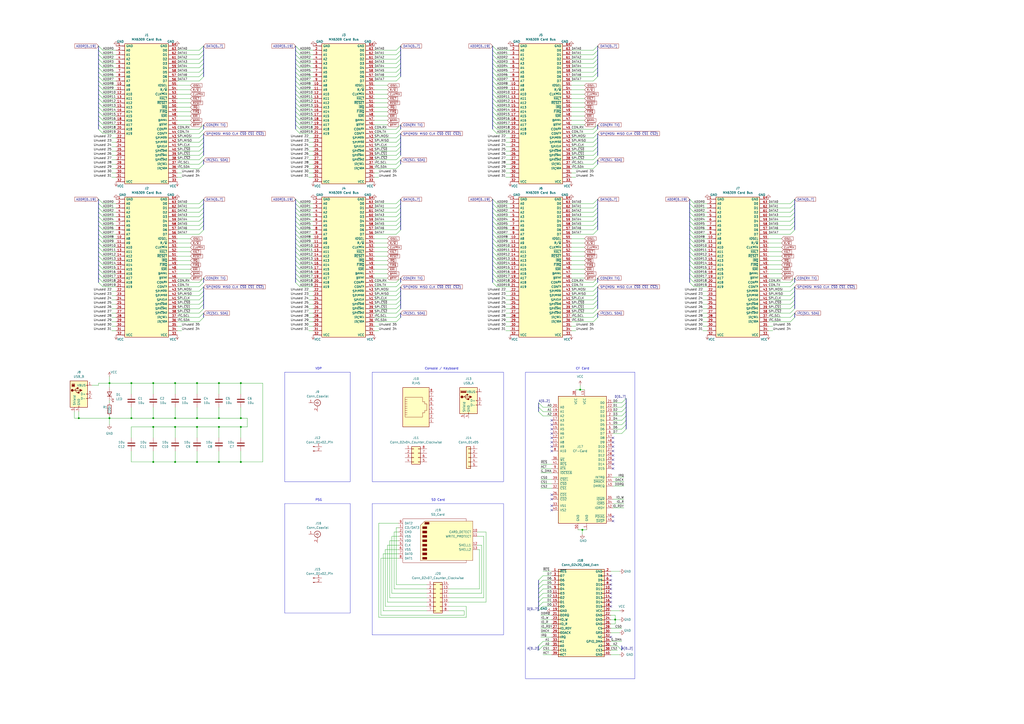
<source format=kicad_sch>
(kicad_sch (version 20230121) (generator eeschema)

  (uuid c25d42fe-0ae1-4a1d-85aa-9cdfd434f7df)

  (paper "A2")

  (title_block
    (title "Backplane")
    (date "2023-09-21")
  )

  (lib_symbols
    (symbol "Connector:Conn_01x02_Pin" (pin_names (offset 1.016) hide) (in_bom yes) (on_board yes)
      (property "Reference" "J" (at 0 2.54 0)
        (effects (font (size 1.27 1.27)))
      )
      (property "Value" "Conn_01x02_Pin" (at 0 -5.08 0)
        (effects (font (size 1.27 1.27)))
      )
      (property "Footprint" "" (at 0 0 0)
        (effects (font (size 1.27 1.27)) hide)
      )
      (property "Datasheet" "~" (at 0 0 0)
        (effects (font (size 1.27 1.27)) hide)
      )
      (property "ki_locked" "" (at 0 0 0)
        (effects (font (size 1.27 1.27)))
      )
      (property "ki_keywords" "connector" (at 0 0 0)
        (effects (font (size 1.27 1.27)) hide)
      )
      (property "ki_description" "Generic connector, single row, 01x02, script generated" (at 0 0 0)
        (effects (font (size 1.27 1.27)) hide)
      )
      (property "ki_fp_filters" "Connector*:*_1x??_*" (at 0 0 0)
        (effects (font (size 1.27 1.27)) hide)
      )
      (symbol "Conn_01x02_Pin_1_1"
        (polyline
          (pts
            (xy 1.27 -2.54)
            (xy 0.8636 -2.54)
          )
          (stroke (width 0.1524) (type default))
          (fill (type none))
        )
        (polyline
          (pts
            (xy 1.27 0)
            (xy 0.8636 0)
          )
          (stroke (width 0.1524) (type default))
          (fill (type none))
        )
        (rectangle (start 0.8636 -2.413) (end 0 -2.667)
          (stroke (width 0.1524) (type default))
          (fill (type outline))
        )
        (rectangle (start 0.8636 0.127) (end 0 -0.127)
          (stroke (width 0.1524) (type default))
          (fill (type outline))
        )
        (pin passive line (at 5.08 0 180) (length 3.81)
          (name "Pin_1" (effects (font (size 1.27 1.27))))
          (number "1" (effects (font (size 1.27 1.27))))
        )
        (pin passive line (at 5.08 -2.54 180) (length 3.81)
          (name "Pin_2" (effects (font (size 1.27 1.27))))
          (number "2" (effects (font (size 1.27 1.27))))
        )
      )
    )
    (symbol "Connector:Conn_Coaxial" (pin_names (offset 1.016) hide) (in_bom yes) (on_board yes)
      (property "Reference" "J" (at 0.254 3.048 0)
        (effects (font (size 1.27 1.27)))
      )
      (property "Value" "Conn_Coaxial" (at 2.921 0 90)
        (effects (font (size 1.27 1.27)))
      )
      (property "Footprint" "" (at 0 0 0)
        (effects (font (size 1.27 1.27)) hide)
      )
      (property "Datasheet" " ~" (at 0 0 0)
        (effects (font (size 1.27 1.27)) hide)
      )
      (property "ki_keywords" "BNC SMA SMB SMC LEMO coaxial connector CINCH RCA" (at 0 0 0)
        (effects (font (size 1.27 1.27)) hide)
      )
      (property "ki_description" "coaxial connector (BNC, SMA, SMB, SMC, Cinch/RCA, LEMO, ...)" (at 0 0 0)
        (effects (font (size 1.27 1.27)) hide)
      )
      (property "ki_fp_filters" "*BNC* *SMA* *SMB* *SMC* *Cinch* *LEMO*" (at 0 0 0)
        (effects (font (size 1.27 1.27)) hide)
      )
      (symbol "Conn_Coaxial_0_1"
        (arc (start -1.778 -0.508) (mid 0.2311 -1.8066) (end 1.778 0)
          (stroke (width 0.254) (type default))
          (fill (type none))
        )
        (polyline
          (pts
            (xy -2.54 0)
            (xy -0.508 0)
          )
          (stroke (width 0) (type default))
          (fill (type none))
        )
        (polyline
          (pts
            (xy 0 -2.54)
            (xy 0 -1.778)
          )
          (stroke (width 0) (type default))
          (fill (type none))
        )
        (circle (center 0 0) (radius 0.508)
          (stroke (width 0.2032) (type default))
          (fill (type none))
        )
        (arc (start 1.778 0) (mid 0.2099 1.8101) (end -1.778 0.508)
          (stroke (width 0.254) (type default))
          (fill (type none))
        )
      )
      (symbol "Conn_Coaxial_1_1"
        (pin passive line (at -5.08 0 0) (length 2.54)
          (name "In" (effects (font (size 1.27 1.27))))
          (number "1" (effects (font (size 1.27 1.27))))
        )
        (pin passive line (at 0 -5.08 90) (length 2.54)
          (name "Ext" (effects (font (size 1.27 1.27))))
          (number "2" (effects (font (size 1.27 1.27))))
        )
      )
    )
    (symbol "Connector:RJ45" (pin_names (offset 1.016)) (in_bom yes) (on_board yes)
      (property "Reference" "J" (at -5.08 13.97 0)
        (effects (font (size 1.27 1.27)) (justify right))
      )
      (property "Value" "RJ45" (at 2.54 13.97 0)
        (effects (font (size 1.27 1.27)) (justify left))
      )
      (property "Footprint" "" (at 0 0.635 90)
        (effects (font (size 1.27 1.27)) hide)
      )
      (property "Datasheet" "~" (at 0 0.635 90)
        (effects (font (size 1.27 1.27)) hide)
      )
      (property "ki_keywords" "8P8C RJ socket connector" (at 0 0 0)
        (effects (font (size 1.27 1.27)) hide)
      )
      (property "ki_description" "RJ connector, 8P8C (8 positions 8 connected)" (at 0 0 0)
        (effects (font (size 1.27 1.27)) hide)
      )
      (property "ki_fp_filters" "8P8C* RJ31* RJ32* RJ33* RJ34* RJ35* RJ41* RJ45* RJ49* RJ61*" (at 0 0 0)
        (effects (font (size 1.27 1.27)) hide)
      )
      (symbol "RJ45_0_1"
        (polyline
          (pts
            (xy -5.08 4.445)
            (xy -6.35 4.445)
          )
          (stroke (width 0) (type default))
          (fill (type none))
        )
        (polyline
          (pts
            (xy -5.08 5.715)
            (xy -6.35 5.715)
          )
          (stroke (width 0) (type default))
          (fill (type none))
        )
        (polyline
          (pts
            (xy -6.35 -3.175)
            (xy -5.08 -3.175)
            (xy -5.08 -3.175)
          )
          (stroke (width 0) (type default))
          (fill (type none))
        )
        (polyline
          (pts
            (xy -6.35 -1.905)
            (xy -5.08 -1.905)
            (xy -5.08 -1.905)
          )
          (stroke (width 0) (type default))
          (fill (type none))
        )
        (polyline
          (pts
            (xy -6.35 -0.635)
            (xy -5.08 -0.635)
            (xy -5.08 -0.635)
          )
          (stroke (width 0) (type default))
          (fill (type none))
        )
        (polyline
          (pts
            (xy -6.35 0.635)
            (xy -5.08 0.635)
            (xy -5.08 0.635)
          )
          (stroke (width 0) (type default))
          (fill (type none))
        )
        (polyline
          (pts
            (xy -6.35 1.905)
            (xy -5.08 1.905)
            (xy -5.08 1.905)
          )
          (stroke (width 0) (type default))
          (fill (type none))
        )
        (polyline
          (pts
            (xy -5.08 3.175)
            (xy -6.35 3.175)
            (xy -6.35 3.175)
          )
          (stroke (width 0) (type default))
          (fill (type none))
        )
        (polyline
          (pts
            (xy -6.35 -4.445)
            (xy -6.35 6.985)
            (xy 3.81 6.985)
            (xy 3.81 4.445)
            (xy 5.08 4.445)
            (xy 5.08 3.175)
            (xy 6.35 3.175)
            (xy 6.35 -0.635)
            (xy 5.08 -0.635)
            (xy 5.08 -1.905)
            (xy 3.81 -1.905)
            (xy 3.81 -4.445)
            (xy -6.35 -4.445)
            (xy -6.35 -4.445)
          )
          (stroke (width 0) (type default))
          (fill (type none))
        )
        (rectangle (start 7.62 12.7) (end -7.62 -10.16)
          (stroke (width 0.254) (type default))
          (fill (type background))
        )
      )
      (symbol "RJ45_1_1"
        (pin passive line (at 10.16 -7.62 180) (length 2.54)
          (name "~" (effects (font (size 1.27 1.27))))
          (number "1" (effects (font (size 1.27 1.27))))
        )
        (pin passive line (at 10.16 -5.08 180) (length 2.54)
          (name "~" (effects (font (size 1.27 1.27))))
          (number "2" (effects (font (size 1.27 1.27))))
        )
        (pin passive line (at 10.16 -2.54 180) (length 2.54)
          (name "~" (effects (font (size 1.27 1.27))))
          (number "3" (effects (font (size 1.27 1.27))))
        )
        (pin passive line (at 10.16 0 180) (length 2.54)
          (name "~" (effects (font (size 1.27 1.27))))
          (number "4" (effects (font (size 1.27 1.27))))
        )
        (pin passive line (at 10.16 2.54 180) (length 2.54)
          (name "~" (effects (font (size 1.27 1.27))))
          (number "5" (effects (font (size 1.27 1.27))))
        )
        (pin passive line (at 10.16 5.08 180) (length 2.54)
          (name "~" (effects (font (size 1.27 1.27))))
          (number "6" (effects (font (size 1.27 1.27))))
        )
        (pin passive line (at 10.16 7.62 180) (length 2.54)
          (name "~" (effects (font (size 1.27 1.27))))
          (number "7" (effects (font (size 1.27 1.27))))
        )
        (pin passive line (at 10.16 10.16 180) (length 2.54)
          (name "~" (effects (font (size 1.27 1.27))))
          (number "8" (effects (font (size 1.27 1.27))))
        )
      )
    )
    (symbol "Connector:SD_Card" (pin_names (offset 1.016)) (in_bom yes) (on_board yes)
      (property "Reference" "J" (at -16.51 13.97 0)
        (effects (font (size 1.27 1.27)))
      )
      (property "Value" "SD_Card" (at 15.24 -13.97 0)
        (effects (font (size 1.27 1.27)))
      )
      (property "Footprint" "" (at 0 0 0)
        (effects (font (size 1.27 1.27)) hide)
      )
      (property "Datasheet" "http://portal.fciconnect.com/Comergent//fci/drawing/10067847.pdf" (at 0 0 0)
        (effects (font (size 1.27 1.27)) hide)
      )
      (property "ki_keywords" "connector SD" (at 0 0 0)
        (effects (font (size 1.27 1.27)) hide)
      )
      (property "ki_description" "SD Card Reader" (at 0 0 0)
        (effects (font (size 1.27 1.27)) hide)
      )
      (property "ki_fp_filters" "SD*" (at 0 0 0)
        (effects (font (size 1.27 1.27)) hide)
      )
      (symbol "SD_Card_0_1"
        (rectangle (start -8.89 -9.525) (end -6.35 -10.795)
          (stroke (width 0) (type default))
          (fill (type outline))
        )
        (rectangle (start -8.89 -6.985) (end -6.35 -8.255)
          (stroke (width 0) (type default))
          (fill (type outline))
        )
        (rectangle (start -8.89 -4.445) (end -6.35 -5.715)
          (stroke (width 0) (type default))
          (fill (type outline))
        )
        (rectangle (start -8.89 -1.905) (end -6.35 -3.175)
          (stroke (width 0) (type default))
          (fill (type outline))
        )
        (rectangle (start -8.89 0.635) (end -6.35 -0.635)
          (stroke (width 0) (type default))
          (fill (type outline))
        )
        (rectangle (start -8.89 3.175) (end -6.35 1.905)
          (stroke (width 0) (type default))
          (fill (type outline))
        )
        (rectangle (start -8.89 5.715) (end -6.35 4.445)
          (stroke (width 0) (type default))
          (fill (type outline))
        )
        (rectangle (start -8.89 8.255) (end -6.35 6.985)
          (stroke (width 0) (type default))
          (fill (type outline))
        )
        (rectangle (start -7.62 10.795) (end -5.08 9.525)
          (stroke (width 0) (type default))
          (fill (type outline))
        )
        (polyline
          (pts
            (xy -10.16 8.89)
            (xy -7.62 11.43)
            (xy 20.32 11.43)
            (xy 20.32 -11.43)
            (xy -10.16 -11.43)
            (xy -10.16 8.89)
          )
          (stroke (width 0) (type default))
          (fill (type background))
        )
        (polyline
          (pts
            (xy 16.51 11.43)
            (xy 16.51 12.7)
            (xy -20.32 12.7)
            (xy -20.32 -12.7)
            (xy 16.51 -12.7)
            (xy 16.51 -11.43)
          )
          (stroke (width 0) (type default))
          (fill (type none))
        )
      )
      (symbol "SD_Card_1_1"
        (pin input line (at -22.86 7.62 0) (length 2.54)
          (name "CD/DAT3" (effects (font (size 1.27 1.27))))
          (number "1" (effects (font (size 1.27 1.27))))
        )
        (pin input line (at 22.86 5.08 180) (length 2.54)
          (name "CARD_DETECT" (effects (font (size 1.27 1.27))))
          (number "10" (effects (font (size 1.27 1.27))))
        )
        (pin input line (at 22.86 2.54 180) (length 2.54)
          (name "WRITE_PROTECT" (effects (font (size 1.27 1.27))))
          (number "11" (effects (font (size 1.27 1.27))))
        )
        (pin input line (at 22.86 -2.54 180) (length 2.54)
          (name "SHELL1" (effects (font (size 1.27 1.27))))
          (number "12" (effects (font (size 1.27 1.27))))
        )
        (pin input line (at 22.86 -5.08 180) (length 2.54)
          (name "SHELL2" (effects (font (size 1.27 1.27))))
          (number "13" (effects (font (size 1.27 1.27))))
        )
        (pin input line (at -22.86 5.08 0) (length 2.54)
          (name "CMD" (effects (font (size 1.27 1.27))))
          (number "2" (effects (font (size 1.27 1.27))))
        )
        (pin power_in line (at -22.86 2.54 0) (length 2.54)
          (name "VSS" (effects (font (size 1.27 1.27))))
          (number "3" (effects (font (size 1.27 1.27))))
        )
        (pin power_in line (at -22.86 0 0) (length 2.54)
          (name "VDD" (effects (font (size 1.27 1.27))))
          (number "4" (effects (font (size 1.27 1.27))))
        )
        (pin input line (at -22.86 -2.54 0) (length 2.54)
          (name "CLK" (effects (font (size 1.27 1.27))))
          (number "5" (effects (font (size 1.27 1.27))))
        )
        (pin power_in line (at -22.86 -5.08 0) (length 2.54)
          (name "VSS" (effects (font (size 1.27 1.27))))
          (number "6" (effects (font (size 1.27 1.27))))
        )
        (pin input line (at -22.86 -7.62 0) (length 2.54)
          (name "DAT0" (effects (font (size 1.27 1.27))))
          (number "7" (effects (font (size 1.27 1.27))))
        )
        (pin input line (at -22.86 -10.16 0) (length 2.54)
          (name "DAT1" (effects (font (size 1.27 1.27))))
          (number "8" (effects (font (size 1.27 1.27))))
        )
        (pin input line (at -22.86 10.16 0) (length 2.54)
          (name "DAT2" (effects (font (size 1.27 1.27))))
          (number "9" (effects (font (size 1.27 1.27))))
        )
      )
    )
    (symbol "Connector:USB_A" (pin_names (offset 1.016)) (in_bom yes) (on_board yes)
      (property "Reference" "J" (at -5.08 11.43 0)
        (effects (font (size 1.27 1.27)) (justify left))
      )
      (property "Value" "USB_A" (at -5.08 8.89 0)
        (effects (font (size 1.27 1.27)) (justify left))
      )
      (property "Footprint" "" (at 3.81 -1.27 0)
        (effects (font (size 1.27 1.27)) hide)
      )
      (property "Datasheet" " ~" (at 3.81 -1.27 0)
        (effects (font (size 1.27 1.27)) hide)
      )
      (property "ki_keywords" "connector USB" (at 0 0 0)
        (effects (font (size 1.27 1.27)) hide)
      )
      (property "ki_description" "USB Type A connector" (at 0 0 0)
        (effects (font (size 1.27 1.27)) hide)
      )
      (property "ki_fp_filters" "USB*" (at 0 0 0)
        (effects (font (size 1.27 1.27)) hide)
      )
      (symbol "USB_A_0_1"
        (rectangle (start -5.08 -7.62) (end 5.08 7.62)
          (stroke (width 0.254) (type default))
          (fill (type background))
        )
        (circle (center -3.81 2.159) (radius 0.635)
          (stroke (width 0.254) (type default))
          (fill (type outline))
        )
        (rectangle (start -1.524 4.826) (end -4.318 5.334)
          (stroke (width 0) (type default))
          (fill (type outline))
        )
        (rectangle (start -1.27 4.572) (end -4.572 5.842)
          (stroke (width 0) (type default))
          (fill (type none))
        )
        (circle (center -0.635 3.429) (radius 0.381)
          (stroke (width 0.254) (type default))
          (fill (type outline))
        )
        (rectangle (start -0.127 -7.62) (end 0.127 -6.858)
          (stroke (width 0) (type default))
          (fill (type none))
        )
        (polyline
          (pts
            (xy -3.175 2.159)
            (xy -2.54 2.159)
            (xy -1.27 3.429)
            (xy -0.635 3.429)
          )
          (stroke (width 0.254) (type default))
          (fill (type none))
        )
        (polyline
          (pts
            (xy -2.54 2.159)
            (xy -1.905 2.159)
            (xy -1.27 0.889)
            (xy 0 0.889)
          )
          (stroke (width 0.254) (type default))
          (fill (type none))
        )
        (polyline
          (pts
            (xy 0.635 2.794)
            (xy 0.635 1.524)
            (xy 1.905 2.159)
            (xy 0.635 2.794)
          )
          (stroke (width 0.254) (type default))
          (fill (type outline))
        )
        (rectangle (start 0.254 1.27) (end -0.508 0.508)
          (stroke (width 0.254) (type default))
          (fill (type outline))
        )
        (rectangle (start 5.08 -2.667) (end 4.318 -2.413)
          (stroke (width 0) (type default))
          (fill (type none))
        )
        (rectangle (start 5.08 -0.127) (end 4.318 0.127)
          (stroke (width 0) (type default))
          (fill (type none))
        )
        (rectangle (start 5.08 4.953) (end 4.318 5.207)
          (stroke (width 0) (type default))
          (fill (type none))
        )
      )
      (symbol "USB_A_1_1"
        (polyline
          (pts
            (xy -1.905 2.159)
            (xy 0.635 2.159)
          )
          (stroke (width 0.254) (type default))
          (fill (type none))
        )
        (pin power_in line (at 7.62 5.08 180) (length 2.54)
          (name "VBUS" (effects (font (size 1.27 1.27))))
          (number "1" (effects (font (size 1.27 1.27))))
        )
        (pin bidirectional line (at 7.62 -2.54 180) (length 2.54)
          (name "D-" (effects (font (size 1.27 1.27))))
          (number "2" (effects (font (size 1.27 1.27))))
        )
        (pin bidirectional line (at 7.62 0 180) (length 2.54)
          (name "D+" (effects (font (size 1.27 1.27))))
          (number "3" (effects (font (size 1.27 1.27))))
        )
        (pin power_in line (at 0 -10.16 90) (length 2.54)
          (name "GND" (effects (font (size 1.27 1.27))))
          (number "4" (effects (font (size 1.27 1.27))))
        )
        (pin passive line (at -2.54 -10.16 90) (length 2.54)
          (name "Shield" (effects (font (size 1.27 1.27))))
          (number "5" (effects (font (size 1.27 1.27))))
        )
      )
    )
    (symbol "Connector:USB_B" (pin_names (offset 1.016)) (in_bom yes) (on_board yes)
      (property "Reference" "J" (at -5.08 11.43 0)
        (effects (font (size 1.27 1.27)) (justify left))
      )
      (property "Value" "USB_B" (at -5.08 8.89 0)
        (effects (font (size 1.27 1.27)) (justify left))
      )
      (property "Footprint" "" (at 3.81 -1.27 0)
        (effects (font (size 1.27 1.27)) hide)
      )
      (property "Datasheet" " ~" (at 3.81 -1.27 0)
        (effects (font (size 1.27 1.27)) hide)
      )
      (property "ki_keywords" "connector USB" (at 0 0 0)
        (effects (font (size 1.27 1.27)) hide)
      )
      (property "ki_description" "USB Type B connector" (at 0 0 0)
        (effects (font (size 1.27 1.27)) hide)
      )
      (property "ki_fp_filters" "USB*" (at 0 0 0)
        (effects (font (size 1.27 1.27)) hide)
      )
      (symbol "USB_B_0_1"
        (rectangle (start -5.08 -7.62) (end 5.08 7.62)
          (stroke (width 0.254) (type default))
          (fill (type background))
        )
        (circle (center -3.81 2.159) (radius 0.635)
          (stroke (width 0.254) (type default))
          (fill (type outline))
        )
        (rectangle (start -3.81 5.588) (end -2.54 4.572)
          (stroke (width 0) (type default))
          (fill (type outline))
        )
        (circle (center -0.635 3.429) (radius 0.381)
          (stroke (width 0.254) (type default))
          (fill (type outline))
        )
        (rectangle (start -0.127 -7.62) (end 0.127 -6.858)
          (stroke (width 0) (type default))
          (fill (type none))
        )
        (polyline
          (pts
            (xy -1.905 2.159)
            (xy 0.635 2.159)
          )
          (stroke (width 0.254) (type default))
          (fill (type none))
        )
        (polyline
          (pts
            (xy -3.175 2.159)
            (xy -2.54 2.159)
            (xy -1.27 3.429)
            (xy -0.635 3.429)
          )
          (stroke (width 0.254) (type default))
          (fill (type none))
        )
        (polyline
          (pts
            (xy -2.54 2.159)
            (xy -1.905 2.159)
            (xy -1.27 0.889)
            (xy 0 0.889)
          )
          (stroke (width 0.254) (type default))
          (fill (type none))
        )
        (polyline
          (pts
            (xy 0.635 2.794)
            (xy 0.635 1.524)
            (xy 1.905 2.159)
            (xy 0.635 2.794)
          )
          (stroke (width 0.254) (type default))
          (fill (type outline))
        )
        (polyline
          (pts
            (xy -4.064 4.318)
            (xy -2.286 4.318)
            (xy -2.286 5.715)
            (xy -2.667 6.096)
            (xy -3.683 6.096)
            (xy -4.064 5.715)
            (xy -4.064 4.318)
          )
          (stroke (width 0) (type default))
          (fill (type none))
        )
        (rectangle (start 0.254 1.27) (end -0.508 0.508)
          (stroke (width 0.254) (type default))
          (fill (type outline))
        )
        (rectangle (start 5.08 -2.667) (end 4.318 -2.413)
          (stroke (width 0) (type default))
          (fill (type none))
        )
        (rectangle (start 5.08 -0.127) (end 4.318 0.127)
          (stroke (width 0) (type default))
          (fill (type none))
        )
        (rectangle (start 5.08 4.953) (end 4.318 5.207)
          (stroke (width 0) (type default))
          (fill (type none))
        )
      )
      (symbol "USB_B_1_1"
        (pin power_out line (at 7.62 5.08 180) (length 2.54)
          (name "VBUS" (effects (font (size 1.27 1.27))))
          (number "1" (effects (font (size 1.27 1.27))))
        )
        (pin bidirectional line (at 7.62 -2.54 180) (length 2.54)
          (name "D-" (effects (font (size 1.27 1.27))))
          (number "2" (effects (font (size 1.27 1.27))))
        )
        (pin bidirectional line (at 7.62 0 180) (length 2.54)
          (name "D+" (effects (font (size 1.27 1.27))))
          (number "3" (effects (font (size 1.27 1.27))))
        )
        (pin power_out line (at 0 -10.16 90) (length 2.54)
          (name "GND" (effects (font (size 1.27 1.27))))
          (number "4" (effects (font (size 1.27 1.27))))
        )
        (pin passive line (at -2.54 -10.16 90) (length 2.54)
          (name "Shield" (effects (font (size 1.27 1.27))))
          (number "5" (effects (font (size 1.27 1.27))))
        )
      )
    )
    (symbol "Connector_Generic:Conn_01x05" (pin_names (offset 1.016) hide) (in_bom yes) (on_board yes)
      (property "Reference" "J" (at 0 7.62 0)
        (effects (font (size 1.27 1.27)))
      )
      (property "Value" "Conn_01x05" (at 0 -7.62 0)
        (effects (font (size 1.27 1.27)))
      )
      (property "Footprint" "" (at 0 0 0)
        (effects (font (size 1.27 1.27)) hide)
      )
      (property "Datasheet" "~" (at 0 0 0)
        (effects (font (size 1.27 1.27)) hide)
      )
      (property "ki_keywords" "connector" (at 0 0 0)
        (effects (font (size 1.27 1.27)) hide)
      )
      (property "ki_description" "Generic connector, single row, 01x05, script generated (kicad-library-utils/schlib/autogen/connector/)" (at 0 0 0)
        (effects (font (size 1.27 1.27)) hide)
      )
      (property "ki_fp_filters" "Connector*:*_1x??_*" (at 0 0 0)
        (effects (font (size 1.27 1.27)) hide)
      )
      (symbol "Conn_01x05_1_1"
        (rectangle (start -1.27 -4.953) (end 0 -5.207)
          (stroke (width 0.1524) (type default))
          (fill (type none))
        )
        (rectangle (start -1.27 -2.413) (end 0 -2.667)
          (stroke (width 0.1524) (type default))
          (fill (type none))
        )
        (rectangle (start -1.27 0.127) (end 0 -0.127)
          (stroke (width 0.1524) (type default))
          (fill (type none))
        )
        (rectangle (start -1.27 2.667) (end 0 2.413)
          (stroke (width 0.1524) (type default))
          (fill (type none))
        )
        (rectangle (start -1.27 5.207) (end 0 4.953)
          (stroke (width 0.1524) (type default))
          (fill (type none))
        )
        (rectangle (start -1.27 6.35) (end 1.27 -6.35)
          (stroke (width 0.254) (type default))
          (fill (type background))
        )
        (pin passive line (at -5.08 5.08 0) (length 3.81)
          (name "Pin_1" (effects (font (size 1.27 1.27))))
          (number "1" (effects (font (size 1.27 1.27))))
        )
        (pin passive line (at -5.08 2.54 0) (length 3.81)
          (name "Pin_2" (effects (font (size 1.27 1.27))))
          (number "2" (effects (font (size 1.27 1.27))))
        )
        (pin passive line (at -5.08 0 0) (length 3.81)
          (name "Pin_3" (effects (font (size 1.27 1.27))))
          (number "3" (effects (font (size 1.27 1.27))))
        )
        (pin passive line (at -5.08 -2.54 0) (length 3.81)
          (name "Pin_4" (effects (font (size 1.27 1.27))))
          (number "4" (effects (font (size 1.27 1.27))))
        )
        (pin passive line (at -5.08 -5.08 0) (length 3.81)
          (name "Pin_5" (effects (font (size 1.27 1.27))))
          (number "5" (effects (font (size 1.27 1.27))))
        )
      )
    )
    (symbol "Connector_Generic:Conn_02x04_Counter_Clockwise" (pin_names (offset 1.016) hide) (in_bom yes) (on_board yes)
      (property "Reference" "J" (at 1.27 5.08 0)
        (effects (font (size 1.27 1.27)))
      )
      (property "Value" "Conn_02x04_Counter_Clockwise" (at 1.27 -7.62 0)
        (effects (font (size 1.27 1.27)))
      )
      (property "Footprint" "" (at 0 0 0)
        (effects (font (size 1.27 1.27)) hide)
      )
      (property "Datasheet" "~" (at 0 0 0)
        (effects (font (size 1.27 1.27)) hide)
      )
      (property "ki_keywords" "connector" (at 0 0 0)
        (effects (font (size 1.27 1.27)) hide)
      )
      (property "ki_description" "Generic connector, double row, 02x04, counter clockwise pin numbering scheme (similar to DIP package numbering), script generated (kicad-library-utils/schlib/autogen/connector/)" (at 0 0 0)
        (effects (font (size 1.27 1.27)) hide)
      )
      (property "ki_fp_filters" "Connector*:*_2x??_*" (at 0 0 0)
        (effects (font (size 1.27 1.27)) hide)
      )
      (symbol "Conn_02x04_Counter_Clockwise_1_1"
        (rectangle (start -1.27 -4.953) (end 0 -5.207)
          (stroke (width 0.1524) (type default))
          (fill (type none))
        )
        (rectangle (start -1.27 -2.413) (end 0 -2.667)
          (stroke (width 0.1524) (type default))
          (fill (type none))
        )
        (rectangle (start -1.27 0.127) (end 0 -0.127)
          (stroke (width 0.1524) (type default))
          (fill (type none))
        )
        (rectangle (start -1.27 2.667) (end 0 2.413)
          (stroke (width 0.1524) (type default))
          (fill (type none))
        )
        (rectangle (start -1.27 3.81) (end 3.81 -6.35)
          (stroke (width 0.254) (type default))
          (fill (type background))
        )
        (rectangle (start 3.81 -4.953) (end 2.54 -5.207)
          (stroke (width 0.1524) (type default))
          (fill (type none))
        )
        (rectangle (start 3.81 -2.413) (end 2.54 -2.667)
          (stroke (width 0.1524) (type default))
          (fill (type none))
        )
        (rectangle (start 3.81 0.127) (end 2.54 -0.127)
          (stroke (width 0.1524) (type default))
          (fill (type none))
        )
        (rectangle (start 3.81 2.667) (end 2.54 2.413)
          (stroke (width 0.1524) (type default))
          (fill (type none))
        )
        (pin passive line (at -5.08 2.54 0) (length 3.81)
          (name "Pin_1" (effects (font (size 1.27 1.27))))
          (number "1" (effects (font (size 1.27 1.27))))
        )
        (pin passive line (at -5.08 0 0) (length 3.81)
          (name "Pin_2" (effects (font (size 1.27 1.27))))
          (number "2" (effects (font (size 1.27 1.27))))
        )
        (pin passive line (at -5.08 -2.54 0) (length 3.81)
          (name "Pin_3" (effects (font (size 1.27 1.27))))
          (number "3" (effects (font (size 1.27 1.27))))
        )
        (pin passive line (at -5.08 -5.08 0) (length 3.81)
          (name "Pin_4" (effects (font (size 1.27 1.27))))
          (number "4" (effects (font (size 1.27 1.27))))
        )
        (pin passive line (at 7.62 -5.08 180) (length 3.81)
          (name "Pin_5" (effects (font (size 1.27 1.27))))
          (number "5" (effects (font (size 1.27 1.27))))
        )
        (pin passive line (at 7.62 -2.54 180) (length 3.81)
          (name "Pin_6" (effects (font (size 1.27 1.27))))
          (number "6" (effects (font (size 1.27 1.27))))
        )
        (pin passive line (at 7.62 0 180) (length 3.81)
          (name "Pin_7" (effects (font (size 1.27 1.27))))
          (number "7" (effects (font (size 1.27 1.27))))
        )
        (pin passive line (at 7.62 2.54 180) (length 3.81)
          (name "Pin_8" (effects (font (size 1.27 1.27))))
          (number "8" (effects (font (size 1.27 1.27))))
        )
      )
    )
    (symbol "Connector_Generic:Conn_02x07_Counter_Clockwise" (pin_names (offset 1.016) hide) (in_bom yes) (on_board yes)
      (property "Reference" "J" (at 1.27 10.16 0)
        (effects (font (size 1.27 1.27)))
      )
      (property "Value" "Conn_02x07_Counter_Clockwise" (at 1.27 -10.16 0)
        (effects (font (size 1.27 1.27)))
      )
      (property "Footprint" "" (at 0 0 0)
        (effects (font (size 1.27 1.27)) hide)
      )
      (property "Datasheet" "~" (at 0 0 0)
        (effects (font (size 1.27 1.27)) hide)
      )
      (property "ki_keywords" "connector" (at 0 0 0)
        (effects (font (size 1.27 1.27)) hide)
      )
      (property "ki_description" "Generic connector, double row, 02x07, counter clockwise pin numbering scheme (similar to DIP package numbering), script generated (kicad-library-utils/schlib/autogen/connector/)" (at 0 0 0)
        (effects (font (size 1.27 1.27)) hide)
      )
      (property "ki_fp_filters" "Connector*:*_2x??_*" (at 0 0 0)
        (effects (font (size 1.27 1.27)) hide)
      )
      (symbol "Conn_02x07_Counter_Clockwise_1_1"
        (rectangle (start -1.27 -7.493) (end 0 -7.747)
          (stroke (width 0.1524) (type default))
          (fill (type none))
        )
        (rectangle (start -1.27 -4.953) (end 0 -5.207)
          (stroke (width 0.1524) (type default))
          (fill (type none))
        )
        (rectangle (start -1.27 -2.413) (end 0 -2.667)
          (stroke (width 0.1524) (type default))
          (fill (type none))
        )
        (rectangle (start -1.27 0.127) (end 0 -0.127)
          (stroke (width 0.1524) (type default))
          (fill (type none))
        )
        (rectangle (start -1.27 2.667) (end 0 2.413)
          (stroke (width 0.1524) (type default))
          (fill (type none))
        )
        (rectangle (start -1.27 5.207) (end 0 4.953)
          (stroke (width 0.1524) (type default))
          (fill (type none))
        )
        (rectangle (start -1.27 7.747) (end 0 7.493)
          (stroke (width 0.1524) (type default))
          (fill (type none))
        )
        (rectangle (start -1.27 8.89) (end 3.81 -8.89)
          (stroke (width 0.254) (type default))
          (fill (type background))
        )
        (rectangle (start 3.81 -7.493) (end 2.54 -7.747)
          (stroke (width 0.1524) (type default))
          (fill (type none))
        )
        (rectangle (start 3.81 -4.953) (end 2.54 -5.207)
          (stroke (width 0.1524) (type default))
          (fill (type none))
        )
        (rectangle (start 3.81 -2.413) (end 2.54 -2.667)
          (stroke (width 0.1524) (type default))
          (fill (type none))
        )
        (rectangle (start 3.81 0.127) (end 2.54 -0.127)
          (stroke (width 0.1524) (type default))
          (fill (type none))
        )
        (rectangle (start 3.81 2.667) (end 2.54 2.413)
          (stroke (width 0.1524) (type default))
          (fill (type none))
        )
        (rectangle (start 3.81 5.207) (end 2.54 4.953)
          (stroke (width 0.1524) (type default))
          (fill (type none))
        )
        (rectangle (start 3.81 7.747) (end 2.54 7.493)
          (stroke (width 0.1524) (type default))
          (fill (type none))
        )
        (pin passive line (at -5.08 7.62 0) (length 3.81)
          (name "Pin_1" (effects (font (size 1.27 1.27))))
          (number "1" (effects (font (size 1.27 1.27))))
        )
        (pin passive line (at 7.62 -2.54 180) (length 3.81)
          (name "Pin_10" (effects (font (size 1.27 1.27))))
          (number "10" (effects (font (size 1.27 1.27))))
        )
        (pin passive line (at 7.62 0 180) (length 3.81)
          (name "Pin_11" (effects (font (size 1.27 1.27))))
          (number "11" (effects (font (size 1.27 1.27))))
        )
        (pin passive line (at 7.62 2.54 180) (length 3.81)
          (name "Pin_12" (effects (font (size 1.27 1.27))))
          (number "12" (effects (font (size 1.27 1.27))))
        )
        (pin passive line (at 7.62 5.08 180) (length 3.81)
          (name "Pin_13" (effects (font (size 1.27 1.27))))
          (number "13" (effects (font (size 1.27 1.27))))
        )
        (pin passive line (at 7.62 7.62 180) (length 3.81)
          (name "Pin_14" (effects (font (size 1.27 1.27))))
          (number "14" (effects (font (size 1.27 1.27))))
        )
        (pin passive line (at -5.08 5.08 0) (length 3.81)
          (name "Pin_2" (effects (font (size 1.27 1.27))))
          (number "2" (effects (font (size 1.27 1.27))))
        )
        (pin passive line (at -5.08 2.54 0) (length 3.81)
          (name "Pin_3" (effects (font (size 1.27 1.27))))
          (number "3" (effects (font (size 1.27 1.27))))
        )
        (pin passive line (at -5.08 0 0) (length 3.81)
          (name "Pin_4" (effects (font (size 1.27 1.27))))
          (number "4" (effects (font (size 1.27 1.27))))
        )
        (pin passive line (at -5.08 -2.54 0) (length 3.81)
          (name "Pin_5" (effects (font (size 1.27 1.27))))
          (number "5" (effects (font (size 1.27 1.27))))
        )
        (pin passive line (at -5.08 -5.08 0) (length 3.81)
          (name "Pin_6" (effects (font (size 1.27 1.27))))
          (number "6" (effects (font (size 1.27 1.27))))
        )
        (pin passive line (at -5.08 -7.62 0) (length 3.81)
          (name "Pin_7" (effects (font (size 1.27 1.27))))
          (number "7" (effects (font (size 1.27 1.27))))
        )
        (pin passive line (at 7.62 -7.62 180) (length 3.81)
          (name "Pin_8" (effects (font (size 1.27 1.27))))
          (number "8" (effects (font (size 1.27 1.27))))
        )
        (pin passive line (at 7.62 -5.08 180) (length 3.81)
          (name "Pin_9" (effects (font (size 1.27 1.27))))
          (number "9" (effects (font (size 1.27 1.27))))
        )
      )
    )
    (symbol "Connector_Generic:Conn_02x20_Odd_Even" (pin_names (offset 1.016)) (in_bom yes) (on_board yes)
      (property "Reference" "J18" (at 0 29.21 0)
        (effects (font (size 1.27 1.27)))
      )
      (property "Value" "Conn_02x20_Odd_Even" (at 0 26.67 0)
        (effects (font (size 1.27 1.27)))
      )
      (property "Footprint" "" (at -11.43 0 0)
        (effects (font (size 1.27 1.27)) hide)
      )
      (property "Datasheet" "~" (at -11.43 0 0)
        (effects (font (size 1.27 1.27)) hide)
      )
      (property "ki_keywords" "connector" (at 0 0 0)
        (effects (font (size 1.27 1.27)) hide)
      )
      (property "ki_description" "Generic connector, double row, 02x20, odd/even pin numbering scheme (row 1 odd numbers, row 2 even numbers), script generated (kicad-library-utils/schlib/autogen/connector/)" (at 0 0 0)
        (effects (font (size 1.27 1.27)) hide)
      )
      (property "ki_fp_filters" "Connector*:*_2x??_*" (at 0 0 0)
        (effects (font (size 1.27 1.27)) hide)
      )
      (symbol "Conn_02x20_Odd_Even_1_1"
        (rectangle (start -12.7 -25.273) (end -11.43 -25.527)
          (stroke (width 0.1524) (type default))
          (fill (type none))
        )
        (rectangle (start -12.7 -22.733) (end -11.43 -22.987)
          (stroke (width 0.1524) (type default))
          (fill (type none))
        )
        (rectangle (start -12.7 -20.193) (end -11.43 -20.447)
          (stroke (width 0.1524) (type default))
          (fill (type none))
        )
        (rectangle (start -12.7 -17.653) (end -11.43 -17.907)
          (stroke (width 0.1524) (type default))
          (fill (type none))
        )
        (rectangle (start -12.7 -15.113) (end -11.43 -15.367)
          (stroke (width 0.1524) (type default))
          (fill (type none))
        )
        (rectangle (start -12.7 -12.573) (end -11.43 -12.827)
          (stroke (width 0.1524) (type default))
          (fill (type none))
        )
        (rectangle (start -12.7 -10.033) (end -11.43 -10.287)
          (stroke (width 0.1524) (type default))
          (fill (type none))
        )
        (rectangle (start -12.7 -7.493) (end -11.43 -7.747)
          (stroke (width 0.1524) (type default))
          (fill (type none))
        )
        (rectangle (start -12.7 -4.953) (end -11.43 -5.207)
          (stroke (width 0.1524) (type default))
          (fill (type none))
        )
        (rectangle (start -12.7 -2.413) (end -11.43 -2.667)
          (stroke (width 0.1524) (type default))
          (fill (type none))
        )
        (rectangle (start -12.7 0.127) (end -11.43 -0.127)
          (stroke (width 0.1524) (type default))
          (fill (type none))
        )
        (rectangle (start -12.7 2.667) (end -11.43 2.413)
          (stroke (width 0.1524) (type default))
          (fill (type none))
        )
        (rectangle (start -12.7 5.207) (end -11.43 4.953)
          (stroke (width 0.1524) (type default))
          (fill (type none))
        )
        (rectangle (start -12.7 7.747) (end -11.43 7.493)
          (stroke (width 0.1524) (type default))
          (fill (type none))
        )
        (rectangle (start -12.7 10.287) (end -11.43 10.033)
          (stroke (width 0.1524) (type default))
          (fill (type none))
        )
        (rectangle (start -12.7 12.827) (end -11.43 12.573)
          (stroke (width 0.1524) (type default))
          (fill (type none))
        )
        (rectangle (start -12.7 15.367) (end -11.43 15.113)
          (stroke (width 0.1524) (type default))
          (fill (type none))
        )
        (rectangle (start -12.7 17.907) (end -11.43 17.653)
          (stroke (width 0.1524) (type default))
          (fill (type none))
        )
        (rectangle (start -12.7 20.447) (end -11.43 20.193)
          (stroke (width 0.1524) (type default))
          (fill (type none))
        )
        (rectangle (start -12.7 22.987) (end -11.43 22.733)
          (stroke (width 0.1524) (type default))
          (fill (type none))
        )
        (rectangle (start -12.7 24.13) (end 13.97 -26.67)
          (stroke (width 0.254) (type default))
          (fill (type background))
        )
        (rectangle (start 12.7 22.86) (end 13.97 22.606)
          (stroke (width 0.1524) (type default))
          (fill (type none))
        )
        (rectangle (start 13.97 -25.4) (end 12.7 -25.654)
          (stroke (width 0.1524) (type default))
          (fill (type none))
        )
        (rectangle (start 13.97 -22.86) (end 12.7 -23.114)
          (stroke (width 0.1524) (type default))
          (fill (type none))
        )
        (rectangle (start 13.97 -20.32) (end 12.7 -20.574)
          (stroke (width 0.1524) (type default))
          (fill (type none))
        )
        (rectangle (start 13.97 -17.78) (end 12.7 -18.034)
          (stroke (width 0.1524) (type default))
          (fill (type none))
        )
        (rectangle (start 13.97 -15.24) (end 12.7 -15.494)
          (stroke (width 0.1524) (type default))
          (fill (type none))
        )
        (rectangle (start 13.97 -12.7) (end 12.7 -12.954)
          (stroke (width 0.1524) (type default))
          (fill (type none))
        )
        (rectangle (start 13.97 -10.16) (end 12.7 -10.414)
          (stroke (width 0.1524) (type default))
          (fill (type none))
        )
        (rectangle (start 13.97 -7.62) (end 12.7 -7.874)
          (stroke (width 0.1524) (type default))
          (fill (type none))
        )
        (rectangle (start 13.97 -5.08) (end 12.7 -5.334)
          (stroke (width 0.1524) (type default))
          (fill (type none))
        )
        (rectangle (start 13.97 -2.54) (end 12.7 -2.794)
          (stroke (width 0.1524) (type default))
          (fill (type none))
        )
        (rectangle (start 13.97 0) (end 12.7 -0.254)
          (stroke (width 0.1524) (type default))
          (fill (type none))
        )
        (rectangle (start 13.97 2.54) (end 12.7 2.286)
          (stroke (width 0.1524) (type default))
          (fill (type none))
        )
        (rectangle (start 13.97 5.08) (end 12.7 4.826)
          (stroke (width 0.1524) (type default))
          (fill (type none))
        )
        (rectangle (start 13.97 7.62) (end 12.7 7.366)
          (stroke (width 0.1524) (type default))
          (fill (type none))
        )
        (rectangle (start 13.97 10.16) (end 12.7 9.906)
          (stroke (width 0.1524) (type default))
          (fill (type none))
        )
        (rectangle (start 13.97 12.7) (end 12.7 12.446)
          (stroke (width 0.1524) (type default))
          (fill (type none))
        )
        (rectangle (start 13.97 15.24) (end 12.7 14.986)
          (stroke (width 0.1524) (type default))
          (fill (type none))
        )
        (rectangle (start 13.97 17.78) (end 12.7 17.526)
          (stroke (width 0.1524) (type default))
          (fill (type none))
        )
        (rectangle (start 13.97 20.32) (end 12.7 20.066)
          (stroke (width 0.1524) (type default))
          (fill (type none))
        )
        (pin passive line (at -16.51 22.86 0) (length 3.81)
          (name "~{RES}" (effects (font (size 1.27 1.27))))
          (number "1" (effects (font (size 1.27 1.27))))
        )
        (pin passive line (at 17.78 12.7 180) (length 3.81)
          (name "D11" (effects (font (size 1.27 1.27))))
          (number "10" (effects (font (size 1.27 1.27))))
        )
        (pin passive line (at -16.51 10.16 0) (length 3.81)
          (name "D3" (effects (font (size 1.27 1.27))))
          (number "11" (effects (font (size 1.27 1.27))))
        )
        (pin passive line (at 17.78 10.16 180) (length 3.81)
          (name "D12" (effects (font (size 1.27 1.27))))
          (number "12" (effects (font (size 1.27 1.27))))
        )
        (pin passive line (at -16.51 7.62 0) (length 3.81)
          (name "D2" (effects (font (size 1.27 1.27))))
          (number "13" (effects (font (size 1.27 1.27))))
        )
        (pin passive line (at 17.78 7.62 180) (length 3.81)
          (name "D13" (effects (font (size 1.27 1.27))))
          (number "14" (effects (font (size 1.27 1.27))))
        )
        (pin passive line (at -16.51 5.08 0) (length 3.81)
          (name "D1" (effects (font (size 1.27 1.27))))
          (number "15" (effects (font (size 1.27 1.27))))
        )
        (pin passive line (at 17.78 5.08 180) (length 3.81)
          (name "D14" (effects (font (size 1.27 1.27))))
          (number "16" (effects (font (size 1.27 1.27))))
        )
        (pin passive line (at -16.51 2.54 0) (length 3.81)
          (name "D0" (effects (font (size 1.27 1.27))))
          (number "17" (effects (font (size 1.27 1.27))))
        )
        (pin passive line (at 17.78 2.54 180) (length 3.81)
          (name "D15" (effects (font (size 1.27 1.27))))
          (number "18" (effects (font (size 1.27 1.27))))
        )
        (pin passive line (at -16.51 0 0) (length 3.81)
          (name "GND" (effects (font (size 1.27 1.27))))
          (number "19" (effects (font (size 1.27 1.27))))
        )
        (pin passive line (at 17.78 22.86 180) (length 3.81)
          (name "GND" (effects (font (size 1.27 1.27))))
          (number "2" (effects (font (size 1.27 1.27))))
        )
        (pin passive line (at 17.78 0 180) (length 3.81)
          (name "VCC" (effects (font (size 1.27 1.27))))
          (number "20" (effects (font (size 1.27 1.27))))
        )
        (pin passive line (at -16.51 -2.54 0) (length 3.81)
          (name "DDRQ" (effects (font (size 1.27 1.27))))
          (number "21" (effects (font (size 1.27 1.27))))
        )
        (pin passive line (at 17.78 -2.54 180) (length 3.81)
          (name "GND" (effects (font (size 1.27 1.27))))
          (number "22" (effects (font (size 1.27 1.27))))
        )
        (pin passive line (at -16.51 -5.08 0) (length 3.81)
          (name "IO_W" (effects (font (size 1.27 1.27))))
          (number "23" (effects (font (size 1.27 1.27))))
        )
        (pin passive line (at 17.78 -5.08 180) (length 3.81)
          (name "GND" (effects (font (size 1.27 1.27))))
          (number "24" (effects (font (size 1.27 1.27))))
        )
        (pin passive line (at -16.51 -7.62 0) (length 3.81)
          (name "IO_R" (effects (font (size 1.27 1.27))))
          (number "25" (effects (font (size 1.27 1.27))))
        )
        (pin passive line (at 17.78 -7.62 180) (length 3.81)
          (name "GND" (effects (font (size 1.27 1.27))))
          (number "26" (effects (font (size 1.27 1.27))))
        )
        (pin passive line (at -16.51 -10.16 0) (length 3.81)
          (name "IO_RDY" (effects (font (size 1.27 1.27))))
          (number "27" (effects (font (size 1.27 1.27))))
        )
        (pin passive line (at 17.78 -10.16 180) (length 3.81)
          (name "CS" (effects (font (size 1.27 1.27))))
          (number "28" (effects (font (size 1.27 1.27))))
        )
        (pin passive line (at -16.51 -12.7 0) (length 3.81)
          (name "DDACK" (effects (font (size 1.27 1.27))))
          (number "29" (effects (font (size 1.27 1.27))))
        )
        (pin passive line (at -16.51 20.32 0) (length 3.81)
          (name "D7" (effects (font (size 1.27 1.27))))
          (number "3" (effects (font (size 1.27 1.27))))
        )
        (pin passive line (at 17.78 -12.7 180) (length 3.81)
          (name "GRD" (effects (font (size 1.27 1.27))))
          (number "30" (effects (font (size 1.27 1.27))))
        )
        (pin passive line (at -16.51 -15.24 0) (length 3.81)
          (name "IRQ" (effects (font (size 1.27 1.27))))
          (number "31" (effects (font (size 1.27 1.27))))
        )
        (pin passive line (at 17.78 -15.24 180) (length 3.81)
          (name "NC" (effects (font (size 1.27 1.27))))
          (number "32" (effects (font (size 1.27 1.27))))
        )
        (pin passive line (at -16.51 -17.78 0) (length 3.81)
          (name "A1" (effects (font (size 1.27 1.27))))
          (number "33" (effects (font (size 1.27 1.27))))
        )
        (pin passive line (at 17.78 -17.78 180) (length 3.81)
          (name "GPIO_DMA" (effects (font (size 1.27 1.27))))
          (number "34" (effects (font (size 1.27 1.27))))
        )
        (pin passive line (at -16.51 -20.32 0) (length 3.81)
          (name "A0" (effects (font (size 1.27 1.27))))
          (number "35" (effects (font (size 1.27 1.27))))
        )
        (pin passive line (at 17.78 -20.32 180) (length 3.81)
          (name "A2" (effects (font (size 1.27 1.27))))
          (number "36" (effects (font (size 1.27 1.27))))
        )
        (pin passive line (at -16.51 -22.86 0) (length 3.81)
          (name "CS1" (effects (font (size 1.27 1.27))))
          (number "37" (effects (font (size 1.27 1.27))))
        )
        (pin passive line (at 17.78 -22.86 180) (length 3.81)
          (name "CS3" (effects (font (size 1.27 1.27))))
          (number "38" (effects (font (size 1.27 1.27))))
        )
        (pin passive line (at -16.51 -25.4 0) (length 3.81)
          (name "ACT" (effects (font (size 1.27 1.27))))
          (number "39" (effects (font (size 1.27 1.27))))
        )
        (pin passive line (at 17.78 20.32 180) (length 3.81)
          (name "D8" (effects (font (size 1.27 1.27))))
          (number "4" (effects (font (size 1.27 1.27))))
        )
        (pin passive line (at 17.78 -25.4 180) (length 3.81)
          (name "GND" (effects (font (size 1.27 1.27))))
          (number "40" (effects (font (size 1.27 1.27))))
        )
        (pin passive line (at -16.51 17.78 0) (length 3.81)
          (name "D6" (effects (font (size 1.27 1.27))))
          (number "5" (effects (font (size 1.27 1.27))))
        )
        (pin passive line (at 17.78 17.78 180) (length 3.81)
          (name "D9" (effects (font (size 1.27 1.27))))
          (number "6" (effects (font (size 1.27 1.27))))
        )
        (pin passive line (at -16.51 15.24 0) (length 3.81)
          (name "D5" (effects (font (size 1.27 1.27))))
          (number "7" (effects (font (size 1.27 1.27))))
        )
        (pin passive line (at 17.78 15.24 180) (length 3.81)
          (name "D10" (effects (font (size 1.27 1.27))))
          (number "8" (effects (font (size 1.27 1.27))))
        )
        (pin passive line (at -16.51 12.7 0) (length 3.81)
          (name "D4" (effects (font (size 1.27 1.27))))
          (number "9" (effects (font (size 1.27 1.27))))
        )
      )
    )
    (symbol "Device:C" (pin_numbers hide) (pin_names (offset 0.254)) (in_bom yes) (on_board yes)
      (property "Reference" "C" (at 0.635 2.54 0)
        (effects (font (size 1.27 1.27)) (justify left))
      )
      (property "Value" "C" (at 0.635 -2.54 0)
        (effects (font (size 1.27 1.27)) (justify left))
      )
      (property "Footprint" "" (at 0.9652 -3.81 0)
        (effects (font (size 1.27 1.27)) hide)
      )
      (property "Datasheet" "~" (at 0 0 0)
        (effects (font (size 1.27 1.27)) hide)
      )
      (property "ki_keywords" "cap capacitor" (at 0 0 0)
        (effects (font (size 1.27 1.27)) hide)
      )
      (property "ki_description" "Unpolarized capacitor" (at 0 0 0)
        (effects (font (size 1.27 1.27)) hide)
      )
      (property "ki_fp_filters" "C_*" (at 0 0 0)
        (effects (font (size 1.27 1.27)) hide)
      )
      (symbol "C_0_1"
        (polyline
          (pts
            (xy -2.032 -0.762)
            (xy 2.032 -0.762)
          )
          (stroke (width 0.508) (type default))
          (fill (type none))
        )
        (polyline
          (pts
            (xy -2.032 0.762)
            (xy 2.032 0.762)
          )
          (stroke (width 0.508) (type default))
          (fill (type none))
        )
      )
      (symbol "C_1_1"
        (pin passive line (at 0 3.81 270) (length 2.794)
          (name "~" (effects (font (size 1.27 1.27))))
          (number "1" (effects (font (size 1.27 1.27))))
        )
        (pin passive line (at 0 -3.81 90) (length 2.794)
          (name "~" (effects (font (size 1.27 1.27))))
          (number "2" (effects (font (size 1.27 1.27))))
        )
      )
    )
    (symbol "Device:LED" (pin_numbers hide) (pin_names (offset 1.016) hide) (in_bom yes) (on_board yes)
      (property "Reference" "D" (at 0 2.54 0)
        (effects (font (size 1.27 1.27)))
      )
      (property "Value" "LED" (at 0 -2.54 0)
        (effects (font (size 1.27 1.27)))
      )
      (property "Footprint" "" (at 0 0 0)
        (effects (font (size 1.27 1.27)) hide)
      )
      (property "Datasheet" "~" (at 0 0 0)
        (effects (font (size 1.27 1.27)) hide)
      )
      (property "ki_keywords" "LED diode" (at 0 0 0)
        (effects (font (size 1.27 1.27)) hide)
      )
      (property "ki_description" "Light emitting diode" (at 0 0 0)
        (effects (font (size 1.27 1.27)) hide)
      )
      (property "ki_fp_filters" "LED* LED_SMD:* LED_THT:*" (at 0 0 0)
        (effects (font (size 1.27 1.27)) hide)
      )
      (symbol "LED_0_1"
        (polyline
          (pts
            (xy -1.27 -1.27)
            (xy -1.27 1.27)
          )
          (stroke (width 0.254) (type default))
          (fill (type none))
        )
        (polyline
          (pts
            (xy -1.27 0)
            (xy 1.27 0)
          )
          (stroke (width 0) (type default))
          (fill (type none))
        )
        (polyline
          (pts
            (xy 1.27 -1.27)
            (xy 1.27 1.27)
            (xy -1.27 0)
            (xy 1.27 -1.27)
          )
          (stroke (width 0.254) (type default))
          (fill (type none))
        )
        (polyline
          (pts
            (xy -3.048 -0.762)
            (xy -4.572 -2.286)
            (xy -3.81 -2.286)
            (xy -4.572 -2.286)
            (xy -4.572 -1.524)
          )
          (stroke (width 0) (type default))
          (fill (type none))
        )
        (polyline
          (pts
            (xy -1.778 -0.762)
            (xy -3.302 -2.286)
            (xy -2.54 -2.286)
            (xy -3.302 -2.286)
            (xy -3.302 -1.524)
          )
          (stroke (width 0) (type default))
          (fill (type none))
        )
      )
      (symbol "LED_1_1"
        (pin passive line (at -3.81 0 0) (length 2.54)
          (name "K" (effects (font (size 1.27 1.27))))
          (number "1" (effects (font (size 1.27 1.27))))
        )
        (pin passive line (at 3.81 0 180) (length 2.54)
          (name "A" (effects (font (size 1.27 1.27))))
          (number "2" (effects (font (size 1.27 1.27))))
        )
      )
    )
    (symbol "Device:R" (pin_numbers hide) (pin_names (offset 0)) (in_bom yes) (on_board yes)
      (property "Reference" "R" (at 2.032 0 90)
        (effects (font (size 1.27 1.27)))
      )
      (property "Value" "R" (at 0 0 90)
        (effects (font (size 1.27 1.27)))
      )
      (property "Footprint" "" (at -1.778 0 90)
        (effects (font (size 1.27 1.27)) hide)
      )
      (property "Datasheet" "~" (at 0 0 0)
        (effects (font (size 1.27 1.27)) hide)
      )
      (property "ki_keywords" "R res resistor" (at 0 0 0)
        (effects (font (size 1.27 1.27)) hide)
      )
      (property "ki_description" "Resistor" (at 0 0 0)
        (effects (font (size 1.27 1.27)) hide)
      )
      (property "ki_fp_filters" "R_*" (at 0 0 0)
        (effects (font (size 1.27 1.27)) hide)
      )
      (symbol "R_0_1"
        (rectangle (start -1.016 -2.54) (end 1.016 2.54)
          (stroke (width 0.254) (type default))
          (fill (type none))
        )
      )
      (symbol "R_1_1"
        (pin passive line (at 0 3.81 270) (length 1.27)
          (name "~" (effects (font (size 1.27 1.27))))
          (number "1" (effects (font (size 1.27 1.27))))
        )
        (pin passive line (at 0 -3.81 90) (length 1.27)
          (name "~" (effects (font (size 1.27 1.27))))
          (number "2" (effects (font (size 1.27 1.27))))
        )
      )
    )
    (symbol "card_bus:card_bus_2_32" (pin_names (offset 2)) (in_bom yes) (on_board yes)
      (property "Reference" "J2" (at 12.7 44.45 0)
        (effects (font (size 1.27 1.27)))
      )
      (property "Value" "MX6309 Card Bus" (at 12.7 41.91 0)
        (effects (font (size 1.27 1.27)))
      )
      (property "Footprint" "card_bus_2_32:DIN41612_R_2x32_Male_Horizontal_THT" (at 11.43 46.99 0)
        (effects (font (size 1.27 1.27)) hide)
      )
      (property "Datasheet" "~" (at 0 0 0)
        (effects (font (size 1.27 1.27)) hide)
      )
      (property "ki_keywords" "connector" (at 0 0 0)
        (effects (font (size 1.27 1.27)) hide)
      )
      (property "ki_description" "DIN41612 connector, double row (AB), 02x32, script generated (kicad-library-utils/schlib/autogen/connector/)" (at 0 0 0)
        (effects (font (size 1.27 1.27)) hide)
      )
      (property "ki_fp_filters" "DIN41612*2x*" (at 0 0 0)
        (effects (font (size 1.27 1.27)) hide)
      )
      (symbol "card_bus_2_32_1_1"
        (rectangle (start -1.27 -40.513) (end 0 -40.767)
          (stroke (width 0.1524) (type default))
          (fill (type none))
        )
        (rectangle (start -1.27 -37.973) (end 0 -38.227)
          (stroke (width 0.1524) (type default))
          (fill (type none))
        )
        (rectangle (start -1.27 -35.433) (end 0 -35.687)
          (stroke (width 0.1524) (type default))
          (fill (type none))
        )
        (rectangle (start -1.27 -32.893) (end 0 -33.147)
          (stroke (width 0.1524) (type default))
          (fill (type none))
        )
        (rectangle (start -1.27 -30.353) (end 0 -30.607)
          (stroke (width 0.1524) (type default))
          (fill (type none))
        )
        (rectangle (start -1.27 -27.813) (end 0 -28.067)
          (stroke (width 0.1524) (type default))
          (fill (type none))
        )
        (rectangle (start -1.27 -25.273) (end 0 -25.527)
          (stroke (width 0.1524) (type default))
          (fill (type none))
        )
        (rectangle (start -1.27 -22.733) (end 0 -22.987)
          (stroke (width 0.1524) (type default))
          (fill (type none))
        )
        (rectangle (start -1.27 -20.193) (end 0 -20.447)
          (stroke (width 0.1524) (type default))
          (fill (type none))
        )
        (rectangle (start -1.27 -17.653) (end 0 -17.907)
          (stroke (width 0.1524) (type default))
          (fill (type none))
        )
        (rectangle (start -1.27 -15.113) (end 0 -15.367)
          (stroke (width 0.1524) (type default))
          (fill (type none))
        )
        (rectangle (start -1.27 -12.573) (end 0 -12.827)
          (stroke (width 0.1524) (type default))
          (fill (type none))
        )
        (rectangle (start -1.27 -10.033) (end 0 -10.287)
          (stroke (width 0.1524) (type default))
          (fill (type none))
        )
        (rectangle (start -1.27 -7.493) (end 0 -7.747)
          (stroke (width 0.1524) (type default))
          (fill (type none))
        )
        (rectangle (start -1.27 -4.953) (end 0 -5.207)
          (stroke (width 0.1524) (type default))
          (fill (type none))
        )
        (rectangle (start -1.27 -2.413) (end 0 -2.667)
          (stroke (width 0.1524) (type default))
          (fill (type none))
        )
        (rectangle (start -1.27 0.127) (end 0 -0.127)
          (stroke (width 0.1524) (type default))
          (fill (type none))
        )
        (rectangle (start -1.27 2.667) (end 0 2.413)
          (stroke (width 0.1524) (type default))
          (fill (type none))
        )
        (rectangle (start -1.27 5.207) (end 0 4.953)
          (stroke (width 0.1524) (type default))
          (fill (type none))
        )
        (rectangle (start -1.27 7.747) (end 0 7.493)
          (stroke (width 0.1524) (type default))
          (fill (type none))
        )
        (rectangle (start -1.27 10.287) (end 0 10.033)
          (stroke (width 0.1524) (type default))
          (fill (type none))
        )
        (rectangle (start -1.27 12.827) (end 0 12.573)
          (stroke (width 0.1524) (type default))
          (fill (type none))
        )
        (rectangle (start -1.27 15.367) (end 0 15.113)
          (stroke (width 0.1524) (type default))
          (fill (type none))
        )
        (rectangle (start -1.27 17.907) (end 0 17.653)
          (stroke (width 0.1524) (type default))
          (fill (type none))
        )
        (rectangle (start -1.27 20.447) (end 0 20.193)
          (stroke (width 0.1524) (type default))
          (fill (type none))
        )
        (rectangle (start -1.27 22.987) (end 0 22.733)
          (stroke (width 0.1524) (type default))
          (fill (type none))
        )
        (rectangle (start -1.27 25.527) (end 0 25.273)
          (stroke (width 0.1524) (type default))
          (fill (type none))
        )
        (rectangle (start -1.27 28.067) (end 0 27.813)
          (stroke (width 0.1524) (type default))
          (fill (type none))
        )
        (rectangle (start -1.27 30.607) (end 0 30.353)
          (stroke (width 0.1524) (type default))
          (fill (type none))
        )
        (rectangle (start -1.27 33.147) (end 0 32.893)
          (stroke (width 0.1524) (type default))
          (fill (type none))
        )
        (rectangle (start -1.27 35.687) (end 0 35.433)
          (stroke (width 0.1524) (type default))
          (fill (type none))
        )
        (rectangle (start -1.27 38.227) (end 0 37.973)
          (stroke (width 0.1524) (type default))
          (fill (type none))
        )
        (rectangle (start 0 39.37) (end 25.4 -41.91)
          (stroke (width 0.254) (type default))
          (fill (type background))
        )
        (rectangle (start 25.4 -40.513) (end 26.67 -40.767)
          (stroke (width 0.1524) (type default))
          (fill (type none))
        )
        (rectangle (start 25.4 -37.973) (end 26.67 -38.227)
          (stroke (width 0.1524) (type default))
          (fill (type none))
        )
        (rectangle (start 25.4 -35.433) (end 26.67 -35.687)
          (stroke (width 0.1524) (type default))
          (fill (type none))
        )
        (rectangle (start 25.4 -32.893) (end 26.67 -33.147)
          (stroke (width 0.1524) (type default))
          (fill (type none))
        )
        (rectangle (start 25.4 -30.353) (end 26.67 -30.607)
          (stroke (width 0.1524) (type default))
          (fill (type none))
        )
        (rectangle (start 25.4 -27.813) (end 26.67 -28.067)
          (stroke (width 0.1524) (type default))
          (fill (type none))
        )
        (rectangle (start 25.4 -25.273) (end 26.67 -25.527)
          (stroke (width 0.1524) (type default))
          (fill (type none))
        )
        (rectangle (start 25.4 -22.733) (end 26.67 -22.987)
          (stroke (width 0.1524) (type default))
          (fill (type none))
        )
        (rectangle (start 25.4 -20.193) (end 26.67 -20.447)
          (stroke (width 0.1524) (type default))
          (fill (type none))
        )
        (rectangle (start 25.4 -17.653) (end 26.67 -17.907)
          (stroke (width 0.1524) (type default))
          (fill (type none))
        )
        (rectangle (start 25.4 -15.113) (end 26.67 -15.367)
          (stroke (width 0.1524) (type default))
          (fill (type none))
        )
        (rectangle (start 25.4 -12.573) (end 26.67 -12.827)
          (stroke (width 0.1524) (type default))
          (fill (type none))
        )
        (rectangle (start 25.4 -10.033) (end 26.67 -10.287)
          (stroke (width 0.1524) (type default))
          (fill (type none))
        )
        (rectangle (start 25.4 -7.493) (end 26.67 -7.747)
          (stroke (width 0.1524) (type default))
          (fill (type none))
        )
        (rectangle (start 25.4 -4.953) (end 26.67 -5.207)
          (stroke (width 0.1524) (type default))
          (fill (type none))
        )
        (rectangle (start 25.4 -2.413) (end 26.67 -2.667)
          (stroke (width 0.1524) (type default))
          (fill (type none))
        )
        (rectangle (start 25.4 0.127) (end 26.67 -0.127)
          (stroke (width 0.1524) (type default))
          (fill (type none))
        )
        (rectangle (start 25.4 2.667) (end 26.67 2.413)
          (stroke (width 0.1524) (type default))
          (fill (type none))
        )
        (rectangle (start 25.4 5.207) (end 26.67 4.953)
          (stroke (width 0.1524) (type default))
          (fill (type none))
        )
        (rectangle (start 25.4 7.747) (end 26.67 7.493)
          (stroke (width 0.1524) (type default))
          (fill (type none))
        )
        (rectangle (start 25.4 10.287) (end 26.67 10.033)
          (stroke (width 0.1524) (type default))
          (fill (type none))
        )
        (rectangle (start 25.4 12.827) (end 26.67 12.573)
          (stroke (width 0.1524) (type default))
          (fill (type none))
        )
        (rectangle (start 25.4 15.367) (end 26.67 15.113)
          (stroke (width 0.1524) (type default))
          (fill (type none))
        )
        (rectangle (start 25.4 17.907) (end 26.67 17.653)
          (stroke (width 0.1524) (type default))
          (fill (type none))
        )
        (rectangle (start 25.4 20.447) (end 26.67 20.193)
          (stroke (width 0.1524) (type default))
          (fill (type none))
        )
        (rectangle (start 25.4 22.987) (end 26.67 22.733)
          (stroke (width 0.1524) (type default))
          (fill (type none))
        )
        (rectangle (start 25.4 25.527) (end 26.67 25.273)
          (stroke (width 0.1524) (type default))
          (fill (type none))
        )
        (rectangle (start 25.4 28.067) (end 26.67 27.813)
          (stroke (width 0.1524) (type default))
          (fill (type none))
        )
        (rectangle (start 25.4 30.607) (end 26.67 30.353)
          (stroke (width 0.1524) (type default))
          (fill (type none))
        )
        (rectangle (start 25.4 33.147) (end 26.67 32.893)
          (stroke (width 0.1524) (type default))
          (fill (type none))
        )
        (rectangle (start 25.4 35.687) (end 26.67 35.433)
          (stroke (width 0.1524) (type default))
          (fill (type none))
        )
        (rectangle (start 25.4 38.227) (end 26.67 37.973)
          (stroke (width 0.1524) (type default))
          (fill (type none))
        )
        (pin power_in line (at -5.08 38.1 0) (length 3.81)
          (name "GND" (effects (font (size 1.27 1.27))))
          (number "1" (effects (font (size 1.27 1.27))))
        )
        (pin output line (at -5.08 15.24 0) (length 3.81)
          (name "A8" (effects (font (size 1.27 1.27))))
          (number "10" (effects (font (size 1.27 1.27))))
        )
        (pin output line (at -5.08 12.7 0) (length 3.81)
          (name "A9" (effects (font (size 1.27 1.27))))
          (number "11" (effects (font (size 1.27 1.27))))
        )
        (pin output line (at -5.08 10.16 0) (length 3.81)
          (name "A10" (effects (font (size 1.27 1.27))))
          (number "12" (effects (font (size 1.27 1.27))))
        )
        (pin output line (at -5.08 7.62 0) (length 3.81)
          (name "A11" (effects (font (size 1.27 1.27))))
          (number "13" (effects (font (size 1.27 1.27))))
        )
        (pin output line (at -5.08 5.08 0) (length 3.81)
          (name "A12" (effects (font (size 1.27 1.27))))
          (number "14" (effects (font (size 1.27 1.27))))
        )
        (pin output line (at -5.08 2.54 0) (length 3.81)
          (name "A13" (effects (font (size 1.27 1.27))))
          (number "15" (effects (font (size 1.27 1.27))))
        )
        (pin output line (at -5.08 0 0) (length 3.81)
          (name "A14" (effects (font (size 1.27 1.27))))
          (number "16" (effects (font (size 1.27 1.27))))
        )
        (pin output line (at -5.08 -2.54 0) (length 3.81)
          (name "A15" (effects (font (size 1.27 1.27))))
          (number "17" (effects (font (size 1.27 1.27))))
        )
        (pin output line (at -5.08 -5.08 0) (length 3.81)
          (name "A16" (effects (font (size 1.27 1.27))))
          (number "18" (effects (font (size 1.27 1.27))))
        )
        (pin output line (at -5.08 -7.62 0) (length 3.81)
          (name "A17" (effects (font (size 1.27 1.27))))
          (number "19" (effects (font (size 1.27 1.27))))
        )
        (pin output line (at -5.08 35.56 0) (length 3.81)
          (name "A0" (effects (font (size 1.27 1.27))))
          (number "2" (effects (font (size 1.27 1.27))))
        )
        (pin output line (at -5.08 -10.16 0) (length 3.81)
          (name "A18" (effects (font (size 1.27 1.27))))
          (number "20" (effects (font (size 1.27 1.27))))
        )
        (pin output line (at -5.08 -12.7 0) (length 3.81)
          (name "A19" (effects (font (size 1.27 1.27))))
          (number "21" (effects (font (size 1.27 1.27))))
        )
        (pin unspecified line (at -5.08 -15.24 0) (length 3.81)
          (name "" (effects (font (size 1.27 1.27))))
          (number "22" (effects (font (size 1.27 1.27))))
        )
        (pin unspecified line (at -5.08 -17.78 0) (length 3.81)
          (name "" (effects (font (size 1.27 1.27))))
          (number "23" (effects (font (size 1.27 1.27))))
        )
        (pin unspecified line (at -5.08 -20.32 0) (length 3.81)
          (name "" (effects (font (size 1.27 1.27))))
          (number "24" (effects (font (size 1.27 1.27))))
        )
        (pin unspecified line (at -5.08 -22.86 0) (length 3.81)
          (name "" (effects (font (size 1.27 1.27))))
          (number "25" (effects (font (size 1.27 1.27))))
        )
        (pin unspecified line (at -5.08 -25.4 0) (length 3.81)
          (name "" (effects (font (size 1.27 1.27))))
          (number "26" (effects (font (size 1.27 1.27))))
        )
        (pin unspecified line (at -5.08 -27.94 0) (length 3.81)
          (name "" (effects (font (size 1.27 1.27))))
          (number "27" (effects (font (size 1.27 1.27))))
        )
        (pin unspecified line (at -5.08 -30.48 0) (length 3.81)
          (name "" (effects (font (size 1.27 1.27))))
          (number "28" (effects (font (size 1.27 1.27))))
        )
        (pin unspecified line (at -5.08 -33.02 0) (length 3.81)
          (name "" (effects (font (size 1.27 1.27))))
          (number "29" (effects (font (size 1.27 1.27))))
        )
        (pin output line (at -5.08 33.02 0) (length 3.81)
          (name "A1" (effects (font (size 1.27 1.27))))
          (number "3" (effects (font (size 1.27 1.27))))
        )
        (pin unspecified line (at -5.08 -35.56 0) (length 3.81)
          (name "" (effects (font (size 1.27 1.27))))
          (number "30" (effects (font (size 1.27 1.27))))
        )
        (pin unspecified line (at -5.08 -38.1 0) (length 3.81)
          (name "" (effects (font (size 1.27 1.27))))
          (number "31" (effects (font (size 1.27 1.27))))
        )
        (pin power_in line (at -5.08 -40.64 0) (length 3.81)
          (name "VCC" (effects (font (size 1.27 1.27))))
          (number "32" (effects (font (size 1.27 1.27))))
        )
        (pin power_in line (at 30.48 -40.64 180) (length 3.81)
          (name "VCC" (effects (font (size 1.27 1.27))))
          (number "33" (effects (font (size 1.27 1.27))))
        )
        (pin unspecified line (at 30.48 -38.1 180) (length 3.81)
          (name "" (effects (font (size 1.27 1.27))))
          (number "34" (effects (font (size 1.27 1.27))))
        )
        (pin unspecified line (at 30.48 -35.56 180) (length 3.81)
          (name "" (effects (font (size 1.27 1.27))))
          (number "35" (effects (font (size 1.27 1.27))))
        )
        (pin bidirectional line (at 30.48 -33.02 180) (length 3.81)
          (name "i^{2}C^{SDA}" (effects (font (size 1.27 1.27))))
          (number "36" (effects (font (size 1.27 1.27))))
        )
        (pin output line (at 30.48 -30.48 180) (length 3.81)
          (name "i^{2}C^{SCL}" (effects (font (size 1.27 1.27))))
          (number "37" (effects (font (size 1.27 1.27))))
        )
        (pin output line (at 30.48 -27.94 180) (length 3.81)
          (name "SPI^{~{CS}A2}" (effects (font (size 1.27 1.27))))
          (number "38" (effects (font (size 1.27 1.27))))
        )
        (pin output line (at 30.48 -25.4 180) (length 3.81)
          (name "SPI^{~{CS}A1}" (effects (font (size 1.27 1.27))))
          (number "39" (effects (font (size 1.27 1.27))))
        )
        (pin output line (at -5.08 30.48 0) (length 3.81)
          (name "A2" (effects (font (size 1.27 1.27))))
          (number "4" (effects (font (size 1.27 1.27))))
        )
        (pin output line (at 30.48 -22.86 180) (length 3.81)
          (name "SPI^{~{CS}A0}" (effects (font (size 1.27 1.27))))
          (number "40" (effects (font (size 1.27 1.27))))
        )
        (pin output line (at 30.48 -20.32 180) (length 3.81)
          (name "SPI^{CLK}" (effects (font (size 1.27 1.27))))
          (number "41" (effects (font (size 1.27 1.27))))
        )
        (pin input line (at 30.48 -17.78 180) (length 3.81)
          (name "SPI^{MISO}" (effects (font (size 1.27 1.27))))
          (number "42" (effects (font (size 1.27 1.27))))
        )
        (pin output line (at 30.48 -15.24 180) (length 3.81)
          (name "SPI^{MOSI}" (effects (font (size 1.27 1.27))))
          (number "43" (effects (font (size 1.27 1.27))))
        )
        (pin output line (at 30.48 -12.7 180) (length 3.81)
          (name "CON^{TX}" (effects (font (size 1.27 1.27))))
          (number "44" (effects (font (size 1.27 1.27))))
        )
        (pin input line (at 30.48 -10.16 180) (length 3.81)
          (name "CON^{RX}" (effects (font (size 1.27 1.27))))
          (number "45" (effects (font (size 1.27 1.27))))
        )
        (pin output line (at 30.48 -7.62 180) (length 3.81)
          (name "B^{STAT}" (effects (font (size 1.27 1.27))))
          (number "46" (effects (font (size 1.27 1.27))))
        )
        (pin output line (at 30.48 -5.08 180) (length 3.81)
          (name "B^{AVAIL}" (effects (font (size 1.27 1.27))))
          (number "47" (effects (font (size 1.27 1.27))))
        )
        (pin input line (at 30.48 -2.54 180) (length 3.81)
          (name "~{NMI}" (effects (font (size 1.27 1.27))))
          (number "48" (effects (font (size 1.27 1.27))))
        )
        (pin input line (at 30.48 0 180) (length 3.81)
          (name "~{FIRQ}" (effects (font (size 1.27 1.27))))
          (number "49" (effects (font (size 1.27 1.27))))
        )
        (pin output line (at -5.08 27.94 0) (length 3.81)
          (name "A3" (effects (font (size 1.27 1.27))))
          (number "5" (effects (font (size 1.27 1.27))))
        )
        (pin input line (at 30.48 2.54 180) (length 3.81)
          (name "~{IRQ}" (effects (font (size 1.27 1.27))))
          (number "50" (effects (font (size 1.27 1.27))))
        )
        (pin input line (at 30.48 5.08 180) (length 3.81)
          (name "~{RESET}" (effects (font (size 1.27 1.27))))
          (number "51" (effects (font (size 1.27 1.27))))
        )
        (pin input line (at 30.48 7.62 180) (length 3.81)
          (name "~{HALT}" (effects (font (size 1.27 1.27))))
          (number "52" (effects (font (size 1.27 1.27))))
        )
        (pin input line (at 30.48 10.16 180) (length 3.81)
          (name "CLK^{MCU}" (effects (font (size 1.27 1.27))))
          (number "53" (effects (font (size 1.27 1.27))))
        )
        (pin output line (at 30.48 12.7 180) (length 3.81)
          (name "R/~{W}" (effects (font (size 1.27 1.27))))
          (number "54" (effects (font (size 1.27 1.27))))
        )
        (pin output line (at 30.48 15.24 180) (length 3.81)
          (name "IOSEL" (effects (font (size 1.27 1.27))))
          (number "55" (effects (font (size 1.27 1.27))))
        )
        (pin bidirectional line (at 30.48 17.78 180) (length 3.81)
          (name "D7" (effects (font (size 1.27 1.27))))
          (number "56" (effects (font (size 1.27 1.27))))
        )
        (pin bidirectional line (at 30.48 20.32 180) (length 3.81)
          (name "D6" (effects (font (size 1.27 1.27))))
          (number "57" (effects (font (size 1.27 1.27))))
        )
        (pin bidirectional line (at 30.48 22.86 180) (length 3.81)
          (name "D5" (effects (font (size 1.27 1.27))))
          (number "58" (effects (font (size 1.27 1.27))))
        )
        (pin bidirectional line (at 30.48 25.4 180) (length 3.81)
          (name "D4" (effects (font (size 1.27 1.27))))
          (number "59" (effects (font (size 1.27 1.27))))
        )
        (pin output line (at -5.08 25.4 0) (length 3.81)
          (name "A4" (effects (font (size 1.27 1.27))))
          (number "6" (effects (font (size 1.27 1.27))))
        )
        (pin bidirectional line (at 30.48 27.94 180) (length 3.81)
          (name "D3" (effects (font (size 1.27 1.27))))
          (number "60" (effects (font (size 1.27 1.27))))
        )
        (pin bidirectional line (at 30.48 30.48 180) (length 3.81)
          (name "D2" (effects (font (size 1.27 1.27))))
          (number "61" (effects (font (size 1.27 1.27))))
        )
        (pin bidirectional line (at 30.48 33.02 180) (length 3.81)
          (name "D1" (effects (font (size 1.27 1.27))))
          (number "62" (effects (font (size 1.27 1.27))))
        )
        (pin unspecified line (at 30.48 35.56 180) (length 3.81)
          (name "D0" (effects (font (size 1.27 1.27))))
          (number "63" (effects (font (size 1.27 1.27))))
        )
        (pin power_in line (at 30.48 38.1 180) (length 3.81)
          (name "GND" (effects (font (size 1.27 1.27))))
          (number "64" (effects (font (size 1.27 1.27))))
        )
        (pin output line (at -5.08 22.86 0) (length 3.81)
          (name "A5" (effects (font (size 1.27 1.27))))
          (number "7" (effects (font (size 1.27 1.27))))
        )
        (pin output line (at -5.08 20.32 0) (length 3.81)
          (name "A6" (effects (font (size 1.27 1.27))))
          (number "8" (effects (font (size 1.27 1.27))))
        )
        (pin output line (at -5.08 17.78 0) (length 3.81)
          (name "A7" (effects (font (size 1.27 1.27))))
          (number "9" (effects (font (size 1.27 1.27))))
        )
      )
    )
    (symbol "cf_card:CF-Card" (pin_names (offset 1.016)) (in_bom yes) (on_board yes)
      (property "Reference" "J" (at 1.27 -1.27 0)
        (effects (font (size 1.27 1.27)))
      )
      (property "Value" "CF-Card" (at 1.27 -5.08 0)
        (effects (font (size 1.27 1.27)))
      )
      (property "Footprint" "" (at -1.27 -16.51 0)
        (effects (font (size 1.27 1.27)) hide)
      )
      (property "Datasheet" "~" (at -11.43 0 0)
        (effects (font (size 1.27 1.27)) hide)
      )
      (property "ki_keywords" "connector" (at 0 0 0)
        (effects (font (size 1.27 1.27)) hide)
      )
      (property "ki_description" "Compact Flash 50 pin" (at 0 0 0)
        (effects (font (size 1.27 1.27)) hide)
      )
      (property "ki_fp_filters" "Connector*:*_2x??_*" (at 0 0 0)
        (effects (font (size 1.27 1.27)) hide)
      )
      (symbol "CF-Card_1_1"
        (rectangle (start -12.7 31.75) (end 15.24 -41.91)
          (stroke (width 0.254) (type default))
          (fill (type background))
        )
        (pin power_in line (at 3.81 -45.72 90) (length 3.81)
          (name "GND" (effects (font (size 1.27 1.27))))
          (number "1" (effects (font (size 1.27 1.27))))
        )
        (pin input line (at -16.51 2.54 0) (length 3.81)
          (name "A9" (effects (font (size 1.27 1.27))))
          (number "10" (effects (font (size 1.27 1.27))))
        )
        (pin input line (at -16.51 5.08 0) (length 3.81)
          (name "A8" (effects (font (size 1.27 1.27))))
          (number "11" (effects (font (size 1.27 1.27))))
        )
        (pin input line (at -16.51 7.62 0) (length 3.81)
          (name "A7" (effects (font (size 1.27 1.27))))
          (number "12" (effects (font (size 1.27 1.27))))
        )
        (pin power_in line (at 2.54 35.56 270) (length 3.81)
          (name "VCC" (effects (font (size 1.27 1.27))))
          (number "13" (effects (font (size 1.27 1.27))))
        )
        (pin input line (at -16.51 10.16 0) (length 3.81)
          (name "A6" (effects (font (size 1.27 1.27))))
          (number "14" (effects (font (size 1.27 1.27))))
        )
        (pin input line (at -16.51 12.7 0) (length 3.81)
          (name "A5" (effects (font (size 1.27 1.27))))
          (number "15" (effects (font (size 1.27 1.27))))
        )
        (pin input line (at -16.51 15.24 0) (length 3.81)
          (name "A4" (effects (font (size 1.27 1.27))))
          (number "16" (effects (font (size 1.27 1.27))))
        )
        (pin input line (at -16.51 17.78 0) (length 3.81)
          (name "A3" (effects (font (size 1.27 1.27))))
          (number "17" (effects (font (size 1.27 1.27))))
        )
        (pin input line (at -16.51 20.32 0) (length 3.81)
          (name "A2" (effects (font (size 1.27 1.27))))
          (number "18" (effects (font (size 1.27 1.27))))
        )
        (pin input line (at -16.51 22.86 0) (length 3.81)
          (name "A1" (effects (font (size 1.27 1.27))))
          (number "19" (effects (font (size 1.27 1.27))))
        )
        (pin bidirectional line (at 19.05 20.32 180) (length 3.81)
          (name "D3" (effects (font (size 1.27 1.27))))
          (number "2" (effects (font (size 1.27 1.27))))
        )
        (pin input line (at -16.51 25.4 0) (length 3.81)
          (name "A0" (effects (font (size 1.27 1.27))))
          (number "20" (effects (font (size 1.27 1.27))))
        )
        (pin bidirectional line (at 19.05 27.94 180) (length 3.81)
          (name "D0" (effects (font (size 1.27 1.27))))
          (number "21" (effects (font (size 1.27 1.27))))
        )
        (pin bidirectional line (at 19.05 25.4 180) (length 3.81)
          (name "D1" (effects (font (size 1.27 1.27))))
          (number "22" (effects (font (size 1.27 1.27))))
        )
        (pin bidirectional line (at 19.05 22.86 180) (length 3.81)
          (name "D2" (effects (font (size 1.27 1.27))))
          (number "23" (effects (font (size 1.27 1.27))))
        )
        (pin input line (at -16.51 -12.7 0) (length 3.81)
          (name "~{IOCS16}" (effects (font (size 1.27 1.27))))
          (number "24" (effects (font (size 1.27 1.27))))
        )
        (pin input line (at -16.51 -27.94 0) (length 3.81)
          (name "~{CD2}" (effects (font (size 1.27 1.27))))
          (number "25" (effects (font (size 1.27 1.27))))
        )
        (pin input line (at -16.51 -25.4 0) (length 3.81)
          (name "~{CD1}" (effects (font (size 1.27 1.27))))
          (number "26" (effects (font (size 1.27 1.27))))
        )
        (pin bidirectional line (at 19.05 0 180) (length 3.81)
          (name "D11" (effects (font (size 1.27 1.27))))
          (number "27" (effects (font (size 1.27 1.27))))
        )
        (pin bidirectional line (at 19.05 -2.54 180) (length 3.81)
          (name "D12" (effects (font (size 1.27 1.27))))
          (number "28" (effects (font (size 1.27 1.27))))
        )
        (pin bidirectional line (at 19.05 -5.08 180) (length 3.81)
          (name "D13" (effects (font (size 1.27 1.27))))
          (number "29" (effects (font (size 1.27 1.27))))
        )
        (pin bidirectional line (at 19.05 17.78 180) (length 3.81)
          (name "D4" (effects (font (size 1.27 1.27))))
          (number "3" (effects (font (size 1.27 1.27))))
        )
        (pin bidirectional line (at 19.05 -7.62 180) (length 3.81)
          (name "D14" (effects (font (size 1.27 1.27))))
          (number "30" (effects (font (size 1.27 1.27))))
        )
        (pin bidirectional line (at 19.05 -10.16 180) (length 3.81)
          (name "D15" (effects (font (size 1.27 1.27))))
          (number "31" (effects (font (size 1.27 1.27))))
        )
        (pin input line (at -16.51 -21.59 0) (length 3.81)
          (name "~{CS1}" (effects (font (size 1.27 1.27))))
          (number "32" (effects (font (size 1.27 1.27))))
        )
        (pin input line (at -16.51 -31.75 0) (length 3.81)
          (name "VS1" (effects (font (size 1.27 1.27))))
          (number "33" (effects (font (size 1.27 1.27))))
        )
        (pin input line (at 19.05 -30.48 180) (length 3.81)
          (name "~{IORD}" (effects (font (size 1.27 1.27))))
          (number "34" (effects (font (size 1.27 1.27))))
        )
        (pin input line (at 19.05 -27.94 180) (length 3.81)
          (name "~{IOWR}" (effects (font (size 1.27 1.27))))
          (number "35" (effects (font (size 1.27 1.27))))
        )
        (pin passive line (at -16.51 -5.08 0) (length 3.81)
          (name "~{WE}" (effects (font (size 1.27 1.27))))
          (number "36" (effects (font (size 1.27 1.27))))
        )
        (pin output line (at 19.05 -15.24 180) (length 3.81)
          (name "INTRQ" (effects (font (size 1.27 1.27))))
          (number "37" (effects (font (size 1.27 1.27))))
        )
        (pin power_in line (at -2.54 35.56 270) (length 3.81)
          (name "VCC" (effects (font (size 1.27 1.27))))
          (number "38" (effects (font (size 1.27 1.27))))
        )
        (pin input line (at -16.51 -16.51 0) (length 3.81)
          (name "~{CSEL}" (effects (font (size 1.27 1.27))))
          (number "39" (effects (font (size 1.27 1.27))))
        )
        (pin bidirectional line (at 19.05 15.24 180) (length 3.81)
          (name "D5" (effects (font (size 1.27 1.27))))
          (number "4" (effects (font (size 1.27 1.27))))
        )
        (pin input line (at -16.51 -34.29 0) (length 3.81)
          (name "VS2" (effects (font (size 1.27 1.27))))
          (number "40" (effects (font (size 1.27 1.27))))
        )
        (pin input line (at -16.51 -7.62 0) (length 3.81)
          (name "~{RES}" (effects (font (size 1.27 1.27))))
          (number "41" (effects (font (size 1.27 1.27))))
        )
        (pin output line (at 19.05 -33.02 180) (length 3.81)
          (name "IORDY" (effects (font (size 1.27 1.27))))
          (number "42" (effects (font (size 1.27 1.27))))
        )
        (pin output line (at 19.05 -20.32 180) (length 3.81)
          (name "DMREQ" (effects (font (size 1.27 1.27))))
          (number "43" (effects (font (size 1.27 1.27))))
        )
        (pin input line (at 19.05 -17.78 180) (length 3.81)
          (name "~{DMACK}" (effects (font (size 1.27 1.27))))
          (number "44" (effects (font (size 1.27 1.27))))
        )
        (pin input line (at 19.05 -40.64 180) (length 3.81)
          (name "~{DASP}" (effects (font (size 1.27 1.27))))
          (number "45" (effects (font (size 1.27 1.27))))
        )
        (pin input line (at 19.05 -38.1 180) (length 3.81)
          (name "~{PDIAG}" (effects (font (size 1.27 1.27))))
          (number "46" (effects (font (size 1.27 1.27))))
        )
        (pin bidirectional line (at 19.05 7.62 180) (length 3.81)
          (name "D8" (effects (font (size 1.27 1.27))))
          (number "47" (effects (font (size 1.27 1.27))))
        )
        (pin bidirectional line (at 19.05 5.08 180) (length 3.81)
          (name "D9" (effects (font (size 1.27 1.27))))
          (number "48" (effects (font (size 1.27 1.27))))
        )
        (pin bidirectional line (at 19.05 2.54 180) (length 3.81)
          (name "D10" (effects (font (size 1.27 1.27))))
          (number "49" (effects (font (size 1.27 1.27))))
        )
        (pin bidirectional line (at 19.05 12.7 180) (length 3.81)
          (name "D6" (effects (font (size 1.27 1.27))))
          (number "5" (effects (font (size 1.27 1.27))))
        )
        (pin power_in line (at -1.27 -45.72 90) (length 3.81)
          (name "GND" (effects (font (size 1.27 1.27))))
          (number "50" (effects (font (size 1.27 1.27))))
        )
        (pin bidirectional line (at 19.05 10.16 180) (length 3.81)
          (name "D7" (effects (font (size 1.27 1.27))))
          (number "6" (effects (font (size 1.27 1.27))))
        )
        (pin input line (at -16.51 -19.05 0) (length 3.81)
          (name "~{CS0}" (effects (font (size 1.27 1.27))))
          (number "7" (effects (font (size 1.27 1.27))))
        )
        (pin input line (at -16.51 0 0) (length 3.81)
          (name "A10" (effects (font (size 1.27 1.27))))
          (number "8" (effects (font (size 1.27 1.27))))
        )
        (pin input line (at -16.51 -10.16 0) (length 3.81)
          (name "~{ATA}" (effects (font (size 1.27 1.27))))
          (number "9" (effects (font (size 1.27 1.27))))
        )
      )
    )
    (symbol "power:GND" (power) (pin_names (offset 0)) (in_bom yes) (on_board yes)
      (property "Reference" "#PWR" (at 0 -6.35 0)
        (effects (font (size 1.27 1.27)) hide)
      )
      (property "Value" "GND" (at 0 -3.81 0)
        (effects (font (size 1.27 1.27)))
      )
      (property "Footprint" "" (at 0 0 0)
        (effects (font (size 1.27 1.27)) hide)
      )
      (property "Datasheet" "" (at 0 0 0)
        (effects (font (size 1.27 1.27)) hide)
      )
      (property "ki_keywords" "global power" (at 0 0 0)
        (effects (font (size 1.27 1.27)) hide)
      )
      (property "ki_description" "Power symbol creates a global label with name \"GND\" , ground" (at 0 0 0)
        (effects (font (size 1.27 1.27)) hide)
      )
      (symbol "GND_0_1"
        (polyline
          (pts
            (xy 0 0)
            (xy 0 -1.27)
            (xy 1.27 -1.27)
            (xy 0 -2.54)
            (xy -1.27 -1.27)
            (xy 0 -1.27)
          )
          (stroke (width 0) (type default))
          (fill (type none))
        )
      )
      (symbol "GND_1_1"
        (pin power_in line (at 0 0 270) (length 0) hide
          (name "GND" (effects (font (size 1.27 1.27))))
          (number "1" (effects (font (size 1.27 1.27))))
        )
      )
    )
    (symbol "power:VCC" (power) (pin_names (offset 0)) (in_bom yes) (on_board yes)
      (property "Reference" "#PWR" (at 0 -3.81 0)
        (effects (font (size 1.27 1.27)) hide)
      )
      (property "Value" "VCC" (at 0 3.81 0)
        (effects (font (size 1.27 1.27)))
      )
      (property "Footprint" "" (at 0 0 0)
        (effects (font (size 1.27 1.27)) hide)
      )
      (property "Datasheet" "" (at 0 0 0)
        (effects (font (size 1.27 1.27)) hide)
      )
      (property "ki_keywords" "global power" (at 0 0 0)
        (effects (font (size 1.27 1.27)) hide)
      )
      (property "ki_description" "Power symbol creates a global label with name \"VCC\"" (at 0 0 0)
        (effects (font (size 1.27 1.27)) hide)
      )
      (symbol "VCC_0_1"
        (polyline
          (pts
            (xy -0.762 1.27)
            (xy 0 2.54)
          )
          (stroke (width 0) (type default))
          (fill (type none))
        )
        (polyline
          (pts
            (xy 0 0)
            (xy 0 2.54)
          )
          (stroke (width 0) (type default))
          (fill (type none))
        )
        (polyline
          (pts
            (xy 0 2.54)
            (xy 0.762 1.27)
          )
          (stroke (width 0) (type default))
          (fill (type none))
        )
      )
      (symbol "VCC_1_1"
        (pin power_in line (at 0 0 90) (length 0) hide
          (name "VCC" (effects (font (size 1.27 1.27))))
          (number "1" (effects (font (size 1.27 1.27))))
        )
      )
    )
  )

  (junction (at 101.6 242.57) (diameter 0) (color 0 0 0 0)
    (uuid 031ef432-4456-45a1-aac3-c11d1145b12d)
  )
  (junction (at 114.3 242.57) (diameter 0) (color 0 0 0 0)
    (uuid 1eb0fe57-f1d2-4c4e-b538-0c887530ec04)
  )
  (junction (at 76.2 222.25) (diameter 0) (color 0 0 0 0)
    (uuid 28216577-faaa-4ddf-be95-925f901fb71f)
  )
  (junction (at 127 267.97) (diameter 0) (color 0 0 0 0)
    (uuid 29b6f07a-8ed7-47b1-87fa-9dd249ef309b)
  )
  (junction (at 356.87 359.41) (diameter 0) (color 0 0 0 0)
    (uuid 2d3beafc-8005-4c3a-ac6b-10baddff44e6)
  )
  (junction (at 139.7 242.57) (diameter 0) (color 0 0 0 0)
    (uuid 4be08578-d418-49cd-bac7-d5cd9af5d2e4)
  )
  (junction (at 88.9 242.57) (diameter 0) (color 0 0 0 0)
    (uuid 53749b3e-64f6-4ae6-9201-4cb8c43b8c1a)
  )
  (junction (at 101.6 267.97) (diameter 0) (color 0 0 0 0)
    (uuid 64495083-4a7d-4da8-9d5e-140c95da9056)
  )
  (junction (at 76.2 242.57) (diameter 0) (color 0 0 0 0)
    (uuid 65f856fb-ac75-43b2-b8ff-a5c26f3c0540)
  )
  (junction (at 114.3 267.97) (diameter 0) (color 0 0 0 0)
    (uuid 694203b3-9238-4cfb-a942-14df25a2c457)
  )
  (junction (at 114.3 247.65) (diameter 0) (color 0 0 0 0)
    (uuid 69e29e75-d844-4965-b69a-7db084d42637)
  )
  (junction (at 337.82 307.34) (diameter 0) (color 0 0 0 0)
    (uuid 750812e9-dc41-4ced-bf4c-0a6ff61ee397)
  )
  (junction (at 88.9 247.65) (diameter 0) (color 0 0 0 0)
    (uuid 77f18c17-af20-4224-a81d-40fd121f273d)
  )
  (junction (at 127 242.57) (diameter 0) (color 0 0 0 0)
    (uuid 79a5e1d0-9665-4be8-9d10-ba356cb1c3d7)
  )
  (junction (at 127 247.65) (diameter 0) (color 0 0 0 0)
    (uuid 7cc9de16-a004-4e7a-87d7-041272fc1706)
  )
  (junction (at 45.72 242.57) (diameter 0) (color 0 0 0 0)
    (uuid 860592fd-b4ad-4404-ada6-3fddc624a54e)
  )
  (junction (at 88.9 267.97) (diameter 0) (color 0 0 0 0)
    (uuid 8fc71e0a-ae73-4731-b344-3fffbc66b721)
  )
  (junction (at 63.5 242.57) (diameter 0) (color 0 0 0 0)
    (uuid 91f21909-d01c-4dea-9bdc-c1288b581ca3)
  )
  (junction (at 88.9 222.25) (diameter 0) (color 0 0 0 0)
    (uuid 9acccdee-1d32-445c-a463-cdc87eb442e2)
  )
  (junction (at 101.6 222.25) (diameter 0) (color 0 0 0 0)
    (uuid a945e1ae-277d-49f6-b797-64fbd3bc7a20)
  )
  (junction (at 114.3 222.25) (diameter 0) (color 0 0 0 0)
    (uuid c747ea48-631f-48aa-8586-ef491cb03fc9)
  )
  (junction (at 127 222.25) (diameter 0) (color 0 0 0 0)
    (uuid cc2e47f9-6d7b-461f-a71a-181d13521079)
  )
  (junction (at 336.55 226.06) (diameter 0) (color 0 0 0 0)
    (uuid cdd92c88-b3c3-4866-a1e2-38387c086518)
  )
  (junction (at 139.7 222.25) (diameter 0) (color 0 0 0 0)
    (uuid cf0f5efc-6fd3-4e94-bc38-a2e47dfa80ae)
  )
  (junction (at 139.7 247.65) (diameter 0) (color 0 0 0 0)
    (uuid ded527a7-e16a-469a-bcc0-928a7f35da31)
  )
  (junction (at 63.5 222.25) (diameter 0) (color 0 0 0 0)
    (uuid efbc8045-e0dc-44a8-b8ba-0d3037b26d78)
  )
  (junction (at 101.6 247.65) (diameter 0) (color 0 0 0 0)
    (uuid f591a9ad-df12-4196-b2d3-62b44e4cf7db)
  )
  (junction (at 139.7 267.97) (diameter 0) (color 0 0 0 0)
    (uuid fb5aa42d-f6f2-404e-9fb3-7bfd0cf19e5c)
  )

  (no_connect (at 320.04 256.54) (uuid 09586328-572f-4d8c-8c09-987056fab48a))
  (no_connect (at 354.33 369.57) (uuid 17d9565a-8dcd-4a08-b0a3-95a6176c559d))
  (no_connect (at 320.04 289.56) (uuid 1a509280-c94e-4d07-adfa-3d9fe029cbd8))
  (no_connect (at 320.04 248.92) (uuid 1bdccb81-4b1f-43f6-961c-181aaa77bb0e))
  (no_connect (at 320.04 254) (uuid 1e52f236-61e9-4ec3-958a-d7eb55de8b72))
  (no_connect (at 355.6 271.78) (uuid 35699251-8218-4212-96f0-be544b4bd6c5))
  (no_connect (at 355.6 269.24) (uuid 3d40a362-acef-49e2-a87a-628db4f41721))
  (no_connect (at 354.33 344.17) (uuid 496994f4-be4c-42b0-9328-21fbb3d4b712))
  (no_connect (at 355.6 259.08) (uuid 5172fd28-ee35-4fd1-b943-a54b9b48170b))
  (no_connect (at 355.6 302.26) (uuid 51963ade-c1c7-4de3-b16c-bede8afdc7a6))
  (no_connect (at 320.04 259.08) (uuid 6ca73f60-113e-4bfc-aea4-cd5c87241160))
  (no_connect (at 354.33 341.63) (uuid 71996df3-0a50-4bdf-b353-8aaffd608d1a))
  (no_connect (at 320.04 243.84) (uuid 7b33f875-0d85-4c3d-ad5c-8c3b0b9027b7))
  (no_connect (at 355.6 299.72) (uuid 7c8be0d2-7e5f-48a2-b787-6074515b3e83))
  (no_connect (at 354.33 336.55) (uuid 9387beae-5c32-4c9f-bcc6-363632cadf3b))
  (no_connect (at 354.33 349.25) (uuid 96f6403a-326e-4a20-97f9-38d9bc09f405))
  (no_connect (at 320.04 295.91) (uuid 9bd8afeb-c0ca-497c-8463-86ae046602f1))
  (no_connect (at 320.04 293.37) (uuid a576a2ba-e3b2-4bf1-9f0e-24b18d94e82d))
  (no_connect (at 355.6 261.62) (uuid aeec8f51-672c-40ff-90f8-e8a6b0451ce8))
  (no_connect (at 320.04 261.62) (uuid b2ad54f6-27bd-41f0-a1fe-c3640ff9ccdf))
  (no_connect (at 355.6 264.16) (uuid b43446c5-c4a1-47a8-91fd-95ba46bca713))
  (no_connect (at 355.6 254) (uuid b74d1562-796e-4252-b969-df1eb02148cc))
  (no_connect (at 320.04 251.46) (uuid c77e7750-2200-4bf8-aa19-0ad534176283))
  (no_connect (at 355.6 266.7) (uuid cbcfceb1-31a0-47f9-8f31-00c2382baa79))
  (no_connect (at 354.33 351.79) (uuid d17acf30-5b38-4cf7-b16a-4c5226065a07))
  (no_connect (at 354.33 334.01) (uuid d6bf7417-75cb-474f-b0d1-be78258bf400))
  (no_connect (at 354.33 339.09) (uuid d9e38996-6bbf-470e-83c3-7df843dae34b))
  (no_connect (at 354.33 346.71) (uuid e71f95a0-4925-4749-b1ec-19a4ae097d90))
  (no_connect (at 320.04 287.02) (uuid e990b797-b31a-4b59-b423-d996e6e50cdd))
  (no_connect (at 320.04 246.38) (uuid f31b719c-d17d-4cd6-bab8-f20d1695f9d5))
  (no_connect (at 355.6 256.54) (uuid fc1c29b0-5ec8-40e4-bc47-b4cecc1bae90))

  (bus_entry (at 346.71 184.15) (size -2.54 2.54)
    (stroke (width 0) (type default))
    (uuid 010130b8-d588-4a48-bd31-0dfde0a8a15f)
  )
  (bus_entry (at 400.05 115.57) (size 2.54 2.54)
    (stroke (width 0) (type default))
    (uuid 018de6b7-1cd5-4fe0-92d1-e6c6adfa6797)
  )
  (bus_entry (at 232.41 168.91) (size -2.54 2.54)
    (stroke (width 0) (type default))
    (uuid 01e849e3-8ed6-4aef-afcf-b646a0cd61ca)
  )
  (bus_entry (at 57.15 36.83) (size 2.54 2.54)
    (stroke (width 0) (type default))
    (uuid 02d01f76-4ec8-4b31-a04c-2c358d7acb3e)
  )
  (bus_entry (at 118.11 181.61) (size -2.54 2.54)
    (stroke (width 0) (type default))
    (uuid 045c4aa4-e604-4d61-8369-ecb1964a000e)
  )
  (bus_entry (at 118.11 128.27) (size -2.54 2.54)
    (stroke (width 0) (type default))
    (uuid 0816c9fa-877d-4ed4-9e99-4ad5dd4a87fd)
  )
  (bus_entry (at 346.71 82.55) (size -2.54 2.54)
    (stroke (width 0) (type default))
    (uuid 08257ab2-b671-431b-a178-e5ba19f8d295)
  )
  (bus_entry (at 285.75 59.69) (size 2.54 2.54)
    (stroke (width 0) (type default))
    (uuid 093d8dbb-90f4-4910-8306-5ed33b1d3b9e)
  )
  (bus_entry (at 400.05 125.73) (size 2.54 2.54)
    (stroke (width 0) (type default))
    (uuid 0961fc42-85fd-4c92-a82a-b0d767f0a004)
  )
  (bus_entry (at 118.11 171.45) (size -2.54 2.54)
    (stroke (width 0) (type default))
    (uuid 09777ecb-86a8-4fc8-96dc-83394639a418)
  )
  (bus_entry (at 232.41 80.01) (size -2.54 2.54)
    (stroke (width 0) (type default))
    (uuid 09daa318-f279-4727-92d1-e4ae184e57cb)
  )
  (bus_entry (at 346.71 176.53) (size -2.54 2.54)
    (stroke (width 0) (type default))
    (uuid 0c0ddb11-f65f-4190-aa32-ea69606ecf75)
  )
  (bus_entry (at 171.45 39.37) (size 2.54 2.54)
    (stroke (width 0) (type default))
    (uuid 0c7566a8-7409-438a-b850-22f678a32cab)
  )
  (bus_entry (at 57.15 128.27) (size 2.54 2.54)
    (stroke (width 0) (type default))
    (uuid 0d93af69-f8b6-44d4-b5ca-118cacee0c36)
  )
  (bus_entry (at 57.15 31.75) (size 2.54 2.54)
    (stroke (width 0) (type default))
    (uuid 0df19cdf-ac84-43c0-91ff-ffc0322e6c32)
  )
  (bus_entry (at 57.15 34.29) (size 2.54 2.54)
    (stroke (width 0) (type default))
    (uuid 0f73dfff-3565-463b-9962-8465c6104973)
  )
  (bus_entry (at 285.75 74.93) (size 2.54 2.54)
    (stroke (width 0) (type default))
    (uuid 108f4bd0-a423-4bd0-80b4-2efd039ef446)
  )
  (bus_entry (at 57.15 130.81) (size 2.54 2.54)
    (stroke (width 0) (type default))
    (uuid 1262ae99-d686-4332-b92e-9db8c19a5d32)
  )
  (bus_entry (at 57.15 57.15) (size 2.54 2.54)
    (stroke (width 0) (type default))
    (uuid 133645e9-1478-42e3-a7d2-7a6863108fd4)
  )
  (bus_entry (at 232.41 120.65) (size -2.54 2.54)
    (stroke (width 0) (type default))
    (uuid 160e1dc0-8f4b-4a61-a38f-de7a099b9b39)
  )
  (bus_entry (at 346.71 34.29) (size -2.54 2.54)
    (stroke (width 0) (type default))
    (uuid 1673bb72-e2f3-47c4-ba84-cb2bb318ed86)
  )
  (bus_entry (at 461.01 176.53) (size -2.54 2.54)
    (stroke (width 0) (type default))
    (uuid 16b75888-b0ff-45b9-b2d0-b7b3b2f5e730)
  )
  (bus_entry (at 118.11 133.35) (size -2.54 2.54)
    (stroke (width 0) (type default))
    (uuid 195fcf17-99f9-46f1-a15f-11adb46f0217)
  )
  (bus_entry (at 461.01 115.57) (size -2.54 2.54)
    (stroke (width 0) (type default))
    (uuid 1ab791b7-2fa1-44ca-8c5d-fc404c73e082)
  )
  (bus_entry (at 57.15 148.59) (size 2.54 2.54)
    (stroke (width 0) (type default))
    (uuid 1b068914-d854-4feb-87de-4a2a62f0b427)
  )
  (bus_entry (at 461.01 128.27) (size -2.54 2.54)
    (stroke (width 0) (type default))
    (uuid 1c0db026-185f-4722-8c67-8cd7a200db30)
  )
  (bus_entry (at 285.75 130.81) (size 2.54 2.54)
    (stroke (width 0) (type default))
    (uuid 1ceab69e-662f-4a7d-b2e1-7cadd8a4818e)
  )
  (bus_entry (at 118.11 31.75) (size -2.54 2.54)
    (stroke (width 0) (type default))
    (uuid 1d48c946-0771-4dfe-9d5b-bad551c08718)
  )
  (bus_entry (at 118.11 80.01) (size -2.54 2.54)
    (stroke (width 0) (type default))
    (uuid 1d78658c-6232-4f44-b6e0-31a5a805295f)
  )
  (bus_entry (at 57.15 54.61) (size 2.54 2.54)
    (stroke (width 0) (type default))
    (uuid 1e32630f-415b-4eea-b3ab-2706fb002066)
  )
  (bus_entry (at 285.75 156.21) (size 2.54 2.54)
    (stroke (width 0) (type default))
    (uuid 1f4d4cba-c4ef-4d5e-bcc1-2ecd7c8afdcd)
  )
  (bus_entry (at 171.45 57.15) (size 2.54 2.54)
    (stroke (width 0) (type default))
    (uuid 1f9777cd-c86e-4774-a96e-1f9c94ea4f8c)
  )
  (bus_entry (at 346.71 90.17) (size -2.54 2.54)
    (stroke (width 0) (type default))
    (uuid 1feaf9ac-d7e3-47aa-96da-0c2a3f3a78ae)
  )
  (bus_entry (at 57.15 123.19) (size 2.54 2.54)
    (stroke (width 0) (type default))
    (uuid 202fa7a6-7586-4124-9c17-5bff04680d0e)
  )
  (bus_entry (at 232.41 163.83) (size -2.54 2.54)
    (stroke (width 0) (type default))
    (uuid 224a801d-c6e2-4158-a733-e72af6ea3399)
  )
  (bus_entry (at 171.45 120.65) (size 2.54 2.54)
    (stroke (width 0) (type default))
    (uuid 22bfbe8f-2fc0-45b1-bd11-116d6a12a03d)
  )
  (bus_entry (at 118.11 77.47) (size -2.54 2.54)
    (stroke (width 0) (type default))
    (uuid 22c17ab9-e5d1-4a35-b139-c1a3f751bb17)
  )
  (bus_entry (at 171.45 36.83) (size 2.54 2.54)
    (stroke (width 0) (type default))
    (uuid 23a71e22-0f32-47f0-9e03-4033f1e5946a)
  )
  (bus_entry (at 346.71 181.61) (size -2.54 2.54)
    (stroke (width 0) (type default))
    (uuid 242f3df6-15d8-4471-bb12-d205ef9a0e4b)
  )
  (bus_entry (at 232.41 161.29) (size -2.54 2.54)
    (stroke (width 0) (type default))
    (uuid 245aeb64-07bf-4809-b1ef-9126f59da9b4)
  )
  (bus_entry (at 400.05 151.13) (size 2.54 2.54)
    (stroke (width 0) (type default))
    (uuid 25efb049-700f-42ab-9a87-1233ed9d7991)
  )
  (bus_entry (at 312.42 336.55) (size 2.54 -2.54)
    (stroke (width 0) (type default))
    (uuid 268c37b5-925c-44a1-a00e-2d393c440f3a)
  )
  (bus_entry (at 363.22 241.3) (size -2.54 2.54)
    (stroke (width 0) (type default))
    (uuid 2a3d0988-e19e-4a24-9496-5f08ca4c6aa5)
  )
  (bus_entry (at 171.45 146.05) (size 2.54 2.54)
    (stroke (width 0) (type default))
    (uuid 2a4f7daf-4bd4-40bd-ae76-c8b388873df2)
  )
  (bus_entry (at 232.41 29.21) (size -2.54 2.54)
    (stroke (width 0) (type default))
    (uuid 2c22ae83-899f-4a0c-82b1-3ffbb44fa689)
  )
  (bus_entry (at 312.42 351.79) (size 2.54 -2.54)
    (stroke (width 0) (type default))
    (uuid 2c728448-1eb8-4f0d-b5f0-3844dd7acece)
  )
  (bus_entry (at 400.05 140.97) (size 2.54 2.54)
    (stroke (width 0) (type default))
    (uuid 2dacf0e8-2fd3-4ca9-8cac-1d3ef21cf806)
  )
  (bus_entry (at 57.15 156.21) (size 2.54 2.54)
    (stroke (width 0) (type default))
    (uuid 2e5b3037-396b-45c4-995b-19b5c501492a)
  )
  (bus_entry (at 118.11 166.37) (size -2.54 2.54)
    (stroke (width 0) (type default))
    (uuid 2ebef098-5691-446e-aabb-fdb3154906ff)
  )
  (bus_entry (at 461.01 184.15) (size -2.54 2.54)
    (stroke (width 0) (type default))
    (uuid 2f89bee9-53ee-4cc5-893b-9ab95f05d33b)
  )
  (bus_entry (at 57.15 64.77) (size 2.54 2.54)
    (stroke (width 0) (type default))
    (uuid 30df75e0-5b5f-44d6-9263-21c628eba990)
  )
  (bus_entry (at 285.75 52.07) (size 2.54 2.54)
    (stroke (width 0) (type default))
    (uuid 3296cd63-8a46-4916-8dbe-1f0e10b94022)
  )
  (bus_entry (at 171.45 156.21) (size 2.54 2.54)
    (stroke (width 0) (type default))
    (uuid 32c23e68-6b47-4887-bf2c-1c0c7f5b2975)
  )
  (bus_entry (at 232.41 77.47) (size -2.54 2.54)
    (stroke (width 0) (type default))
    (uuid 33b4ba5e-c44b-4953-9224-d1ae8baca851)
  )
  (bus_entry (at 285.75 161.29) (size 2.54 2.54)
    (stroke (width 0) (type default))
    (uuid 33f74803-477c-4dce-859f-7cc75879d656)
  )
  (bus_entry (at 285.75 39.37) (size 2.54 2.54)
    (stroke (width 0) (type default))
    (uuid 3510f3bf-e984-428f-b1f2-007954473ae7)
  )
  (bus_entry (at 461.01 171.45) (size -2.54 2.54)
    (stroke (width 0) (type default))
    (uuid 35624a83-3340-464d-88a6-759ef36496dd)
  )
  (bus_entry (at 285.75 57.15) (size 2.54 2.54)
    (stroke (width 0) (type default))
    (uuid 3635a15f-3321-4f7c-b15b-6a516819d23c)
  )
  (bus_entry (at 461.01 118.11) (size -2.54 2.54)
    (stroke (width 0) (type default))
    (uuid 374ca1b6-39da-4491-b9e4-7d20a88b17ca)
  )
  (bus_entry (at 171.45 151.13) (size 2.54 2.54)
    (stroke (width 0) (type default))
    (uuid 390bed7e-636e-4315-9d7e-2b21b20367e1)
  )
  (bus_entry (at 232.41 115.57) (size -2.54 2.54)
    (stroke (width 0) (type default))
    (uuid 39a6e223-cd77-4f90-b92c-400f31e0e8e7)
  )
  (bus_entry (at 118.11 82.55) (size -2.54 2.54)
    (stroke (width 0) (type default))
    (uuid 3a776cb0-5a9d-4975-b22a-d0052b5bf3e2)
  )
  (bus_entry (at 285.75 125.73) (size 2.54 2.54)
    (stroke (width 0) (type default))
    (uuid 3d467a96-1df1-4f92-9dc6-2982cddcbe2b)
  )
  (bus_entry (at 285.75 123.19) (size 2.54 2.54)
    (stroke (width 0) (type default))
    (uuid 3fa13515-9aea-481a-b964-403d45be1b12)
  )
  (bus_entry (at 285.75 115.57) (size 2.54 2.54)
    (stroke (width 0) (type default))
    (uuid 40d90f80-e324-4417-b49d-d264d48d110a)
  )
  (bus_entry (at 346.71 36.83) (size -2.54 2.54)
    (stroke (width 0) (type default))
    (uuid 42922be9-85b9-43ed-ae21-3e247aed05c6)
  )
  (bus_entry (at 346.71 29.21) (size -2.54 2.54)
    (stroke (width 0) (type default))
    (uuid 43958705-392f-4fc2-bf34-a63bc69b81b4)
  )
  (bus_entry (at 118.11 34.29) (size -2.54 2.54)
    (stroke (width 0) (type default))
    (uuid 443b9083-c647-45d7-9809-fb9030050abf)
  )
  (bus_entry (at 118.11 123.19) (size -2.54 2.54)
    (stroke (width 0) (type default))
    (uuid 451b378a-6a01-4922-bcf1-774763604ded)
  )
  (bus_entry (at 118.11 120.65) (size -2.54 2.54)
    (stroke (width 0) (type default))
    (uuid 4709ab7e-c0c9-49df-8dad-ae17b58d6510)
  )
  (bus_entry (at 232.41 171.45) (size -2.54 2.54)
    (stroke (width 0) (type default))
    (uuid 47617064-64ec-46df-aaf7-a4a83eb3c262)
  )
  (bus_entry (at 400.05 118.11) (size 2.54 2.54)
    (stroke (width 0) (type default))
    (uuid 47cbbbce-c991-4999-914f-0db8695bb514)
  )
  (bus_entry (at 285.75 140.97) (size 2.54 2.54)
    (stroke (width 0) (type default))
    (uuid 4976654e-a926-4e10-b508-a71246dcb142)
  )
  (bus_entry (at 285.75 44.45) (size 2.54 2.54)
    (stroke (width 0) (type default))
    (uuid 49ce8cde-0eed-42cc-a38a-33aa69846b44)
  )
  (bus_entry (at 346.71 77.47) (size -2.54 2.54)
    (stroke (width 0) (type default))
    (uuid 4ae04f86-bf24-4120-9a3f-77bb89efb641)
  )
  (bus_entry (at 57.15 72.39) (size 2.54 2.54)
    (stroke (width 0) (type default))
    (uuid 4c9f7523-628d-4ed2-9d72-8670528f5026)
  )
  (bus_entry (at 118.11 179.07) (size -2.54 2.54)
    (stroke (width 0) (type default))
    (uuid 4d9bb0a2-6b23-4d6c-b0cc-33c6b705707c)
  )
  (bus_entry (at 346.71 128.27) (size -2.54 2.54)
    (stroke (width 0) (type default))
    (uuid 4eda5c18-fad5-4d0c-bdd0-bcc778900ffe)
  )
  (bus_entry (at 171.45 158.75) (size 2.54 2.54)
    (stroke (width 0) (type default))
    (uuid 502e1ab6-1890-4851-8ccb-545d25353ca2)
  )
  (bus_entry (at 346.71 92.71) (size -2.54 2.54)
    (stroke (width 0) (type default))
    (uuid 504c5206-bb72-41c6-9888-3116af4e7b4b)
  )
  (bus_entry (at 346.71 44.45) (size -2.54 2.54)
    (stroke (width 0) (type default))
    (uuid 505908b2-e782-4b9c-892f-da584849c1ae)
  )
  (bus_entry (at 57.15 118.11) (size 2.54 2.54)
    (stroke (width 0) (type default))
    (uuid 50cdc75b-3842-47e5-bfb3-8d0d8621c89e)
  )
  (bus_entry (at 285.75 41.91) (size 2.54 2.54)
    (stroke (width 0) (type default))
    (uuid 511e1f30-6c39-4562-855d-e6361bad05c5)
  )
  (bus_entry (at 57.15 67.31) (size 2.54 2.54)
    (stroke (width 0) (type default))
    (uuid 53a2496c-e0e0-4243-8292-911a0e1eed7f)
  )
  (bus_entry (at 171.45 123.19) (size 2.54 2.54)
    (stroke (width 0) (type default))
    (uuid 555ca36b-6446-44bb-ad3a-01d38958a534)
  )
  (bus_entry (at 171.45 163.83) (size 2.54 2.54)
    (stroke (width 0) (type default))
    (uuid 55937f8a-8f29-477d-aa12-75f2b5c45ee5)
  )
  (bus_entry (at 285.75 138.43) (size 2.54 2.54)
    (stroke (width 0) (type default))
    (uuid 55f5bee6-f2e2-4ccf-affc-2a5c6e3763eb)
  )
  (bus_entry (at 118.11 74.93) (size -2.54 2.54)
    (stroke (width 0) (type default))
    (uuid 594acb11-9cd3-488f-9cf8-77e9e818ad7d)
  )
  (bus_entry (at 57.15 151.13) (size 2.54 2.54)
    (stroke (width 0) (type default))
    (uuid 59afc5c2-29fa-4b01-8012-9c43a8e87a82)
  )
  (bus_entry (at 171.45 26.67) (size 2.54 2.54)
    (stroke (width 0) (type default))
    (uuid 59d48d96-d17a-4a28-9728-570f091f79ed)
  )
  (bus_entry (at 346.71 74.93) (size -2.54 2.54)
    (stroke (width 0) (type default))
    (uuid 5c1cc193-698d-47c2-a77b-075f2f3b9570)
  )
  (bus_entry (at 346.71 173.99) (size -2.54 2.54)
    (stroke (width 0) (type default))
    (uuid 5cbdf95d-cef5-4eee-83f9-e18adb5d94c4)
  )
  (bus_entry (at 285.75 128.27) (size 2.54 2.54)
    (stroke (width 0) (type default))
    (uuid 5d5614d4-f89f-479f-b818-5c088bc984c1)
  )
  (bus_entry (at 285.75 46.99) (size 2.54 2.54)
    (stroke (width 0) (type default))
    (uuid 5de8d95d-806b-4cc4-9c55-8de7e8ae9812)
  )
  (bus_entry (at 346.71 115.57) (size -2.54 2.54)
    (stroke (width 0) (type default))
    (uuid 5f801873-88a0-47ed-b9ab-f94620b60796)
  )
  (bus_entry (at 57.15 161.29) (size 2.54 2.54)
    (stroke (width 0) (type default))
    (uuid 5f89d8bb-57d3-4c45-9324-3ac7f14d4b3e)
  )
  (bus_entry (at 400.05 120.65) (size 2.54 2.54)
    (stroke (width 0) (type default))
    (uuid 60cfc963-92fb-4933-b104-04d4d01d14af)
  )
  (bus_entry (at 171.45 125.73) (size 2.54 2.54)
    (stroke (width 0) (type default))
    (uuid 60d22d8c-cfe2-46db-a961-5d85cb0c1db7)
  )
  (bus_entry (at 171.45 118.11) (size 2.54 2.54)
    (stroke (width 0) (type default))
    (uuid 62784781-e417-4bac-a127-e735f8ad87ab)
  )
  (bus_entry (at 285.75 146.05) (size 2.54 2.54)
    (stroke (width 0) (type default))
    (uuid 62be6f78-46f4-44cf-aa2e-6ec3f15661d1)
  )
  (bus_entry (at 57.15 74.93) (size 2.54 2.54)
    (stroke (width 0) (type default))
    (uuid 63e1b26f-94df-4bce-9196-a4d16904933a)
  )
  (bus_entry (at 312.42 236.22) (size 2.54 2.54)
    (stroke (width 0) (type default))
    (uuid 64d4eb05-8d81-412f-9c43-88120addf266)
  )
  (bus_entry (at 118.11 125.73) (size -2.54 2.54)
    (stroke (width 0) (type default))
    (uuid 65509b7c-c7b2-45a8-bf35-a53ca48c36be)
  )
  (bus_entry (at 118.11 184.15) (size -2.54 2.54)
    (stroke (width 0) (type default))
    (uuid 685a0150-d7ec-4f4f-9268-008243688e41)
  )
  (bus_entry (at 57.15 115.57) (size 2.54 2.54)
    (stroke (width 0) (type default))
    (uuid 690aece6-cb8a-4815-8c22-7b7fa9d68e39)
  )
  (bus_entry (at 346.71 80.01) (size -2.54 2.54)
    (stroke (width 0) (type default))
    (uuid 69f5ef36-0b01-4f81-869f-4ec3f8aae89d)
  )
  (bus_entry (at 118.11 163.83) (size -2.54 2.54)
    (stroke (width 0) (type default))
    (uuid 6afc4817-c0ee-4a45-8f3f-e5a6cb2c065d)
  )
  (bus_entry (at 346.71 123.19) (size -2.54 2.54)
    (stroke (width 0) (type default))
    (uuid 6b0280a8-01a9-42c7-8ca9-b78819a22343)
  )
  (bus_entry (at 285.75 148.59) (size 2.54 2.54)
    (stroke (width 0) (type default))
    (uuid 6b8ad472-afe5-4764-aea9-bbbd958b888f)
  )
  (bus_entry (at 232.41 39.37) (size -2.54 2.54)
    (stroke (width 0) (type default))
    (uuid 6c3d5a2f-4c3c-4c2b-97f3-b92b56afd9f8)
  )
  (bus_entry (at 232.41 128.27) (size -2.54 2.54)
    (stroke (width 0) (type default))
    (uuid 6e4e1222-324a-4ea3-932c-54b008ac9bd7)
  )
  (bus_entry (at 232.41 179.07) (size -2.54 2.54)
    (stroke (width 0) (type default))
    (uuid 6e559e75-caba-498c-a5a3-a6da658dafc9)
  )
  (bus_entry (at 285.75 29.21) (size 2.54 2.54)
    (stroke (width 0) (type default))
    (uuid 6e98ec9c-8738-4b55-8d33-64e3296d82a8)
  )
  (bus_entry (at 363.22 243.84) (size -2.54 2.54)
    (stroke (width 0) (type default))
    (uuid 70915db0-1604-4f8a-a6bd-2825d60873d1)
  )
  (bus_entry (at 285.75 67.31) (size 2.54 2.54)
    (stroke (width 0) (type default))
    (uuid 71008b82-599a-4672-873b-0244264399b7)
  )
  (bus_entry (at 232.41 184.15) (size -2.54 2.54)
    (stroke (width 0) (type default))
    (uuid 72cda99e-8c09-4636-bf61-0eb36d01bf4a)
  )
  (bus_entry (at 346.71 85.09) (size -2.54 2.54)
    (stroke (width 0) (type default))
    (uuid 73055b8f-e118-4d66-87a9-693f9a31525a)
  )
  (bus_entry (at 232.41 181.61) (size -2.54 2.54)
    (stroke (width 0) (type default))
    (uuid 735394a8-1ca1-4ea4-97a7-5e856a6682f7)
  )
  (bus_entry (at 232.41 41.91) (size -2.54 2.54)
    (stroke (width 0) (type default))
    (uuid 7355698f-ac29-4991-8f8a-a80188e22a75)
  )
  (bus_entry (at 400.05 143.51) (size 2.54 2.54)
    (stroke (width 0) (type default))
    (uuid 736f81f5-43fd-448f-bc09-a6ca85608fc9)
  )
  (bus_entry (at 461.01 120.65) (size -2.54 2.54)
    (stroke (width 0) (type default))
    (uuid 74aabbde-e015-4a65-a696-deaa2b9e03b1)
  )
  (bus_entry (at 285.75 163.83) (size 2.54 2.54)
    (stroke (width 0) (type default))
    (uuid 77b7765c-7996-43cb-a787-67c9e8a5fa43)
  )
  (bus_entry (at 171.45 64.77) (size 2.54 2.54)
    (stroke (width 0) (type default))
    (uuid 783371d2-36cb-417d-b599-439d0f526cdd)
  )
  (bus_entry (at 312.42 344.17) (size 2.54 -2.54)
    (stroke (width 0) (type default))
    (uuid 788c08d3-e22f-4f36-ae90-36f1837ad407)
  )
  (bus_entry (at 232.41 118.11) (size -2.54 2.54)
    (stroke (width 0) (type default))
    (uuid 796ddf8d-b3b1-4d57-b46d-cfbd31970192)
  )
  (bus_entry (at 363.22 246.38) (size -2.54 2.54)
    (stroke (width 0) (type default))
    (uuid 7a78bfab-34ef-428a-aaa7-a5062d155dcf)
  )
  (bus_entry (at 118.11 44.45) (size -2.54 2.54)
    (stroke (width 0) (type default))
    (uuid 7a8b152e-7abf-4818-ba75-4c01ad06b5c2)
  )
  (bus_entry (at 57.15 49.53) (size 2.54 2.54)
    (stroke (width 0) (type default))
    (uuid 7a986394-e74a-42f1-ac43-e68e7acaa4d6)
  )
  (bus_entry (at 171.45 135.89) (size 2.54 2.54)
    (stroke (width 0) (type default))
    (uuid 7c4288a4-0f04-4be5-8e62-76e137211bd1)
  )
  (bus_entry (at 232.41 176.53) (size -2.54 2.54)
    (stroke (width 0) (type default))
    (uuid 7cea5209-a5cb-43f0-a538-ffc3f1a6d3e5)
  )
  (bus_entry (at 232.41 87.63) (size -2.54 2.54)
    (stroke (width 0) (type default))
    (uuid 7d6cdb39-e4d7-477c-abde-66a16fbabec2)
  )
  (bus_entry (at 346.71 87.63) (size -2.54 2.54)
    (stroke (width 0) (type default))
    (uuid 7ee6b8af-dd2e-4a0e-8c42-d368ca15dd4a)
  )
  (bus_entry (at 400.05 161.29) (size 2.54 2.54)
    (stroke (width 0) (type default))
    (uuid 7f6cd8b3-fa3b-4a2c-81b5-de133f41925d)
  )
  (bus_entry (at 400.05 146.05) (size 2.54 2.54)
    (stroke (width 0) (type default))
    (uuid 806c1d07-b852-4931-a686-2b8e9836e9a4)
  )
  (bus_entry (at 171.45 161.29) (size 2.54 2.54)
    (stroke (width 0) (type default))
    (uuid 80c6a0e9-2b0b-4b97-a55f-eadc3cde8008)
  )
  (bus_entry (at 171.45 31.75) (size 2.54 2.54)
    (stroke (width 0) (type default))
    (uuid 8101885a-bcf5-4b27-86c5-3cf6295e8db6)
  )
  (bus_entry (at 232.41 130.81) (size -2.54 2.54)
    (stroke (width 0) (type default))
    (uuid 815cdfcd-e9a9-4b8d-b7c5-6f8d980c62a2)
  )
  (bus_entry (at 171.45 143.51) (size 2.54 2.54)
    (stroke (width 0) (type default))
    (uuid 825f1fd4-0987-47cb-8abc-d4b951c9541a)
  )
  (bus_entry (at 57.15 146.05) (size 2.54 2.54)
    (stroke (width 0) (type default))
    (uuid 8430386a-eed2-459e-a0e0-452e8dde5800)
  )
  (bus_entry (at 232.41 92.71) (size -2.54 2.54)
    (stroke (width 0) (type default))
    (uuid 847f0a2e-5f1c-41a7-840e-9f3cf15f572f)
  )
  (bus_entry (at 363.22 236.22) (size -2.54 2.54)
    (stroke (width 0) (type default))
    (uuid 849d15b5-86e2-4395-bb56-374d4cf84054)
  )
  (bus_entry (at 400.05 130.81) (size 2.54 2.54)
    (stroke (width 0) (type default))
    (uuid 84bab770-a6ae-4ca9-b5b3-9c9165b8b8b7)
  )
  (bus_entry (at 400.05 123.19) (size 2.54 2.54)
    (stroke (width 0) (type default))
    (uuid 84c32bdd-bc50-4df4-90ac-4f1e6d2f154e)
  )
  (bus_entry (at 232.41 123.19) (size -2.54 2.54)
    (stroke (width 0) (type default))
    (uuid 85caa927-4141-4760-81f9-a70f10e571e1)
  )
  (bus_entry (at 57.15 69.85) (size 2.54 2.54)
    (stroke (width 0) (type default))
    (uuid 85cdb749-cba5-4d9c-be75-399faf6b4dc7)
  )
  (bus_entry (at 285.75 151.13) (size 2.54 2.54)
    (stroke (width 0) (type default))
    (uuid 86889fbc-6943-4e62-b366-647f3c1f12b2)
  )
  (bus_entry (at 171.45 59.69) (size 2.54 2.54)
    (stroke (width 0) (type default))
    (uuid 871487e2-0fa5-4157-a7aa-08b1cb16a0c2)
  )
  (bus_entry (at 171.45 34.29) (size 2.54 2.54)
    (stroke (width 0) (type default))
    (uuid 874cf9af-d83e-4636-b6e3-a0c95e44fb53)
  )
  (bus_entry (at 57.15 29.21) (size 2.54 2.54)
    (stroke (width 0) (type default))
    (uuid 87acd54c-0416-4abe-9cc1-1e8a537a1b87)
  )
  (bus_entry (at 363.22 248.92) (size -2.54 2.54)
    (stroke (width 0) (type default))
    (uuid 87b364f6-59ce-4918-9e0b-e9d2f1dfce33)
  )
  (bus_entry (at 312.42 339.09) (size 2.54 -2.54)
    (stroke (width 0) (type default))
    (uuid 88e5dd9d-1aa3-45fe-9b92-1997154c5e45)
  )
  (bus_entry (at 461.01 173.99) (size -2.54 2.54)
    (stroke (width 0) (type default))
    (uuid 89082794-efb6-4809-a009-f342af8386f3)
  )
  (bus_entry (at 285.75 118.11) (size 2.54 2.54)
    (stroke (width 0) (type default))
    (uuid 89ba1d8b-fc64-4391-bf99-13de09c4cb0d)
  )
  (bus_entry (at 400.05 163.83) (size 2.54 2.54)
    (stroke (width 0) (type default))
    (uuid 89bc0621-bd6f-45ce-8b77-6f4247f70103)
  )
  (bus_entry (at 232.41 74.93) (size -2.54 2.54)
    (stroke (width 0) (type default))
    (uuid 89ffe5c7-8f08-4604-8dc4-d90e235d1571)
  )
  (bus_entry (at 57.15 143.51) (size 2.54 2.54)
    (stroke (width 0) (type default))
    (uuid 8b9423fc-4b09-49b4-acd7-c07923f28147)
  )
  (bus_entry (at 171.45 44.45) (size 2.54 2.54)
    (stroke (width 0) (type default))
    (uuid 8bb7ca21-fb41-4484-aa9e-a145724b175e)
  )
  (bus_entry (at 400.05 128.27) (size 2.54 2.54)
    (stroke (width 0) (type default))
    (uuid 8c591d78-3a49-474a-a7de-2ea9efffab87)
  )
  (bus_entry (at 400.05 135.89) (size 2.54 2.54)
    (stroke (width 0) (type default))
    (uuid 8c82acee-6ccc-47c8-8f68-660e60b1102b)
  )
  (bus_entry (at 400.05 138.43) (size 2.54 2.54)
    (stroke (width 0) (type default))
    (uuid 8cd875fb-5f56-4e1e-827e-91caddad6a4a)
  )
  (bus_entry (at 118.11 115.57) (size -2.54 2.54)
    (stroke (width 0) (type default))
    (uuid 8debc414-93e8-4787-9221-12f544c8affc)
  )
  (bus_entry (at 461.01 163.83) (size -2.54 2.54)
    (stroke (width 0) (type default))
    (uuid 8dfb4945-8db0-418d-9ec8-ef5bd7ddbfd9)
  )
  (bus_entry (at 285.75 120.65) (size 2.54 2.54)
    (stroke (width 0) (type default))
    (uuid 8e47f422-df74-4ebe-9958-2c890dc4210c)
  )
  (bus_entry (at 118.11 161.29) (size -2.54 2.54)
    (stroke (width 0) (type default))
    (uuid 8fd3e376-bd90-47ec-837e-af71f029e76e)
  )
  (bus_entry (at 57.15 140.97) (size 2.54 2.54)
    (stroke (width 0) (type default))
    (uuid 90d220a3-8bba-4467-abfa-3c802441871a)
  )
  (bus_entry (at 118.11 36.83) (size -2.54 2.54)
    (stroke (width 0) (type default))
    (uuid 9121da87-31cf-4926-9474-24da941d91cc)
  )
  (bus_entry (at 346.71 130.81) (size -2.54 2.54)
    (stroke (width 0) (type default))
    (uuid 92f743cf-f877-4006-b88c-10117cb239b8)
  )
  (bus_entry (at 285.75 49.53) (size 2.54 2.54)
    (stroke (width 0) (type default))
    (uuid 948ba07c-904f-4abf-8ae3-21de7787bbe9)
  )
  (bus_entry (at 363.22 231.14) (size -2.54 2.54)
    (stroke (width 0) (type default))
    (uuid 95e4840d-873e-4dfe-8a47-75eabeba0018)
  )
  (bus_entry (at 118.11 130.81) (size -2.54 2.54)
    (stroke (width 0) (type default))
    (uuid 961fc393-ebe0-4848-9c5a-02f11a225483)
  )
  (bus_entry (at 232.41 34.29) (size -2.54 2.54)
    (stroke (width 0) (type default))
    (uuid 965e7cf7-5dcf-4072-865d-06036a2fbc57)
  )
  (bus_entry (at 232.41 36.83) (size -2.54 2.54)
    (stroke (width 0) (type default))
    (uuid 9696840e-d55f-40d5-a842-c98f0a9bbc9c)
  )
  (bus_entry (at 363.22 233.68) (size -2.54 2.54)
    (stroke (width 0) (type default))
    (uuid 96b5887b-5366-463a-8d6b-a53635d0544b)
  )
  (bus_entry (at 57.15 158.75) (size 2.54 2.54)
    (stroke (width 0) (type default))
    (uuid 96cd9f50-2e53-43c1-81f3-157a3898d22b)
  )
  (bus_entry (at 312.42 233.68) (size 2.54 2.54)
    (stroke (width 0) (type default))
    (uuid 983099f3-c6bb-4f52-a206-a0c89fcdcebf)
  )
  (bus_entry (at 400.05 133.35) (size 2.54 2.54)
    (stroke (width 0) (type default))
    (uuid 9899d192-5f3f-4404-a285-40f1348f4108)
  )
  (bus_entry (at 171.45 133.35) (size 2.54 2.54)
    (stroke (width 0) (type default))
    (uuid 99f97b89-fdf5-4372-80df-9d06c352c599)
  )
  (bus_entry (at 232.41 95.25) (size -2.54 2.54)
    (stroke (width 0) (type default))
    (uuid 9aba244d-48a0-4b95-93e7-051e557c2386)
  )
  (bus_entry (at 171.45 54.61) (size 2.54 2.54)
    (stroke (width 0) (type default))
    (uuid 9abf3f22-4767-4d25-ae70-5d6502537a27)
  )
  (bus_entry (at 171.45 138.43) (size 2.54 2.54)
    (stroke (width 0) (type default))
    (uuid 9b1061be-d0e8-438d-ad94-8fc5a3adeb26)
  )
  (bus_entry (at 285.75 31.75) (size 2.54 2.54)
    (stroke (width 0) (type default))
    (uuid 9b1d91be-174c-40df-b3cb-1aa80b319953)
  )
  (bus_entry (at 400.05 158.75) (size 2.54 2.54)
    (stroke (width 0) (type default))
    (uuid 9cda7e05-d883-4e5f-9da0-c5c32e34100f)
  )
  (bus_entry (at 285.75 64.77) (size 2.54 2.54)
    (stroke (width 0) (type default))
    (uuid 9ddf7e54-78fa-48cc-9dd5-821c1003059e)
  )
  (bus_entry (at 346.71 166.37) (size -2.54 2.54)
    (stroke (width 0) (type default))
    (uuid 9e6937ba-f8a3-4c52-859c-6137d917f735)
  )
  (bus_entry (at 171.45 148.59) (size 2.54 2.54)
    (stroke (width 0) (type default))
    (uuid 9eae3c1d-d0bb-4794-bfe2-0b0028ec1b0b)
  )
  (bus_entry (at 346.71 26.67) (size -2.54 2.54)
    (stroke (width 0) (type default))
    (uuid 9fa6dd1d-354d-40d9-92a7-dbfb0fe9e2f9)
  )
  (bus_entry (at 461.01 161.29) (size -2.54 2.54)
    (stroke (width 0) (type default))
    (uuid 9fec7c47-a769-4b25-8e56-fcf1a3c65c80)
  )
  (bus_entry (at 232.41 173.99) (size -2.54 2.54)
    (stroke (width 0) (type default))
    (uuid a098ba5c-6745-43d7-9a00-b8e28c952970)
  )
  (bus_entry (at 57.15 41.91) (size 2.54 2.54)
    (stroke (width 0) (type default))
    (uuid a18ca571-52bd-482e-961e-bb3014026af7)
  )
  (bus_entry (at 285.75 153.67) (size 2.54 2.54)
    (stroke (width 0) (type default))
    (uuid a1e64575-06d3-4c32-a973-21bb1b25875b)
  )
  (bus_entry (at 346.71 168.91) (size -2.54 2.54)
    (stroke (width 0) (type default))
    (uuid a419a697-7677-4f4b-8d76-ef40136a3103)
  )
  (bus_entry (at 232.41 133.35) (size -2.54 2.54)
    (stroke (width 0) (type default))
    (uuid a48442cf-f504-4a7f-94f6-8b45fd16c59b)
  )
  (bus_entry (at 232.41 90.17) (size -2.54 2.54)
    (stroke (width 0) (type default))
    (uuid a61a3118-3232-4db7-9ff1-072eb75116e7)
  )
  (bus_entry (at 118.11 39.37) (size -2.54 2.54)
    (stroke (width 0) (type default))
    (uuid a66fceeb-cb89-4123-88ea-238c6f9a3108)
  )
  (bus_entry (at 285.75 135.89) (size 2.54 2.54)
    (stroke (width 0) (type default))
    (uuid a8d95ef1-e69e-4c29-9f68-3adbd0e03050)
  )
  (bus_entry (at 346.71 133.35) (size -2.54 2.54)
    (stroke (width 0) (type default))
    (uuid a8daf1ad-610c-43a5-854b-1c9b3d54617c)
  )
  (bus_entry (at 360.68 377.19) (size -2.54 -2.54)
    (stroke (width 0) (type default))
    (uuid a8f71b09-b7a8-41f4-8753-766bd72a411c)
  )
  (bus_entry (at 400.05 153.67) (size 2.54 2.54)
    (stroke (width 0) (type default))
    (uuid a93a30a6-e6c6-4995-b605-6a7ac2f0ce9e)
  )
  (bus_entry (at 285.75 54.61) (size 2.54 2.54)
    (stroke (width 0) (type default))
    (uuid ab25e9f4-2685-4dae-9df4-a5930f555356)
  )
  (bus_entry (at 118.11 29.21) (size -2.54 2.54)
    (stroke (width 0) (type default))
    (uuid ab8b25fe-464a-45bb-9bc4-67d94e47a2d8)
  )
  (bus_entry (at 118.11 87.63) (size -2.54 2.54)
    (stroke (width 0) (type default))
    (uuid ac4e3c51-04e3-4db4-a7f0-0111c23ddf62)
  )
  (bus_entry (at 312.42 374.65) (size 2.54 -2.54)
    (stroke (width 0) (type default))
    (uuid acf747f3-4962-49b4-a3a2-df3d86b4427e)
  )
  (bus_entry (at 285.75 72.39) (size 2.54 2.54)
    (stroke (width 0) (type default))
    (uuid ad774adb-565c-401b-b118-0791ce9a7c12)
  )
  (bus_entry (at 57.15 39.37) (size 2.54 2.54)
    (stroke (width 0) (type default))
    (uuid adf1b73e-aef0-4266-9bdd-72513f49c876)
  )
  (bus_entry (at 346.71 118.11) (size -2.54 2.54)
    (stroke (width 0) (type default))
    (uuid ae23acdb-144f-41b0-92e1-c0407773e061)
  )
  (bus_entry (at 57.15 44.45) (size 2.54 2.54)
    (stroke (width 0) (type default))
    (uuid af63478f-f758-47d3-a2e7-e861af40d6f9)
  )
  (bus_entry (at 171.45 115.57) (size 2.54 2.54)
    (stroke (width 0) (type default))
    (uuid afa7c620-c972-4793-93fe-7d4fa077fd1e)
  )
  (bus_entry (at 312.42 238.76) (size 2.54 2.54)
    (stroke (width 0) (type default))
    (uuid afcfaee1-18ce-4a2b-a0ee-4866fefb1ea9)
  )
  (bus_entry (at 171.45 153.67) (size 2.54 2.54)
    (stroke (width 0) (type default))
    (uuid afeed749-d393-4b20-9eda-0824170db8d9)
  )
  (bus_entry (at 346.71 39.37) (size -2.54 2.54)
    (stroke (width 0) (type default))
    (uuid b04d9150-83aa-4413-8651-61ea6e55aed1)
  )
  (bus_entry (at 57.15 133.35) (size 2.54 2.54)
    (stroke (width 0) (type default))
    (uuid b0c537ee-cc82-4e81-a777-9d8a123f66b0)
  )
  (bus_entry (at 461.01 166.37) (size -2.54 2.54)
    (stroke (width 0) (type default))
    (uuid b120a6f2-89b8-493e-91ac-ca55fe1f8e7d)
  )
  (bus_entry (at 57.15 26.67) (size 2.54 2.54)
    (stroke (width 0) (type default))
    (uuid b15c7968-20a2-4dc2-acf2-e317360bbc01)
  )
  (bus_entry (at 285.75 34.29) (size 2.54 2.54)
    (stroke (width 0) (type default))
    (uuid b213f627-56aa-425c-a1cc-eeffc562e0e5)
  )
  (bus_entry (at 346.71 171.45) (size -2.54 2.54)
    (stroke (width 0) (type default))
    (uuid b2e1ac4e-e216-40f3-99a2-46060ff5eb16)
  )
  (bus_entry (at 346.71 163.83) (size -2.54 2.54)
    (stroke (width 0) (type default))
    (uuid b580784f-6a80-47d6-973e-a203aef3af54)
  )
  (bus_entry (at 285.75 36.83) (size 2.54 2.54)
    (stroke (width 0) (type default))
    (uuid b5ae425f-540a-45ad-9733-98c9254793ff)
  )
  (bus_entry (at 118.11 118.11) (size -2.54 2.54)
    (stroke (width 0) (type default))
    (uuid b64dbec5-786b-494c-ae9d-aa970ae10453)
  )
  (bus_entry (at 57.15 153.67) (size 2.54 2.54)
    (stroke (width 0) (type default))
    (uuid b7036df9-d16d-41a0-8346-7b5314a53d94)
  )
  (bus_entry (at 346.71 120.65) (size -2.54 2.54)
    (stroke (width 0) (type default))
    (uuid b71f77a0-10cc-4c6d-83a4-f8f6ef2c2568)
  )
  (bus_entry (at 312.42 377.19) (size 2.54 -2.54)
    (stroke (width 0) (type default))
    (uuid b782c777-fd09-4ee3-bf26-630ea835442d)
  )
  (bus_entry (at 346.71 161.29) (size -2.54 2.54)
    (stroke (width 0) (type default))
    (uuid b7a1ee24-d496-4ce8-a6c8-287abad0a4e5)
  )
  (bus_entry (at 400.05 156.21) (size 2.54 2.54)
    (stroke (width 0) (type default))
    (uuid b93b3e49-506e-4244-92b9-e03b9fe3dd9c)
  )
  (bus_entry (at 461.01 179.07) (size -2.54 2.54)
    (stroke (width 0) (type default))
    (uuid b9b7b911-bc0e-461f-b951-4bb7c30e8162)
  )
  (bus_entry (at 118.11 72.39) (size -2.54 2.54)
    (stroke (width 0) (type default))
    (uuid b9d94bc5-7151-4b71-895e-85840338103d)
  )
  (bus_entry (at 461.01 168.91) (size -2.54 2.54)
    (stroke (width 0) (type default))
    (uuid bbabc979-2d76-4f54-9dcb-25086abf37ae)
  )
  (bus_entry (at 461.01 123.19) (size -2.54 2.54)
    (stroke (width 0) (type default))
    (uuid bbe1ac5f-4f60-4868-9525-19c77b218f65)
  )
  (bus_entry (at 232.41 26.67) (size -2.54 2.54)
    (stroke (width 0) (type default))
    (uuid bfdd6220-1f82-461d-89c0-761648fc25ac)
  )
  (bus_entry (at 171.45 46.99) (size 2.54 2.54)
    (stroke (width 0) (type default))
    (uuid c1b9202c-448c-4905-86e5-0398f5ddf0b7)
  )
  (bus_entry (at 232.41 31.75) (size -2.54 2.54)
    (stroke (width 0) (type default))
    (uuid c1d7c426-4b94-47e1-8d67-d18b06478360)
  )
  (bus_entry (at 57.15 138.43) (size 2.54 2.54)
    (stroke (width 0) (type default))
    (uuid c33ba530-518f-4d95-8dd9-2da02fc7f48d)
  )
  (bus_entry (at 118.11 168.91) (size -2.54 2.54)
    (stroke (width 0) (type default))
    (uuid c3c9e2e3-50cc-431d-bdad-7685f229ce66)
  )
  (bus_entry (at 232.41 72.39) (size -2.54 2.54)
    (stroke (width 0) (type default))
    (uuid c6477db1-6d30-4145-9cb7-60d311e845fa)
  )
  (bus_entry (at 400.05 148.59) (size 2.54 2.54)
    (stroke (width 0) (type default))
    (uuid c7e24083-b235-45ff-92f5-c00f4565dce6)
  )
  (bus_entry (at 118.11 26.67) (size -2.54 2.54)
    (stroke (width 0) (type default))
    (uuid c9411e9f-5fa5-4a36-a476-a8da35fedd4e)
  )
  (bus_entry (at 312.42 354.33) (size 2.54 -2.54)
    (stroke (width 0) (type default))
    (uuid ca480cfc-06f3-44e1-92cf-598c5237fefd)
  )
  (bus_entry (at 57.15 62.23) (size 2.54 2.54)
    (stroke (width 0) (type default))
    (uuid cb1acd43-618e-4bfe-97e8-4b10bed6ed3a)
  )
  (bus_entry (at 118.11 176.53) (size -2.54 2.54)
    (stroke (width 0) (type default))
    (uuid cc0868db-81af-414a-9486-3235b8fc346f)
  )
  (bus_entry (at 171.45 72.39) (size 2.54 2.54)
    (stroke (width 0) (type default))
    (uuid cc82ad35-180a-4e52-b343-b43901bbff9e)
  )
  (bus_entry (at 171.45 29.21) (size 2.54 2.54)
    (stroke (width 0) (type default))
    (uuid cf20c5bd-0127-4803-9b87-a15f574b4514)
  )
  (bus_entry (at 118.11 173.99) (size -2.54 2.54)
    (stroke (width 0) (type default))
    (uuid d154a83a-35ff-4f47-ba37-c80984804473)
  )
  (bus_entry (at 285.75 158.75) (size 2.54 2.54)
    (stroke (width 0) (type default))
    (uuid d49355b7-b227-49ec-a8de-ff8ff6963451)
  )
  (bus_entry (at 171.45 74.93) (size 2.54 2.54)
    (stroke (width 0) (type default))
    (uuid d59772d1-2ab4-447f-8b1a-a3152487bc8e)
  )
  (bus_entry (at 57.15 52.07) (size 2.54 2.54)
    (stroke (width 0) (type default))
    (uuid d7576228-0c40-45d8-a3cd-730b80b5a9ee)
  )
  (bus_entry (at 461.01 125.73) (size -2.54 2.54)
    (stroke (width 0) (type default))
    (uuid d760c976-e938-44e3-861b-1c055283826a)
  )
  (bus_entry (at 461.01 181.61) (size -2.54 2.54)
    (stroke (width 0) (type default))
    (uuid da1c7020-9887-43d4-b90a-0bcefdd42a68)
  )
  (bus_entry (at 57.15 163.83) (size 2.54 2.54)
    (stroke (width 0) (type default))
    (uuid daa9793b-dadf-4d91-8607-49e9694244b0)
  )
  (bus_entry (at 171.45 128.27) (size 2.54 2.54)
    (stroke (width 0) (type default))
    (uuid dae12216-2b6c-47f6-8ea1-2abd5ebe6a8a)
  )
  (bus_entry (at 285.75 133.35) (size 2.54 2.54)
    (stroke (width 0) (type default))
    (uuid daf7c5e0-a53d-432b-80be-fa3af868d147)
  )
  (bus_entry (at 171.45 62.23) (size 2.54 2.54)
    (stroke (width 0) (type default))
    (uuid dbba0f67-2118-497b-a47b-87e79ea0144f)
  )
  (bus_entry (at 171.45 49.53) (size 2.54 2.54)
    (stroke (width 0) (type default))
    (uuid dc0a7d2d-4c73-4177-8ecf-fb2173f62818)
  )
  (bus_entry (at 285.75 62.23) (size 2.54 2.54)
    (stroke (width 0) (type default))
    (uuid dc2f96db-2b88-4ba3-95da-a555ee52571d)
  )
  (bus_entry (at 346.71 125.73) (size -2.54 2.54)
    (stroke (width 0) (type default))
    (uuid dd3166c1-80c0-405d-b3ad-f2ed62c346d4)
  )
  (bus_entry (at 232.41 166.37) (size -2.54 2.54)
    (stroke (width 0) (type default))
    (uuid ddf5c4a4-06aa-4595-a341-ce39c2735862)
  )
  (bus_entry (at 57.15 59.69) (size 2.54 2.54)
    (stroke (width 0) (type default))
    (uuid def99070-0724-4bd3-8608-ed5bba36b653)
  )
  (bus_entry (at 461.01 133.35) (size -2.54 2.54)
    (stroke (width 0) (type default))
    (uuid df4c3805-0ea2-4144-9db2-d4d24a7c852b)
  )
  (bus_entry (at 118.11 85.09) (size -2.54 2.54)
    (stroke (width 0) (type default))
    (uuid e03dcaeb-9b85-448f-bbe0-ed8edbdf8188)
  )
  (bus_entry (at 312.42 341.63) (size 2.54 -2.54)
    (stroke (width 0) (type default))
    (uuid e084c076-725d-4ab2-bd00-0945cca8c9c3)
  )
  (bus_entry (at 171.45 41.91) (size 2.54 2.54)
    (stroke (width 0) (type default))
    (uuid e0bdf3d5-f4fc-449c-b04b-ce5688f822a2)
  )
  (bus_entry (at 285.75 26.67) (size 2.54 2.54)
    (stroke (width 0) (type default))
    (uuid e166b200-e50d-4fbf-b929-e514d0437445)
  )
  (bus_entry (at 57.15 125.73) (size 2.54 2.54)
    (stroke (width 0) (type default))
    (uuid e16fac8b-5ea6-487b-91b2-3809e23d7d39)
  )
  (bus_entry (at 461.01 130.81) (size -2.54 2.54)
    (stroke (width 0) (type default))
    (uuid e25e32bc-6d10-45ec-a7ad-94926e78e062)
  )
  (bus_entry (at 285.75 143.51) (size 2.54 2.54)
    (stroke (width 0) (type default))
    (uuid e2df1c76-1b06-4169-8c79-cf664c44e105)
  )
  (bus_entry (at 57.15 46.99) (size 2.54 2.54)
    (stroke (width 0) (type default))
    (uuid e522932a-4843-45ff-a8b6-e63114b62921)
  )
  (bus_entry (at 346.71 41.91) (size -2.54 2.54)
    (stroke (width 0) (type default))
    (uuid e5b90d5b-c24d-4ccd-b5ea-bc8c9ece0889)
  )
  (bus_entry (at 312.42 349.25) (size 2.54 -2.54)
    (stroke (width 0) (type default))
    (uuid e5c0fd6a-b7fa-46ee-9d95-a1a1ccfb1bbf)
  )
  (bus_entry (at 346.71 95.25) (size -2.54 2.54)
    (stroke (width 0) (type default))
    (uuid e656d2aa-5987-4a4e-b676-9e7de3ef73b4)
  )
  (bus_entry (at 232.41 44.45) (size -2.54 2.54)
    (stroke (width 0) (type default))
    (uuid e6fd87c8-f3ec-4285-901c-3e746b318146)
  )
  (bus_entry (at 171.45 52.07) (size 2.54 2.54)
    (stroke (width 0) (type default))
    (uuid e754e19e-ad2b-4c38-bed5-bd2bcd7df71e)
  )
  (bus_entry (at 346.71 31.75) (size -2.54 2.54)
    (stroke (width 0) (type default))
    (uuid e7e0b47b-5594-4bd7-9868-0808359f8636)
  )
  (bus_entry (at 118.11 90.17) (size -2.54 2.54)
    (stroke (width 0) (type default))
    (uuid e7f2ee3a-38d2-4b24-97d8-2b36d3ecbd87)
  )
  (bus_entry (at 285.75 69.85) (size 2.54 2.54)
    (stroke (width 0) (type default))
    (uuid e936c085-4621-4e3a-892b-f8a50362cbc8)
  )
  (bus_entry (at 57.15 120.65) (size 2.54 2.54)
    (stroke (width 0) (type default))
    (uuid ea53e57b-10c5-4c2b-b531-fc4ae298d77c)
  )
  (bus_entry (at 232.41 85.09) (size -2.54 2.54)
    (stroke (width 0) (type default))
    (uuid eb445698-4612-4850-9136-9bdf745cb59f)
  )
  (bus_entry (at 346.71 179.07) (size -2.54 2.54)
    (stroke (width 0) (type default))
    (uuid ebcb6626-ec40-406d-9453-6ed10ab24a0c)
  )
  (bus_entry (at 171.45 130.81) (size 2.54 2.54)
    (stroke (width 0) (type default))
    (uuid ee53b752-9556-47dc-8cd5-a5fcb3bbd0c4)
  )
  (bus_entry (at 232.41 82.55) (size -2.54 2.54)
    (stroke (width 0) (type default))
    (uuid f0210a00-3b4f-4407-99bc-23c7496ea603)
  )
  (bus_entry (at 363.22 238.76) (size -2.54 2.54)
    (stroke (width 0) (type default))
    (uuid f4165a75-e862-4d22-bc54-204d62b50533)
  )
  (bus_entry (at 232.41 125.73) (size -2.54 2.54)
    (stroke (width 0) (type default))
    (uuid f456fd9a-29ca-4b73-86c0-5981dbde140e)
  )
  (bus_entry (at 312.42 346.71) (size 2.54 -2.54)
    (stroke (width 0) (type default))
    (uuid f52fd506-93e8-4c81-9f9c-4de6d00d47c3)
  )
  (bus_entry (at 118.11 41.91) (size -2.54 2.54)
    (stroke (width 0) (type default))
    (uuid f878cb28-ad30-4021-9d5f-406be6c84aed)
  )
  (bus_entry (at 171.45 140.97) (size 2.54 2.54)
    (stroke (width 0) (type default))
    (uuid f977dc31-7521-4b17-a64c-d28c599a3224)
  )
  (bus_entry (at 171.45 69.85) (size 2.54 2.54)
    (stroke (width 0) (type default))
    (uuid fb6ae5de-1be6-48cf-bd69-901b154b0988)
  )
  (bus_entry (at 118.11 92.71) (size -2.54 2.54)
    (stroke (width 0) (type default))
    (uuid fc21449a-c41a-4dac-a8cb-4ae88d133007)
  )
  (bus_entry (at 118.11 95.25) (size -2.54 2.54)
    (stroke (width 0) (type default))
    (uuid fc990a62-d476-49f8-91d5-52d7b79171ec)
  )
  (bus_entry (at 171.45 67.31) (size 2.54 2.54)
    (stroke (width 0) (type default))
    (uuid fe9d52b5-574b-46f7-8a9b-3759cfb88987)
  )
  (bus_entry (at 346.71 72.39) (size -2.54 2.54)
    (stroke (width 0) (type default))
    (uuid fea1e4ca-e6b1-4142-9790-a5249aee1b46)
  )
  (bus_entry (at 57.15 135.89) (size 2.54 2.54)
    (stroke (width 0) (type default))
    (uuid ff6a9547-132b-4952-af9b-6419ddf3c519)
  )

  (wire (pts (xy 279.4 316.23) (xy 279.4 344.17))
    (stroke (width 0) (type default))
    (uuid 008068f3-74bc-445b-84bf-73cf97131ec5)
  )
  (wire (pts (xy 217.17 146.05) (xy 224.79 146.05))
    (stroke (width 0) (type default))
    (uuid 00a64b3e-880b-453c-b941-9e1069bdb369)
  )
  (wire (pts (xy 88.9 267.97) (xy 101.6 267.97))
    (stroke (width 0) (type default))
    (uuid 00d596b8-865b-47fe-8f15-50d55c00e498)
  )
  (bus (pts (xy 285.75 133.35) (xy 285.75 135.89))
    (stroke (width 0) (type default))
    (uuid 018e34d0-fa90-44ca-98ab-23e853bb4d46)
  )
  (bus (pts (xy 171.45 151.13) (xy 171.45 153.67))
    (stroke (width 0) (type default))
    (uuid 02454d41-08a0-4821-8f35-5abdccabbf1e)
  )
  (bus (pts (xy 461.01 176.53) (xy 461.01 179.07))
    (stroke (width 0) (type default))
    (uuid 02a0603d-cff3-4473-ac0b-9f1af5c5bacf)
  )

  (wire (pts (xy 217.17 138.43) (xy 224.79 138.43))
    (stroke (width 0) (type default))
    (uuid 02a80295-89ee-4ede-8e27-e548abeeda34)
  )
  (wire (pts (xy 331.47 176.53) (xy 344.17 176.53))
    (stroke (width 0) (type default))
    (uuid 035449ef-86cf-40f5-b44a-9f358c165bc9)
  )
  (bus (pts (xy 232.41 123.19) (xy 232.41 125.73))
    (stroke (width 0) (type default))
    (uuid 0361ba7b-d31a-46b7-a4b7-1509d08bcce9)
  )

  (wire (pts (xy 101.6 236.22) (xy 101.6 242.57))
    (stroke (width 0) (type default))
    (uuid 036449d6-03a8-4e50-9a0a-d7cf080e71ca)
  )
  (wire (pts (xy 102.87 52.07) (xy 110.49 52.07))
    (stroke (width 0) (type default))
    (uuid 03ecfc30-9610-41ad-b0b2-c1334243d5a1)
  )
  (wire (pts (xy 276.86 316.23) (xy 279.4 316.23))
    (stroke (width 0) (type default))
    (uuid 03f9e954-cf33-4426-9ab3-9668c8ff5aca)
  )
  (bus (pts (xy 171.45 31.75) (xy 171.45 34.29))
    (stroke (width 0) (type default))
    (uuid 0409b78a-8a37-4790-987a-7b3a9c041fbf)
  )

  (wire (pts (xy 59.69 133.35) (xy 67.31 133.35))
    (stroke (width 0) (type default))
    (uuid 0412475c-2fad-4595-ac90-02ccc82c9cb0)
  )
  (wire (pts (xy 59.69 120.65) (xy 67.31 120.65))
    (stroke (width 0) (type default))
    (uuid 04a03ea8-1795-4df4-86ef-67afd8f8804f)
  )
  (wire (pts (xy 355.6 292.1) (xy 361.95 292.1))
    (stroke (width 0) (type default))
    (uuid 04a9be62-97ce-407e-919c-5f430ebfec8b)
  )
  (wire (pts (xy 127 242.57) (xy 139.7 242.57))
    (stroke (width 0) (type default))
    (uuid 04bb2587-45f6-4727-a357-f3889a0071e8)
  )
  (bus (pts (xy 312.42 344.17) (xy 312.42 341.63))
    (stroke (width 0) (type default))
    (uuid 050a07bb-eeaa-45d8-8061-02cef0d52f16)
  )
  (bus (pts (xy 118.11 115.57) (xy 118.11 118.11))
    (stroke (width 0) (type default))
    (uuid 055a55c3-72f7-461f-90d9-4316dffcb83b)
  )

  (wire (pts (xy 102.87 102.87) (xy 105.41 102.87))
    (stroke (width 0) (type default))
    (uuid 05c99d30-d7b6-4ecb-8753-39722060f104)
  )
  (bus (pts (xy 312.42 354.33) (xy 312.42 351.79))
    (stroke (width 0) (type default))
    (uuid 062c72db-dfca-451b-8a9e-97a82a9c4997)
  )

  (wire (pts (xy 173.99 133.35) (xy 181.61 133.35))
    (stroke (width 0) (type default))
    (uuid 062ca261-978c-419f-a2d8-def7c483ba8e)
  )
  (wire (pts (xy 288.29 64.77) (xy 295.91 64.77))
    (stroke (width 0) (type default))
    (uuid 065c8b86-3248-4898-908f-7bd34589101f)
  )
  (wire (pts (xy 288.29 54.61) (xy 295.91 54.61))
    (stroke (width 0) (type default))
    (uuid 0662a0e1-7a53-4deb-9d40-25aac1f4f4a1)
  )
  (wire (pts (xy 59.69 140.97) (xy 67.31 140.97))
    (stroke (width 0) (type default))
    (uuid 06b9b83e-25e2-4bd3-a19b-6f4f127edf04)
  )
  (bus (pts (xy 57.15 125.73) (xy 57.15 128.27))
    (stroke (width 0) (type default))
    (uuid 06c64ff5-5373-437c-a3a3-7418c6e88f6d)
  )

  (wire (pts (xy 173.99 67.31) (xy 181.61 67.31))
    (stroke (width 0) (type default))
    (uuid 07849d3d-91be-429a-8909-ad674c207592)
  )
  (wire (pts (xy 59.69 77.47) (xy 67.31 77.47))
    (stroke (width 0) (type default))
    (uuid 07fc745a-57b2-479c-bd5f-a376abe104c7)
  )
  (bus (pts (xy 285.75 49.53) (xy 285.75 52.07))
    (stroke (width 0) (type default))
    (uuid 080bb78d-9ae1-45d2-8805-0def4521fed7)
  )
  (bus (pts (xy 57.15 151.13) (xy 57.15 153.67))
    (stroke (width 0) (type default))
    (uuid 085a02ec-fe33-40a4-8f22-91d87f6f98f1)
  )

  (wire (pts (xy 173.99 148.59) (xy 181.61 148.59))
    (stroke (width 0) (type default))
    (uuid 08e7b15e-5b69-481c-9aa4-60ba27f5cbe5)
  )
  (wire (pts (xy 445.77 140.97) (xy 453.39 140.97))
    (stroke (width 0) (type default))
    (uuid 090535da-88d3-43be-b8c9-bf5e5c994856)
  )
  (bus (pts (xy 461.01 125.73) (xy 461.01 128.27))
    (stroke (width 0) (type default))
    (uuid 09392557-4c94-4356-9d05-12fee2ec6996)
  )
  (bus (pts (xy 285.75 156.21) (xy 285.75 158.75))
    (stroke (width 0) (type default))
    (uuid 0991d8c5-ae58-4885-8eb0-4a37e0fe731a)
  )

  (wire (pts (xy 59.69 54.61) (xy 67.31 54.61))
    (stroke (width 0) (type default))
    (uuid 0a38e5ba-6ba8-4d03-bb9a-09142454e215)
  )
  (wire (pts (xy 331.47 118.11) (xy 344.17 118.11))
    (stroke (width 0) (type default))
    (uuid 0a9ab4d7-f41c-41fe-b20f-457f0f68eff2)
  )
  (wire (pts (xy 331.47 184.15) (xy 344.17 184.15))
    (stroke (width 0) (type default))
    (uuid 0ab10faa-a983-435f-ad27-767fcf5a2f82)
  )
  (bus (pts (xy 346.71 72.39) (xy 346.71 74.93))
    (stroke (width 0) (type default))
    (uuid 0ae1a61f-b3dc-4a01-a073-5aee39e8a027)
  )

  (wire (pts (xy 276.86 311.15) (xy 280.67 311.15))
    (stroke (width 0) (type default))
    (uuid 0bc9898d-9b96-4d5d-856f-2f9e741807e2)
  )
  (bus (pts (xy 171.45 64.77) (xy 171.45 67.31))
    (stroke (width 0) (type default))
    (uuid 0c05a27a-97b7-4727-b863-a2915894c037)
  )

  (wire (pts (xy 293.37 100.33) (xy 295.91 100.33))
    (stroke (width 0) (type default))
    (uuid 0c2798d6-2660-45ae-be7f-79fcc6e042c1)
  )
  (wire (pts (xy 288.29 52.07) (xy 295.91 52.07))
    (stroke (width 0) (type default))
    (uuid 0e112f8c-a2c4-4caa-81b7-a47e68c41ae1)
  )
  (wire (pts (xy 102.87 36.83) (xy 115.57 36.83))
    (stroke (width 0) (type default))
    (uuid 0e92428e-bbca-4d9f-8884-e4f00e5b08ef)
  )
  (wire (pts (xy 173.99 41.91) (xy 181.61 41.91))
    (stroke (width 0) (type default))
    (uuid 0e95202c-21f6-4eb5-b60e-49bca8094e0e)
  )
  (wire (pts (xy 179.07 173.99) (xy 181.61 173.99))
    (stroke (width 0) (type default))
    (uuid 0f065314-6407-4e7b-b8e1-18f60ce1b191)
  )
  (wire (pts (xy 64.77 95.25) (xy 67.31 95.25))
    (stroke (width 0) (type default))
    (uuid 0f1d95fe-9d18-4a3b-b8d3-e7b9f099c5e0)
  )
  (wire (pts (xy 314.96 236.22) (xy 320.04 236.22))
    (stroke (width 0) (type default))
    (uuid 0f25d503-6906-45fe-8bf0-71a4271a1436)
  )
  (wire (pts (xy 217.17 97.79) (xy 229.87 97.79))
    (stroke (width 0) (type default))
    (uuid 0f5bc458-36be-4687-b011-8ef206e2db51)
  )
  (bus (pts (xy 57.15 59.69) (xy 57.15 62.23))
    (stroke (width 0) (type default))
    (uuid 0faab83c-7bb1-460c-aa50-82e6eb872215)
  )

  (wire (pts (xy 217.17 161.29) (xy 224.79 161.29))
    (stroke (width 0) (type default))
    (uuid 0fe4feff-23bb-4660-b9e7-3d89caa2cecf)
  )
  (wire (pts (xy 293.37 97.79) (xy 295.91 97.79))
    (stroke (width 0) (type default))
    (uuid 106b2351-bc12-46f2-875f-a3ebcfd0ed6c)
  )
  (wire (pts (xy 231.14 303.53) (xy 219.71 303.53))
    (stroke (width 0) (type default))
    (uuid 10adff78-054e-40c6-ba99-fa69ec772656)
  )
  (wire (pts (xy 313.69 269.24) (xy 320.04 269.24))
    (stroke (width 0) (type default))
    (uuid 10da553e-18e9-4fce-b72a-38b2eb0fc59f)
  )
  (wire (pts (xy 356.87 359.41) (xy 359.41 359.41))
    (stroke (width 0) (type default))
    (uuid 112223f0-c7a9-4c22-88eb-0e8c1a251234)
  )
  (wire (pts (xy 173.99 31.75) (xy 181.61 31.75))
    (stroke (width 0) (type default))
    (uuid 11ecbb76-dfa7-4088-bd94-b0e8d61b01dd)
  )
  (wire (pts (xy 354.33 356.87) (xy 356.87 356.87))
    (stroke (width 0) (type default))
    (uuid 11f2b84a-addf-4ef6-b65b-2158ff26aedc)
  )
  (wire (pts (xy 445.77 176.53) (xy 458.47 176.53))
    (stroke (width 0) (type default))
    (uuid 121955cc-6c53-434b-97dc-2ec54636ca07)
  )
  (wire (pts (xy 179.07 100.33) (xy 181.61 100.33))
    (stroke (width 0) (type default))
    (uuid 123c132e-1feb-416a-9a2f-273155b2a117)
  )
  (wire (pts (xy 331.47 148.59) (xy 339.09 148.59))
    (stroke (width 0) (type default))
    (uuid 12a0a223-75ae-4fc6-a2bd-9311fe47f6a2)
  )
  (bus (pts (xy 285.75 128.27) (xy 285.75 130.81))
    (stroke (width 0) (type default))
    (uuid 12a23695-f4f9-419f-8966-f75bc4408ce3)
  )

  (wire (pts (xy 334.01 226.06) (xy 336.55 226.06))
    (stroke (width 0) (type default))
    (uuid 12e11cd3-fe09-4ff8-925f-5f9481745866)
  )
  (bus (pts (xy 285.75 135.89) (xy 285.75 138.43))
    (stroke (width 0) (type default))
    (uuid 12e9bca7-1a55-43a6-b680-fc030e1e8e68)
  )
  (bus (pts (xy 57.15 36.83) (xy 57.15 39.37))
    (stroke (width 0) (type default))
    (uuid 131784be-31fe-49ab-a698-42f533843009)
  )
  (bus (pts (xy 57.15 120.65) (xy 57.15 123.19))
    (stroke (width 0) (type default))
    (uuid 133b0247-0167-4e61-9cba-dca639041dcf)
  )

  (wire (pts (xy 402.59 138.43) (xy 410.21 138.43))
    (stroke (width 0) (type default))
    (uuid 134f0e41-798b-46b2-820f-ff313afeb731)
  )
  (bus (pts (xy 118.11 36.83) (xy 118.11 39.37))
    (stroke (width 0) (type default))
    (uuid 13f783c9-6f3d-4f13-a1ed-be9408880912)
  )

  (wire (pts (xy 101.6 254) (xy 101.6 247.65))
    (stroke (width 0) (type default))
    (uuid 146c99b9-5ad3-4861-ab41-4de24dc3ca9d)
  )
  (wire (pts (xy 217.17 46.99) (xy 229.87 46.99))
    (stroke (width 0) (type default))
    (uuid 14838d85-d5c5-402c-b841-d79e3faa8408)
  )
  (wire (pts (xy 64.77 181.61) (xy 67.31 181.61))
    (stroke (width 0) (type default))
    (uuid 148b73aa-3238-45eb-9ade-08ff765d83b5)
  )
  (bus (pts (xy 285.75 161.29) (xy 285.75 163.83))
    (stroke (width 0) (type default))
    (uuid 14f87edc-7cd2-4f65-acf5-99db9b472dda)
  )

  (wire (pts (xy 293.37 90.17) (xy 295.91 90.17))
    (stroke (width 0) (type default))
    (uuid 155a9061-0b01-44de-8075-1f634ea7f59c)
  )
  (bus (pts (xy 461.01 120.65) (xy 461.01 123.19))
    (stroke (width 0) (type default))
    (uuid 15d27064-d090-4f40-bf27-25df86a379b0)
  )

  (wire (pts (xy 320.04 349.25) (xy 314.96 349.25))
    (stroke (width 0) (type default))
    (uuid 161b2c38-d79a-4724-a661-47104cbde855)
  )
  (wire (pts (xy 288.29 148.59) (xy 295.91 148.59))
    (stroke (width 0) (type default))
    (uuid 1698e1a1-7dff-41fe-9af2-64097cab8faa)
  )
  (wire (pts (xy 331.47 64.77) (xy 339.09 64.77))
    (stroke (width 0) (type default))
    (uuid 171a50e2-e2fb-410d-9ca5-541d3ea2d70f)
  )
  (bus (pts (xy 346.71 120.65) (xy 346.71 123.19))
    (stroke (width 0) (type default))
    (uuid 17870ef9-0017-44d7-8877-3747f1e47bf8)
  )

  (wire (pts (xy 320.04 377.19) (xy 314.96 377.19))
    (stroke (width 0) (type default))
    (uuid 17aaa329-6e46-44b7-948c-b7fe2a9f64fd)
  )
  (bus (pts (xy 171.45 128.27) (xy 171.45 130.81))
    (stroke (width 0) (type default))
    (uuid 18786114-2c52-4dc7-b3a5-a235ed8093f5)
  )
  (bus (pts (xy 363.22 231.14) (xy 363.22 233.68))
    (stroke (width 0) (type default))
    (uuid 19075afa-986c-49bb-853a-fd92d3768020)
  )

  (wire (pts (xy 173.99 120.65) (xy 181.61 120.65))
    (stroke (width 0) (type default))
    (uuid 19145233-3164-4c26-9e0b-a95ceb3a8cae)
  )
  (wire (pts (xy 402.59 125.73) (xy 410.21 125.73))
    (stroke (width 0) (type default))
    (uuid 198f10c8-0132-43e9-8adc-d489fd94006b)
  )
  (bus (pts (xy 312.42 346.71) (xy 312.42 344.17))
    (stroke (width 0) (type default))
    (uuid 19fc6df6-1314-44de-9e66-9cd35127400c)
  )

  (wire (pts (xy 445.77 161.29) (xy 453.39 161.29))
    (stroke (width 0) (type default))
    (uuid 19fe44d5-ac2d-4f79-93a9-e987eab599c9)
  )
  (bus (pts (xy 232.41 85.09) (xy 232.41 87.63))
    (stroke (width 0) (type default))
    (uuid 1a149034-20d5-433b-8227-b7f35c1898ba)
  )

  (wire (pts (xy 288.29 31.75) (xy 295.91 31.75))
    (stroke (width 0) (type default))
    (uuid 1a37805e-c84b-4a25-a78a-321731aa8aea)
  )
  (wire (pts (xy 63.5 218.44) (xy 63.5 222.25))
    (stroke (width 0) (type default))
    (uuid 1a5591a1-ea91-4065-89fc-1ee860c2873b)
  )
  (wire (pts (xy 152.4 267.97) (xy 152.4 222.25))
    (stroke (width 0) (type default))
    (uuid 1a61757b-74fb-4041-b3f0-dda36074276c)
  )
  (bus (pts (xy 57.15 158.75) (xy 57.15 161.29))
    (stroke (width 0) (type default))
    (uuid 1aeac4fa-8a2a-498a-8f6a-365d01da4a13)
  )

  (wire (pts (xy 59.69 59.69) (xy 67.31 59.69))
    (stroke (width 0) (type default))
    (uuid 1af925e1-b62f-42d2-a10a-8cd13a7210dd)
  )
  (bus (pts (xy 346.71 176.53) (xy 346.71 179.07))
    (stroke (width 0) (type default))
    (uuid 1b6df5a3-143e-4900-a41a-f237ec1c20d5)
  )

  (wire (pts (xy 355.6 294.64) (xy 361.95 294.64))
    (stroke (width 0) (type default))
    (uuid 1be4d1b3-6bfd-47da-aa40-824a814cf57b)
  )
  (wire (pts (xy 288.29 39.37) (xy 295.91 39.37))
    (stroke (width 0) (type default))
    (uuid 1c3618e7-9933-403d-8f6e-68120a0c5b7b)
  )
  (wire (pts (xy 231.14 318.77) (xy 223.52 318.77))
    (stroke (width 0) (type default))
    (uuid 1c412b44-dd7a-4d80-815c-29e4305c9ee6)
  )
  (wire (pts (xy 59.69 67.31) (xy 67.31 67.31))
    (stroke (width 0) (type default))
    (uuid 1c583b08-5f40-4fa1-9954-e3b5d05f694c)
  )
  (bus (pts (xy 285.75 29.21) (xy 285.75 31.75))
    (stroke (width 0) (type default))
    (uuid 1c86a764-0755-4c69-922c-7554f88f5b9d)
  )

  (wire (pts (xy 331.47 130.81) (xy 344.17 130.81))
    (stroke (width 0) (type default))
    (uuid 1d7ba62a-0ce3-4c41-902f-89b29e10ae76)
  )
  (wire (pts (xy 229.87 339.09) (xy 247.65 339.09))
    (stroke (width 0) (type default))
    (uuid 1dbc9822-362e-484c-a500-229d5111cc70)
  )
  (bus (pts (xy 57.15 62.23) (xy 57.15 64.77))
    (stroke (width 0) (type default))
    (uuid 1dbe6e01-af57-4ab0-958d-72c3e4352aba)
  )

  (wire (pts (xy 279.4 344.17) (xy 260.35 344.17))
    (stroke (width 0) (type default))
    (uuid 1dc2cd6c-ed9d-4ffb-87a8-079086922c52)
  )
  (wire (pts (xy 331.47 97.79) (xy 344.17 97.79))
    (stroke (width 0) (type default))
    (uuid 1e74a3cb-bca4-42cb-92f6-e6359c7b00ae)
  )
  (wire (pts (xy 293.37 80.01) (xy 295.91 80.01))
    (stroke (width 0) (type default))
    (uuid 1e98215f-b236-4494-a559-11c5639f4320)
  )
  (wire (pts (xy 173.99 135.89) (xy 181.61 135.89))
    (stroke (width 0) (type default))
    (uuid 1ea575f2-16ff-4fa0-953f-8af817fcc0c2)
  )
  (wire (pts (xy 63.5 242.57) (xy 63.5 246.38))
    (stroke (width 0) (type default))
    (uuid 1ee0868e-32b3-4b56-9320-57f5afa2afd7)
  )
  (bus (pts (xy 171.45 41.91) (xy 171.45 44.45))
    (stroke (width 0) (type default))
    (uuid 1f12034a-35ec-4e81-8d78-db5377ad6962)
  )

  (wire (pts (xy 59.69 41.91) (xy 67.31 41.91))
    (stroke (width 0) (type default))
    (uuid 1f677df1-9cd6-4735-a620-b4e0b8d53e73)
  )
  (bus (pts (xy 363.22 241.3) (xy 363.22 243.84))
    (stroke (width 0) (type default))
    (uuid 208811f9-5da3-4a3a-b6ca-b768b50fd42d)
  )

  (wire (pts (xy 217.17 151.13) (xy 224.79 151.13))
    (stroke (width 0) (type default))
    (uuid 21005303-4be2-47ee-a624-1d65d13a579c)
  )
  (bus (pts (xy 118.11 166.37) (xy 118.11 168.91))
    (stroke (width 0) (type default))
    (uuid 21843a6d-2c47-4fab-bed2-8701f94c078c)
  )

  (wire (pts (xy 179.07 191.77) (xy 181.61 191.77))
    (stroke (width 0) (type default))
    (uuid 21c39538-b4fa-426d-a665-75f6ee57581f)
  )
  (wire (pts (xy 313.69 367.03) (xy 320.04 367.03))
    (stroke (width 0) (type default))
    (uuid 21d53697-1cd6-45ef-8b5e-b762c3c0d07d)
  )
  (wire (pts (xy 102.87 173.99) (xy 115.57 173.99))
    (stroke (width 0) (type default))
    (uuid 21f3a79f-c300-4871-adf3-b9939dd07ab8)
  )
  (wire (pts (xy 320.04 336.55) (xy 314.96 336.55))
    (stroke (width 0) (type default))
    (uuid 22780ab5-95b1-4756-b617-4cd0826d46a9)
  )
  (wire (pts (xy 320.04 274.32) (xy 313.69 274.32))
    (stroke (width 0) (type default))
    (uuid 23d01239-9d3a-405d-8fc7-12c432e4ad39)
  )
  (wire (pts (xy 173.99 146.05) (xy 181.61 146.05))
    (stroke (width 0) (type default))
    (uuid 241e2ec9-be25-4fa6-b2ce-6d2798684485)
  )
  (bus (pts (xy 118.11 176.53) (xy 118.11 179.07))
    (stroke (width 0) (type default))
    (uuid 2449e346-c588-4953-aacc-2329231e18e1)
  )
  (bus (pts (xy 118.11 41.91) (xy 118.11 44.45))
    (stroke (width 0) (type default))
    (uuid 24648d47-dfea-4536-bce2-36d7a6df1dbb)
  )

  (wire (pts (xy 288.29 69.85) (xy 295.91 69.85))
    (stroke (width 0) (type default))
    (uuid 24c64291-0b0b-4928-9bf1-85a7bec4970b)
  )
  (bus (pts (xy 346.71 77.47) (xy 346.71 80.01))
    (stroke (width 0) (type default))
    (uuid 24f365c0-5434-48df-9e2e-6eece58dd3d8)
  )

  (wire (pts (xy 278.13 341.63) (xy 260.35 341.63))
    (stroke (width 0) (type default))
    (uuid 250d5e4d-7075-4aa7-89a0-8541ca011a19)
  )
  (wire (pts (xy 445.77 130.81) (xy 458.47 130.81))
    (stroke (width 0) (type default))
    (uuid 25226dc2-a08e-41b1-bad1-fec95541a8dc)
  )
  (wire (pts (xy 101.6 267.97) (xy 101.6 261.62))
    (stroke (width 0) (type default))
    (uuid 25298521-f0ad-4111-8b6a-1b675decdb07)
  )
  (bus (pts (xy 400.05 153.67) (xy 400.05 156.21))
    (stroke (width 0) (type default))
    (uuid 253a31b5-0f4d-48d2-87a2-7b03b0187be8)
  )
  (bus (pts (xy 285.75 46.99) (xy 285.75 49.53))
    (stroke (width 0) (type default))
    (uuid 2563659e-5304-4b5b-b78e-1f8594013a5c)
  )
  (bus (pts (xy 57.15 143.51) (xy 57.15 146.05))
    (stroke (width 0) (type default))
    (uuid 25780d71-c898-4ab5-9f14-2721bce5cb10)
  )

  (wire (pts (xy 219.71 358.14) (xy 270.51 358.14))
    (stroke (width 0) (type default))
    (uuid 25b5d31e-132d-446c-a6d9-2eac69ef2050)
  )
  (bus (pts (xy 57.15 31.75) (xy 57.15 34.29))
    (stroke (width 0) (type default))
    (uuid 26aef345-6b5a-407c-9643-0b50c020b8a1)
  )

  (wire (pts (xy 331.47 173.99) (xy 344.17 173.99))
    (stroke (width 0) (type default))
    (uuid 26e710fb-9fbd-4648-a462-9579358e8c58)
  )
  (wire (pts (xy 355.6 236.22) (xy 360.68 236.22))
    (stroke (width 0) (type default))
    (uuid 26fe7964-07ca-43cb-b967-b6294a98fe74)
  )
  (bus (pts (xy 346.71 166.37) (xy 346.71 168.91))
    (stroke (width 0) (type default))
    (uuid 28125fc6-caec-4076-a47b-b13ed9566ea7)
  )

  (wire (pts (xy 231.14 311.15) (xy 227.33 311.15))
    (stroke (width 0) (type default))
    (uuid 282a958a-08c3-4c3f-bb57-40a01ecb7cdf)
  )
  (wire (pts (xy 355.6 276.86) (xy 361.95 276.86))
    (stroke (width 0) (type default))
    (uuid 2844746b-da1a-44c1-8d1a-e21656e00539)
  )
  (bus (pts (xy 118.11 39.37) (xy 118.11 41.91))
    (stroke (width 0) (type default))
    (uuid 28cdd3f2-1812-4154-888c-613c88aff1df)
  )

  (wire (pts (xy 217.17 140.97) (xy 224.79 140.97))
    (stroke (width 0) (type default))
    (uuid 2919232a-15ef-4ef2-a6ab-9934b8129d61)
  )
  (wire (pts (xy 288.29 135.89) (xy 295.91 135.89))
    (stroke (width 0) (type default))
    (uuid 294a9a99-e717-4de7-9005-06361a859e83)
  )
  (wire (pts (xy 59.69 135.89) (xy 67.31 135.89))
    (stroke (width 0) (type default))
    (uuid 297b499d-fd1b-4496-9696-36d8874900d7)
  )
  (wire (pts (xy 114.3 267.97) (xy 127 267.97))
    (stroke (width 0) (type default))
    (uuid 29c66b71-47f3-4eda-935b-0d19a76f457e)
  )
  (wire (pts (xy 88.9 267.97) (xy 88.9 261.62))
    (stroke (width 0) (type default))
    (uuid 2a6e90e1-f77e-4083-82d5-aa26c4830e44)
  )
  (bus (pts (xy 171.45 46.99) (xy 171.45 49.53))
    (stroke (width 0) (type default))
    (uuid 2a8bf7ca-a463-4c33-bc78-e027e61c1429)
  )
  (bus (pts (xy 57.15 115.57) (xy 57.15 118.11))
    (stroke (width 0) (type default))
    (uuid 2b4a6bcd-58ba-412b-ae4a-14f8e111a119)
  )
  (bus (pts (xy 171.45 161.29) (xy 171.45 163.83))
    (stroke (width 0) (type default))
    (uuid 2baad76f-0ed3-44f3-a43c-5889f1062bc2)
  )
  (bus (pts (xy 400.05 130.81) (xy 400.05 133.35))
    (stroke (width 0) (type default))
    (uuid 2c8c0bf0-b714-4069-af44-ea477d620bc9)
  )

  (wire (pts (xy 445.77 189.23) (xy 448.31 189.23))
    (stroke (width 0) (type default))
    (uuid 2ca4c4ae-9511-4d1c-919d-47f6e0ec8d5a)
  )
  (wire (pts (xy 355.6 281.94) (xy 361.95 281.94))
    (stroke (width 0) (type default))
    (uuid 2ccd8b4e-732b-4344-91ed-ef22078795f0)
  )
  (bus (pts (xy 285.75 72.39) (xy 285.75 74.93))
    (stroke (width 0) (type default))
    (uuid 2d1d7cd9-0ea1-45c9-a52b-63841a78967a)
  )
  (bus (pts (xy 57.15 72.39) (xy 57.15 74.93))
    (stroke (width 0) (type default))
    (uuid 2d1deb66-cd0a-4898-af5f-01a13512c3b1)
  )

  (wire (pts (xy 173.99 77.47) (xy 181.61 77.47))
    (stroke (width 0) (type default))
    (uuid 2d2baf65-c5b4-4db9-b2a3-1029dbfcf70e)
  )
  (bus (pts (xy 57.15 41.91) (xy 57.15 44.45))
    (stroke (width 0) (type default))
    (uuid 2d3df78b-5670-46b8-a34d-f340a53b70db)
  )

  (wire (pts (xy 280.67 346.71) (xy 260.35 346.71))
    (stroke (width 0) (type default))
    (uuid 2daac075-1fa6-4265-b293-2fa275a5af6a)
  )
  (wire (pts (xy 64.77 100.33) (xy 67.31 100.33))
    (stroke (width 0) (type default))
    (uuid 2e1e918f-f4d1-4b4d-b55c-47e9fbe2de88)
  )
  (bus (pts (xy 171.45 62.23) (xy 171.45 64.77))
    (stroke (width 0) (type default))
    (uuid 2ebd7e27-d115-4ba2-873d-908f4f6dba91)
  )

  (wire (pts (xy 102.87 59.69) (xy 110.49 59.69))
    (stroke (width 0) (type default))
    (uuid 2f409a07-5559-4e7c-a1cc-22d6e7aee1f6)
  )
  (wire (pts (xy 217.17 44.45) (xy 229.87 44.45))
    (stroke (width 0) (type default))
    (uuid 2f609911-a2da-4662-8c3a-ca8fa4b50350)
  )
  (wire (pts (xy 402.59 161.29) (xy 410.21 161.29))
    (stroke (width 0) (type default))
    (uuid 2ff59986-cc4e-4195-b7d3-54363c46ec2f)
  )
  (wire (pts (xy 127 222.25) (xy 114.3 222.25))
    (stroke (width 0) (type default))
    (uuid 3113a117-3789-432b-85a5-0e8adabd290d)
  )
  (wire (pts (xy 59.69 125.73) (xy 67.31 125.73))
    (stroke (width 0) (type default))
    (uuid 3114588e-341d-45f2-af56-d8d123b30e49)
  )
  (wire (pts (xy 88.9 242.57) (xy 101.6 242.57))
    (stroke (width 0) (type default))
    (uuid 315e7118-8e0d-4968-bf58-a7492a1fdadd)
  )
  (wire (pts (xy 217.17 125.73) (xy 229.87 125.73))
    (stroke (width 0) (type default))
    (uuid 3176329e-e8d9-4f39-bf2b-198880aef651)
  )
  (wire (pts (xy 217.17 163.83) (xy 229.87 163.83))
    (stroke (width 0) (type default))
    (uuid 31db2968-7739-4100-b9a8-521bf6f36414)
  )
  (bus (pts (xy 171.45 118.11) (xy 171.45 120.65))
    (stroke (width 0) (type default))
    (uuid 31ff81b5-a8a8-42c8-be43-03d3b1bcd3d7)
  )

  (wire (pts (xy 76.2 222.25) (xy 88.9 222.25))
    (stroke (width 0) (type default))
    (uuid 32eb5768-73e5-482d-9305-64d05789dbea)
  )
  (wire (pts (xy 331.47 44.45) (xy 344.17 44.45))
    (stroke (width 0) (type default))
    (uuid 3346041a-82a8-4eff-b7fe-f29906a402ff)
  )
  (wire (pts (xy 217.17 166.37) (xy 229.87 166.37))
    (stroke (width 0) (type default))
    (uuid 338cf172-073c-426f-a538-eb3bb68b5457)
  )
  (bus (pts (xy 346.71 87.63) (xy 346.71 90.17))
    (stroke (width 0) (type default))
    (uuid 33b6ae4e-40bd-4f96-8969-fa77acc9f539)
  )
  (bus (pts (xy 461.01 161.29) (xy 461.01 163.83))
    (stroke (width 0) (type default))
    (uuid 33c72061-ec33-4d91-852d-d9635ade366d)
  )

  (wire (pts (xy 102.87 143.51) (xy 110.49 143.51))
    (stroke (width 0) (type default))
    (uuid 3443d278-163f-43fc-b5a5-cad562fc029e)
  )
  (wire (pts (xy 355.6 238.76) (xy 360.68 238.76))
    (stroke (width 0) (type default))
    (uuid 34812faa-9308-4cda-b988-634309562b4f)
  )
  (bus (pts (xy 400.05 138.43) (xy 400.05 140.97))
    (stroke (width 0) (type default))
    (uuid 34a7dc24-037e-4414-82e9-bbb318dffe99)
  )

  (wire (pts (xy 102.87 140.97) (xy 110.49 140.97))
    (stroke (width 0) (type default))
    (uuid 34cff889-8cc9-455b-9a9e-3fc3ea99b4ad)
  )
  (wire (pts (xy 59.69 39.37) (xy 67.31 39.37))
    (stroke (width 0) (type default))
    (uuid 35095d2f-4d71-4be2-a053-edd8aa259f02)
  )
  (wire (pts (xy 293.37 181.61) (xy 295.91 181.61))
    (stroke (width 0) (type default))
    (uuid 356443ae-2024-4dba-8264-813e15ef19c7)
  )
  (wire (pts (xy 102.87 171.45) (xy 115.57 171.45))
    (stroke (width 0) (type default))
    (uuid 35a3d4eb-0a7a-4f85-a268-e5bd8994b6b1)
  )
  (bus (pts (xy 363.22 233.68) (xy 363.22 236.22))
    (stroke (width 0) (type default))
    (uuid 35c02cd0-22b9-4185-8a5b-4328892afe40)
  )

  (wire (pts (xy 102.87 179.07) (xy 115.57 179.07))
    (stroke (width 0) (type default))
    (uuid 35df6720-bdd9-4a2a-b644-1a5b9f705506)
  )
  (wire (pts (xy 288.29 46.99) (xy 295.91 46.99))
    (stroke (width 0) (type default))
    (uuid 35e2cfd0-108d-402f-af59-7a8d8cbf74e8)
  )
  (bus (pts (xy 57.15 46.99) (xy 57.15 49.53))
    (stroke (width 0) (type default))
    (uuid 36667fcb-a1fd-4954-b726-46e4d6324047)
  )

  (wire (pts (xy 313.69 278.13) (xy 320.04 278.13))
    (stroke (width 0) (type default))
    (uuid 367ff407-e24a-4deb-a5b0-66255c5d09d1)
  )
  (wire (pts (xy 173.99 128.27) (xy 181.61 128.27))
    (stroke (width 0) (type default))
    (uuid 369a263d-3324-4af2-8f05-7b1066dc7e3d)
  )
  (wire (pts (xy 173.99 69.85) (xy 181.61 69.85))
    (stroke (width 0) (type default))
    (uuid 3714d9df-c732-4171-85ca-83fdc7785192)
  )
  (wire (pts (xy 88.9 247.65) (xy 76.2 247.65))
    (stroke (width 0) (type default))
    (uuid 37312f6c-0c31-4717-a594-475f2632d670)
  )
  (wire (pts (xy 217.17 173.99) (xy 229.87 173.99))
    (stroke (width 0) (type default))
    (uuid 377eb742-8948-4392-a975-847d16ecc282)
  )
  (wire (pts (xy 59.69 166.37) (xy 67.31 166.37))
    (stroke (width 0) (type default))
    (uuid 386e0c13-6c2b-4d09-9cee-c131d7ce04b9)
  )
  (wire (pts (xy 293.37 189.23) (xy 295.91 189.23))
    (stroke (width 0) (type default))
    (uuid 38fcf47a-877a-4a99-87b5-5dc595a8574b)
  )
  (wire (pts (xy 288.29 163.83) (xy 295.91 163.83))
    (stroke (width 0) (type default))
    (uuid 39221e56-1520-4af8-96c1-77f52adbe723)
  )
  (wire (pts (xy 288.29 74.93) (xy 295.91 74.93))
    (stroke (width 0) (type default))
    (uuid 392437f3-f443-4cf3-9874-7f4e55d7de60)
  )
  (wire (pts (xy 102.87 125.73) (xy 115.57 125.73))
    (stroke (width 0) (type default))
    (uuid 39378452-f712-48d6-be17-d5e0c2e0eb77)
  )
  (wire (pts (xy 102.87 135.89) (xy 115.57 135.89))
    (stroke (width 0) (type default))
    (uuid 399350ef-5893-417e-84b6-55c15d2e2cdd)
  )
  (bus (pts (xy 346.71 80.01) (xy 346.71 82.55))
    (stroke (width 0) (type default))
    (uuid 3996491c-bc86-4189-97f3-274ac68428d1)
  )

  (wire (pts (xy 445.77 148.59) (xy 453.39 148.59))
    (stroke (width 0) (type default))
    (uuid 399a5712-e8f0-4be7-abdd-82118bd2c14e)
  )
  (wire (pts (xy 173.99 153.67) (xy 181.61 153.67))
    (stroke (width 0) (type default))
    (uuid 39fb72d4-6a42-401a-a237-1242dcfe5b24)
  )
  (wire (pts (xy 280.67 311.15) (xy 280.67 346.71))
    (stroke (width 0) (type default))
    (uuid 3a32618b-941a-4fcb-aaa0-e66f474da155)
  )
  (bus (pts (xy 285.75 115.57) (xy 285.75 118.11))
    (stroke (width 0) (type default))
    (uuid 3a357f1a-9190-4818-b8f6-d01a8dbb84cb)
  )
  (bus (pts (xy 171.45 49.53) (xy 171.45 52.07))
    (stroke (width 0) (type default))
    (uuid 3a8723cf-2879-4496-9f43-c8c42fc251d6)
  )

  (wire (pts (xy 64.77 87.63) (xy 67.31 87.63))
    (stroke (width 0) (type default))
    (uuid 3aac22ad-7111-4a86-8060-051dc7ccfe1d)
  )
  (bus (pts (xy 118.11 80.01) (xy 118.11 82.55))
    (stroke (width 0) (type default))
    (uuid 3ba3e60c-d50b-4761-93b8-18bdc435b565)
  )

  (wire (pts (xy 331.47 52.07) (xy 339.09 52.07))
    (stroke (width 0) (type default))
    (uuid 3c15790f-3895-4e1a-84fa-d30503ad09cd)
  )
  (wire (pts (xy 217.17 189.23) (xy 219.71 189.23))
    (stroke (width 0) (type default))
    (uuid 3c9087f6-1f25-42f3-9245-edfb54bcd89f)
  )
  (wire (pts (xy 143.51 247.65) (xy 143.51 242.57))
    (stroke (width 0) (type default))
    (uuid 3d204d1d-1ebf-4554-a077-9b33c2d05ac8)
  )
  (bus (pts (xy 285.75 158.75) (xy 285.75 161.29))
    (stroke (width 0) (type default))
    (uuid 3d3e843c-ead2-4ee2-ba3a-8ea9e5ca68e5)
  )

  (wire (pts (xy 173.99 143.51) (xy 181.61 143.51))
    (stroke (width 0) (type default))
    (uuid 3d65a55e-efa8-4e22-a64f-6538dcb74c2f)
  )
  (wire (pts (xy 288.29 146.05) (xy 295.91 146.05))
    (stroke (width 0) (type default))
    (uuid 3dd3f33f-83c5-42ec-8e95-f820090dcc92)
  )
  (wire (pts (xy 102.87 39.37) (xy 115.57 39.37))
    (stroke (width 0) (type default))
    (uuid 3dfb35cd-3e10-4dcb-936c-1a75557739c4)
  )
  (bus (pts (xy 400.05 143.51) (xy 400.05 146.05))
    (stroke (width 0) (type default))
    (uuid 3e108a5a-1906-4a8c-ada4-444bc477809e)
  )
  (bus (pts (xy 57.15 153.67) (xy 57.15 156.21))
    (stroke (width 0) (type default))
    (uuid 3f1271bd-abd7-472e-9be7-ce652de99ebe)
  )

  (wire (pts (xy 217.17 100.33) (xy 219.71 100.33))
    (stroke (width 0) (type default))
    (uuid 3f65e368-3f2d-4710-b53d-9a986a4dcd0c)
  )
  (wire (pts (xy 64.77 171.45) (xy 67.31 171.45))
    (stroke (width 0) (type default))
    (uuid 3f6632be-8280-4020-a682-02e2f05cc782)
  )
  (bus (pts (xy 232.41 41.91) (xy 232.41 44.45))
    (stroke (width 0) (type default))
    (uuid 3fbfc8ec-97d4-4d1c-b84b-cbf39c799b27)
  )

  (wire (pts (xy 59.69 146.05) (xy 67.31 146.05))
    (stroke (width 0) (type default))
    (uuid 4077969f-113a-4f4f-bff7-ce5c08d01015)
  )
  (wire (pts (xy 220.98 356.87) (xy 269.24 356.87))
    (stroke (width 0) (type default))
    (uuid 409cd2a4-014a-496a-8fea-8461afc848de)
  )
  (bus (pts (xy 400.05 151.13) (xy 400.05 153.67))
    (stroke (width 0) (type default))
    (uuid 40c0d7d2-ea5d-4c9d-a5c8-973a7cef0ad8)
  )

  (wire (pts (xy 102.87 186.69) (xy 115.57 186.69))
    (stroke (width 0) (type default))
    (uuid 40c7c3df-090e-47a9-bf59-137e343b8c59)
  )
  (wire (pts (xy 331.47 36.83) (xy 344.17 36.83))
    (stroke (width 0) (type default))
    (uuid 40f0fdfb-4166-43a8-b84f-b1b5e91cfefc)
  )
  (wire (pts (xy 223.52 351.79) (xy 247.65 351.79))
    (stroke (width 0) (type default))
    (uuid 41512e66-bb49-4a38-90e7-f02c19b4b17d)
  )
  (wire (pts (xy 402.59 130.81) (xy 410.21 130.81))
    (stroke (width 0) (type default))
    (uuid 415c6047-53a0-4d20-b53c-233101ca60ba)
  )
  (wire (pts (xy 88.9 222.25) (xy 88.9 228.6))
    (stroke (width 0) (type default))
    (uuid 41de6da0-e66c-4e49-b1b1-743c7ef15221)
  )
  (wire (pts (xy 288.29 29.21) (xy 295.91 29.21))
    (stroke (width 0) (type default))
    (uuid 423aa1a3-97fd-4b9c-97b8-1ff0210685f1)
  )
  (wire (pts (xy 114.3 247.65) (xy 101.6 247.65))
    (stroke (width 0) (type default))
    (uuid 4294395f-47cc-4482-af1e-340531f04c2d)
  )
  (bus (pts (xy 171.45 158.75) (xy 171.45 161.29))
    (stroke (width 0) (type default))
    (uuid 42f76221-c454-4978-b04b-a7d44760b401)
  )

  (wire (pts (xy 217.17 41.91) (xy 229.87 41.91))
    (stroke (width 0) (type default))
    (uuid 42fa47c1-b2a3-4887-aa27-67ce9a18ad2f)
  )
  (bus (pts (xy 285.75 54.61) (xy 285.75 57.15))
    (stroke (width 0) (type default))
    (uuid 4343e838-e25a-44c6-86a6-74eaa08c356b)
  )
  (bus (pts (xy 285.75 44.45) (xy 285.75 46.99))
    (stroke (width 0) (type default))
    (uuid 4386a925-dae0-4b6a-9027-f4891744dfd5)
  )

  (wire (pts (xy 288.29 138.43) (xy 295.91 138.43))
    (stroke (width 0) (type default))
    (uuid 43f213f3-ebd3-4129-90e1-8e9954e0a912)
  )
  (wire (pts (xy 64.77 82.55) (xy 67.31 82.55))
    (stroke (width 0) (type default))
    (uuid 441ccf63-18b2-4905-8efe-bec616f38648)
  )
  (wire (pts (xy 102.87 176.53) (xy 115.57 176.53))
    (stroke (width 0) (type default))
    (uuid 44a7ba2d-2fe1-4be0-9e65-2d858ec7fe08)
  )
  (wire (pts (xy 217.17 191.77) (xy 219.71 191.77))
    (stroke (width 0) (type default))
    (uuid 44f0d138-d9b1-4870-be5b-2c483d5072e3)
  )
  (wire (pts (xy 59.69 138.43) (xy 67.31 138.43))
    (stroke (width 0) (type default))
    (uuid 4511c59e-7e32-45bc-b016-d21de0d21e19)
  )
  (wire (pts (xy 354.33 331.47) (xy 359.41 331.47))
    (stroke (width 0) (type default))
    (uuid 454fc8d3-a874-4a24-856a-23df483dba59)
  )
  (wire (pts (xy 143.51 242.57) (xy 139.7 242.57))
    (stroke (width 0) (type default))
    (uuid 4557e4ed-f73c-48c2-99e0-4bf6f5c6b49a)
  )
  (wire (pts (xy 355.6 251.46) (xy 360.68 251.46))
    (stroke (width 0) (type default))
    (uuid 45a2749e-972b-45bd-92a5-3ce15c8d4e46)
  )
  (wire (pts (xy 173.99 44.45) (xy 181.61 44.45))
    (stroke (width 0) (type default))
    (uuid 45c71ad1-df10-4891-b8f8-fd30fa89b39e)
  )
  (wire (pts (xy 217.17 74.93) (xy 229.87 74.93))
    (stroke (width 0) (type default))
    (uuid 461c9453-0fbc-4b79-b591-d7012084bae5)
  )
  (wire (pts (xy 45.72 242.57) (xy 63.5 242.57))
    (stroke (width 0) (type default))
    (uuid 4627853f-061f-4e57-a62b-c76e6f05d750)
  )
  (wire (pts (xy 402.59 123.19) (xy 410.21 123.19))
    (stroke (width 0) (type default))
    (uuid 46ff5e52-ecdf-4c37-85b5-2d72c80a7986)
  )
  (wire (pts (xy 59.69 130.81) (xy 67.31 130.81))
    (stroke (width 0) (type default))
    (uuid 470c2780-8f19-4552-b159-4536f33e0031)
  )
  (bus (pts (xy 285.75 31.75) (xy 285.75 34.29))
    (stroke (width 0) (type default))
    (uuid 475e451b-03b5-443e-84d5-06718865a1ab)
  )

  (wire (pts (xy 355.6 246.38) (xy 360.68 246.38))
    (stroke (width 0) (type default))
    (uuid 478a0abf-9b98-4d4e-971f-940a3aeb862e)
  )
  (wire (pts (xy 217.17 59.69) (xy 224.79 59.69))
    (stroke (width 0) (type default))
    (uuid 47b93680-058c-4e66-8ef9-f2397b225d2a)
  )
  (wire (pts (xy 445.77 163.83) (xy 458.47 163.83))
    (stroke (width 0) (type default))
    (uuid 482c3714-3625-42be-9c60-93810c29c353)
  )
  (wire (pts (xy 288.29 118.11) (xy 295.91 118.11))
    (stroke (width 0) (type default))
    (uuid 48513b34-5f04-4d70-8275-034564532b18)
  )
  (wire (pts (xy 331.47 143.51) (xy 339.09 143.51))
    (stroke (width 0) (type default))
    (uuid 4891feb4-67ae-40a8-98bf-48f153d82dfa)
  )
  (wire (pts (xy 179.07 95.25) (xy 181.61 95.25))
    (stroke (width 0) (type default))
    (uuid 4919b10b-3cae-41a1-8c33-7d65dd1da35e)
  )
  (bus (pts (xy 346.71 130.81) (xy 346.71 133.35))
    (stroke (width 0) (type default))
    (uuid 49a238f2-8ec0-4b38-a9fe-65976bc055c9)
  )

  (wire (pts (xy 355.6 279.4) (xy 361.95 279.4))
    (stroke (width 0) (type default))
    (uuid 49ac34cf-4e89-480c-b790-07ef9c844f5a)
  )
  (wire (pts (xy 64.77 80.01) (xy 67.31 80.01))
    (stroke (width 0) (type default))
    (uuid 4a25778e-6b12-42d1-a5e1-383396c5fef8)
  )
  (bus (pts (xy 118.11 31.75) (xy 118.11 34.29))
    (stroke (width 0) (type default))
    (uuid 4a665937-65ce-4a04-8f35-26699bc71bc5)
  )

  (wire (pts (xy 293.37 184.15) (xy 295.91 184.15))
    (stroke (width 0) (type default))
    (uuid 4a8a9cb6-d5bc-41b7-abfd-322cc0ea9db6)
  )
  (bus (pts (xy 57.15 52.07) (xy 57.15 54.61))
    (stroke (width 0) (type default))
    (uuid 4b0887ec-86ba-41ab-98c9-2f364cce8805)
  )

  (wire (pts (xy 335.28 307.34) (xy 337.82 307.34))
    (stroke (width 0) (type default))
    (uuid 4baf48b9-7751-444f-9a88-262592a95860)
  )
  (wire (pts (xy 217.17 49.53) (xy 224.79 49.53))
    (stroke (width 0) (type default))
    (uuid 4c4bd59d-b793-4d99-82b1-92e01fb9c47d)
  )
  (bus (pts (xy 346.71 118.11) (xy 346.71 120.65))
    (stroke (width 0) (type default))
    (uuid 4c5f110d-11ab-4a48-a706-7a253f493762)
  )

  (wire (pts (xy 288.29 161.29) (xy 295.91 161.29))
    (stroke (width 0) (type default))
    (uuid 4cbe903b-6feb-469a-9ba9-f4272d843ea9)
  )
  (wire (pts (xy 217.17 186.69) (xy 229.87 186.69))
    (stroke (width 0) (type default))
    (uuid 4cc750cf-c9e7-40a6-86b0-a9b62dc09cb9)
  )
  (wire (pts (xy 407.67 186.69) (xy 410.21 186.69))
    (stroke (width 0) (type default))
    (uuid 4cfe6f6d-1224-4f9b-96d5-65cae1aa482c)
  )
  (bus (pts (xy 312.42 377.19) (xy 312.42 374.65))
    (stroke (width 0) (type default))
    (uuid 4d45fbb2-94fd-481c-b58d-a81290cb4449)
  )

  (wire (pts (xy 313.69 361.95) (xy 320.04 361.95))
    (stroke (width 0) (type default))
    (uuid 4db86f80-ce3d-4521-90ac-39993c227613)
  )
  (wire (pts (xy 43.18 242.57) (xy 45.72 242.57))
    (stroke (width 0) (type default))
    (uuid 4df2c262-513d-4c6f-ac95-de4064670b76)
  )
  (wire (pts (xy 260.35 354.33) (xy 269.24 354.33))
    (stroke (width 0) (type default))
    (uuid 4e5e684e-9459-4d85-9705-0fc26adb92a8)
  )
  (bus (pts (xy 57.15 67.31) (xy 57.15 69.85))
    (stroke (width 0) (type default))
    (uuid 4e63393a-d2dd-4b82-9175-8d56953ab0e1)
  )

  (wire (pts (xy 139.7 247.65) (xy 143.51 247.65))
    (stroke (width 0) (type default))
    (uuid 4ec56adb-93f6-405e-86ed-0f9890d8d6d4)
  )
  (wire (pts (xy 320.04 334.01) (xy 314.96 334.01))
    (stroke (width 0) (type default))
    (uuid 4ef2d506-fa7e-4b3f-8cfc-6520fc56bc4d)
  )
  (wire (pts (xy 217.17 80.01) (xy 229.87 80.01))
    (stroke (width 0) (type default))
    (uuid 4f1a8318-3efa-49dd-bef8-0b5f0f8203ce)
  )
  (wire (pts (xy 331.47 181.61) (xy 344.17 181.61))
    (stroke (width 0) (type default))
    (uuid 4f466f56-200d-49f0-a9bf-aba53ae07d29)
  )
  (wire (pts (xy 445.77 158.75) (xy 453.39 158.75))
    (stroke (width 0) (type default))
    (uuid 4f5084ee-0f8e-4f89-887b-150651ba4f58)
  )
  (wire (pts (xy 59.69 151.13) (xy 67.31 151.13))
    (stroke (width 0) (type default))
    (uuid 4f8ebbd0-1811-48bc-8714-051ec97361cb)
  )
  (wire (pts (xy 331.47 41.91) (xy 344.17 41.91))
    (stroke (width 0) (type default))
    (uuid 4fd0944c-7501-4ed2-aba1-e9b1576d25bb)
  )
  (bus (pts (xy 285.75 64.77) (xy 285.75 67.31))
    (stroke (width 0) (type default))
    (uuid 4fd127e2-4256-4330-9212-caaeb55fb2b7)
  )
  (bus (pts (xy 461.01 115.57) (xy 461.01 118.11))
    (stroke (width 0) (type default))
    (uuid 5016c900-91ca-4074-8159-e8d4152e6be0)
  )
  (bus (pts (xy 400.05 146.05) (xy 400.05 148.59))
    (stroke (width 0) (type default))
    (uuid 5031d14b-33d9-4aa7-a725-1f43fee732ae)
  )
  (bus (pts (xy 171.45 138.43) (xy 171.45 140.97))
    (stroke (width 0) (type default))
    (uuid 5034ad86-b21a-45cc-8759-e23b36df9628)
  )

  (wire (pts (xy 102.87 184.15) (xy 115.57 184.15))
    (stroke (width 0) (type default))
    (uuid 507b114b-e521-43ef-8c78-3b25d2736e11)
  )
  (wire (pts (xy 59.69 31.75) (xy 67.31 31.75))
    (stroke (width 0) (type default))
    (uuid 508531ee-986a-41c9-8d33-f55c06e52572)
  )
  (bus (pts (xy 285.75 26.67) (xy 285.75 29.21))
    (stroke (width 0) (type default))
    (uuid 5088b298-4177-4eca-bb78-a4bc296caaee)
  )

  (wire (pts (xy 288.29 120.65) (xy 295.91 120.65))
    (stroke (width 0) (type default))
    (uuid 51044c6a-ece8-488a-92af-1fdebafbacbe)
  )
  (wire (pts (xy 331.47 92.71) (xy 344.17 92.71))
    (stroke (width 0) (type default))
    (uuid 51972880-ee42-4907-a6d5-2a034216fc26)
  )
  (wire (pts (xy 217.17 39.37) (xy 229.87 39.37))
    (stroke (width 0) (type default))
    (uuid 51b3621c-3c53-4597-9441-07d1cf9acc77)
  )
  (wire (pts (xy 445.77 143.51) (xy 453.39 143.51))
    (stroke (width 0) (type default))
    (uuid 5261feec-691f-4913-b479-cb9135aac205)
  )
  (bus (pts (xy 232.41 26.67) (xy 232.41 29.21))
    (stroke (width 0) (type default))
    (uuid 52e538a7-061f-4ef5-a32d-da5b61e07ccb)
  )

  (wire (pts (xy 139.7 267.97) (xy 152.4 267.97))
    (stroke (width 0) (type default))
    (uuid 52e7d13c-070a-4cea-aae6-fac48c006696)
  )
  (bus (pts (xy 118.11 181.61) (xy 118.11 184.15))
    (stroke (width 0) (type default))
    (uuid 539b1a0b-0120-48a3-abb3-ac7725843506)
  )
  (bus (pts (xy 118.11 92.71) (xy 118.11 95.25))
    (stroke (width 0) (type default))
    (uuid 53de7088-b17e-4c71-88ff-544ff7e81b18)
  )
  (bus (pts (xy 285.75 148.59) (xy 285.75 151.13))
    (stroke (width 0) (type default))
    (uuid 53e871bc-ca00-44c4-9a13-068dd034d28f)
  )
  (bus (pts (xy 285.75 67.31) (xy 285.75 69.85))
    (stroke (width 0) (type default))
    (uuid 53f337a4-ec80-4334-baca-d540d4bc3893)
  )

  (wire (pts (xy 331.47 54.61) (xy 339.09 54.61))
    (stroke (width 0) (type default))
    (uuid 53fc599a-4153-4c9a-9210-47002025feed)
  )
  (wire (pts (xy 354.33 367.03) (xy 359.41 367.03))
    (stroke (width 0) (type default))
    (uuid 541d33f7-6054-40f4-bb5b-ffdd3208c3c1)
  )
  (wire (pts (xy 217.17 123.19) (xy 229.87 123.19))
    (stroke (width 0) (type default))
    (uuid 541e0fc6-0306-4420-b469-d605e0368aca)
  )
  (wire (pts (xy 173.99 156.21) (xy 181.61 156.21))
    (stroke (width 0) (type default))
    (uuid 54388ad6-e4db-4238-aa49-79cba732f7c8)
  )
  (bus (pts (xy 57.15 118.11) (xy 57.15 120.65))
    (stroke (width 0) (type default))
    (uuid 545942b9-3db2-4976-8baf-d16fdf046983)
  )
  (bus (pts (xy 360.68 374.65) (xy 360.68 377.19))
    (stroke (width 0) (type default))
    (uuid 54f789b4-d05d-4840-925e-a8496dafe3a9)
  )

  (wire (pts (xy 288.29 130.81) (xy 295.91 130.81))
    (stroke (width 0) (type default))
    (uuid 55ad2ce5-5ff5-4574-a7aa-34de10eb5732)
  )
  (wire (pts (xy 226.06 346.71) (xy 247.65 346.71))
    (stroke (width 0) (type default))
    (uuid 55bc627c-ef0f-420c-b6b8-b3560d2d2d44)
  )
  (bus (pts (xy 400.05 156.21) (xy 400.05 158.75))
    (stroke (width 0) (type default))
    (uuid 55e0657e-d7e9-408d-849b-e34ac29f6af1)
  )

  (wire (pts (xy 173.99 52.07) (xy 181.61 52.07))
    (stroke (width 0) (type default))
    (uuid 56a06886-c734-4c94-a108-8d6484f9c4ce)
  )
  (bus (pts (xy 346.71 115.57) (xy 346.71 118.11))
    (stroke (width 0) (type default))
    (uuid 56b1ea99-5659-4ce8-afe4-64a4a6184c8b)
  )
  (bus (pts (xy 57.15 128.27) (xy 57.15 130.81))
    (stroke (width 0) (type default))
    (uuid 56d27c14-949a-43bf-8116-6ecd8d9beda2)
  )

  (wire (pts (xy 179.07 179.07) (xy 181.61 179.07))
    (stroke (width 0) (type default))
    (uuid 56f73f23-24cd-4c54-b5de-a33b8bb47943)
  )
  (wire (pts (xy 217.17 156.21) (xy 224.79 156.21))
    (stroke (width 0) (type default))
    (uuid 572b7303-fca1-40de-a1c1-5c79340cbcdc)
  )
  (wire (pts (xy 288.29 59.69) (xy 295.91 59.69))
    (stroke (width 0) (type default))
    (uuid 57668595-f802-4fae-a6c9-0982dd71b492)
  )
  (wire (pts (xy 76.2 247.65) (xy 76.2 254))
    (stroke (width 0) (type default))
    (uuid 577aa643-390c-4000-b419-54b52ce3563a)
  )
  (bus (pts (xy 285.75 39.37) (xy 285.75 41.91))
    (stroke (width 0) (type default))
    (uuid 57daf4f2-964e-4396-8fe1-f85c8f0f3d8f)
  )

  (wire (pts (xy 64.77 85.09) (xy 67.31 85.09))
    (stroke (width 0) (type default))
    (uuid 58120236-ae46-427b-bfb8-c50550a4b278)
  )
  (wire (pts (xy 179.07 168.91) (xy 181.61 168.91))
    (stroke (width 0) (type default))
    (uuid 58222dc7-03a8-4f43-91a6-77c450f37888)
  )
  (bus (pts (xy 232.41 166.37) (xy 232.41 168.91))
    (stroke (width 0) (type default))
    (uuid 592d8070-27a4-4884-b119-b72fae5c9adb)
  )

  (wire (pts (xy 331.47 102.87) (xy 334.01 102.87))
    (stroke (width 0) (type default))
    (uuid 5942ad45-0810-4fff-b790-07c847da386e)
  )
  (bus (pts (xy 346.71 85.09) (xy 346.71 87.63))
    (stroke (width 0) (type default))
    (uuid 595bdf09-511d-4d8d-83f3-c832cbe0f7e6)
  )

  (wire (pts (xy 288.29 44.45) (xy 295.91 44.45))
    (stroke (width 0) (type default))
    (uuid 59cb0ba0-9410-4fdb-9892-1a8b53c3a0d0)
  )
  (wire (pts (xy 217.17 62.23) (xy 224.79 62.23))
    (stroke (width 0) (type default))
    (uuid 59fe5ad1-eb6d-49de-b269-a1f74ee1be83)
  )
  (wire (pts (xy 407.67 184.15) (xy 410.21 184.15))
    (stroke (width 0) (type default))
    (uuid 5a1d6a33-db13-4d98-bce0-b3c12faa59fe)
  )
  (wire (pts (xy 445.77 179.07) (xy 458.47 179.07))
    (stroke (width 0) (type default))
    (uuid 5a586177-c245-4703-8dc6-e2b4f8fce4fe)
  )
  (wire (pts (xy 276.86 308.61) (xy 281.94 308.61))
    (stroke (width 0) (type default))
    (uuid 5ad71cfc-7ceb-4c5e-b775-b2ddd74d9dbb)
  )
  (wire (pts (xy 217.17 77.47) (xy 229.87 77.47))
    (stroke (width 0) (type default))
    (uuid 5aed82cb-552d-4473-ae17-3f7683cb46be)
  )
  (wire (pts (xy 179.07 171.45) (xy 181.61 171.45))
    (stroke (width 0) (type default))
    (uuid 5b445b94-35c6-4d9e-8c64-23b737177be5)
  )
  (wire (pts (xy 102.87 72.39) (xy 110.49 72.39))
    (stroke (width 0) (type default))
    (uuid 5b452652-53a1-420c-86ec-7dd09e6c8e22)
  )
  (wire (pts (xy 331.47 67.31) (xy 339.09 67.31))
    (stroke (width 0) (type default))
    (uuid 5ba8ce11-2411-46c1-8dd5-36cefc142848)
  )
  (wire (pts (xy 288.29 128.27) (xy 295.91 128.27))
    (stroke (width 0) (type default))
    (uuid 5bd8100b-293e-4bfe-830f-6cf13b536dd6)
  )
  (bus (pts (xy 232.41 72.39) (xy 232.41 74.93))
    (stroke (width 0) (type default))
    (uuid 5bdb4d49-06bd-44bd-8275-ce02a623a938)
  )

  (wire (pts (xy 222.25 321.31) (xy 222.25 354.33))
    (stroke (width 0) (type default))
    (uuid 5be6c412-5026-42ad-acb3-4f470411e0f3)
  )
  (wire (pts (xy 179.07 85.09) (xy 181.61 85.09))
    (stroke (width 0) (type default))
    (uuid 5c4d56fd-6ab9-47bd-8f97-7e6c62bd0908)
  )
  (bus (pts (xy 232.41 34.29) (xy 232.41 36.83))
    (stroke (width 0) (type default))
    (uuid 5ca4ef3d-3b06-441c-bac9-826be91e16cf)
  )

  (wire (pts (xy 139.7 267.97) (xy 139.7 261.62))
    (stroke (width 0) (type default))
    (uuid 5d2406fa-1ac0-431a-a0c3-c531acdfe2e6)
  )
  (wire (pts (xy 402.59 163.83) (xy 410.21 163.83))
    (stroke (width 0) (type default))
    (uuid 5d83d903-49ae-493b-b0de-1cf7e93805e8)
  )
  (wire (pts (xy 278.13 318.77) (xy 278.13 341.63))
    (stroke (width 0) (type default))
    (uuid 5e0e8f0a-f677-4c84-9026-8043aa79defe)
  )
  (wire (pts (xy 102.87 64.77) (xy 110.49 64.77))
    (stroke (width 0) (type default))
    (uuid 5e630983-a829-4b39-9217-8b5e57d438ba)
  )
  (wire (pts (xy 64.77 90.17) (xy 67.31 90.17))
    (stroke (width 0) (type default))
    (uuid 5e69c4f8-6cdb-433f-9603-6a3d8f6aa425)
  )
  (wire (pts (xy 313.69 283.21) (xy 320.04 283.21))
    (stroke (width 0) (type default))
    (uuid 5e792511-94db-44df-a06e-fcdfc0abf51d)
  )
  (bus (pts (xy 461.01 128.27) (xy 461.01 130.81))
    (stroke (width 0) (type default))
    (uuid 5ea78f8c-94a1-42f1-aa28-445712252769)
  )

  (wire (pts (xy 217.17 179.07) (xy 229.87 179.07))
    (stroke (width 0) (type default))
    (uuid 5f01e791-29ef-4c0b-8b05-96a66d3e3e3d)
  )
  (bus (pts (xy 363.22 238.76) (xy 363.22 241.3))
    (stroke (width 0) (type default))
    (uuid 5fbcd4d1-4bb7-4b9f-974d-330dd64942d3)
  )
  (bus (pts (xy 57.15 146.05) (xy 57.15 148.59))
    (stroke (width 0) (type default))
    (uuid 605a2ba9-f0ad-4403-aeea-0689e08f8168)
  )

  (wire (pts (xy 407.67 191.77) (xy 410.21 191.77))
    (stroke (width 0) (type default))
    (uuid 60ef591e-ab57-4a79-9633-bc948ef3154c)
  )
  (wire (pts (xy 313.69 359.41) (xy 320.04 359.41))
    (stroke (width 0) (type default))
    (uuid 6140f7bb-3854-405a-9e73-a74a4f92a27e)
  )
  (bus (pts (xy 57.15 39.37) (xy 57.15 41.91))
    (stroke (width 0) (type default))
    (uuid 619c3960-57a2-4a7c-86b1-dac2e3b5dce5)
  )

  (wire (pts (xy 288.29 156.21) (xy 295.91 156.21))
    (stroke (width 0) (type default))
    (uuid 61a1cc25-46bb-4598-ad7f-5eb7fc4ef7eb)
  )
  (wire (pts (xy 217.17 130.81) (xy 229.87 130.81))
    (stroke (width 0) (type default))
    (uuid 6284df54-2221-4415-a606-388b46a0644d)
  )
  (wire (pts (xy 59.69 118.11) (xy 67.31 118.11))
    (stroke (width 0) (type default))
    (uuid 62bab176-9909-408b-9663-f0044721d08e)
  )
  (wire (pts (xy 445.77 120.65) (xy 458.47 120.65))
    (stroke (width 0) (type default))
    (uuid 62e84fed-e4fa-4ac6-8e52-f15e639a9548)
  )
  (wire (pts (xy 102.87 80.01) (xy 115.57 80.01))
    (stroke (width 0) (type default))
    (uuid 63724aef-d80d-4543-a7ed-515c31f520e7)
  )
  (bus (pts (xy 171.45 133.35) (xy 171.45 135.89))
    (stroke (width 0) (type default))
    (uuid 6380d417-06bb-479e-aec8-897eea9117fa)
  )

  (wire (pts (xy 179.07 176.53) (xy 181.61 176.53))
    (stroke (width 0) (type default))
    (uuid 63a79ff9-39a3-4922-a4c6-4c2e8940166f)
  )
  (bus (pts (xy 171.45 67.31) (xy 171.45 69.85))
    (stroke (width 0) (type default))
    (uuid 63d9bf58-5a96-4272-b64f-f7987e1be0cb)
  )

  (wire (pts (xy 102.87 100.33) (xy 105.41 100.33))
    (stroke (width 0) (type default))
    (uuid 643d2ac0-e80e-4a86-ab47-16cf27978e15)
  )
  (wire (pts (xy 331.47 72.39) (xy 339.09 72.39))
    (stroke (width 0) (type default))
    (uuid 64546f1d-df4b-4886-8625-d6a41336e45b)
  )
  (bus (pts (xy 400.05 128.27) (xy 400.05 130.81))
    (stroke (width 0) (type default))
    (uuid 64e5c2ed-1142-472d-9e93-7c7a0c496beb)
  )
  (bus (pts (xy 118.11 34.29) (xy 118.11 36.83))
    (stroke (width 0) (type default))
    (uuid 64f18bf7-5a6d-48fd-ad8c-020de178ecb6)
  )

  (wire (pts (xy 217.17 158.75) (xy 224.79 158.75))
    (stroke (width 0) (type default))
    (uuid 65174370-2522-4406-ad17-536b8b455f57)
  )
  (wire (pts (xy 59.69 148.59) (xy 67.31 148.59))
    (stroke (width 0) (type default))
    (uuid 65c4c227-5975-4ca4-9a75-2f0be8538854)
  )
  (wire (pts (xy 320.04 344.17) (xy 314.96 344.17))
    (stroke (width 0) (type default))
    (uuid 65e9f524-0bfa-4735-9941-c169b8265132)
  )
  (wire (pts (xy 102.87 97.79) (xy 115.57 97.79))
    (stroke (width 0) (type default))
    (uuid 66b1dcde-2171-4f6a-bf7a-656513764cf0)
  )
  (wire (pts (xy 288.29 143.51) (xy 295.91 143.51))
    (stroke (width 0) (type default))
    (uuid 6755ee4f-23c0-4b29-8e88-e1661e0e476e)
  )
  (wire (pts (xy 217.17 64.77) (xy 224.79 64.77))
    (stroke (width 0) (type default))
    (uuid 67cd528d-3e01-42d9-b0f3-8e2b911990ed)
  )
  (wire (pts (xy 217.17 87.63) (xy 229.87 87.63))
    (stroke (width 0) (type default))
    (uuid 6926b09f-1b00-4597-89e0-076f24cc1db0)
  )
  (wire (pts (xy 179.07 186.69) (xy 181.61 186.69))
    (stroke (width 0) (type default))
    (uuid 69cce950-2bcb-4dec-92d6-2d577c67f07b)
  )
  (wire (pts (xy 57.15 222.25) (xy 57.15 223.52))
    (stroke (width 0) (type default))
    (uuid 6a3babfc-626c-41b9-a598-3770aea3eef6)
  )
  (wire (pts (xy 179.07 181.61) (xy 181.61 181.61))
    (stroke (width 0) (type default))
    (uuid 6a6c95dd-15ca-49c5-ae96-84abc8725186)
  )
  (bus (pts (xy 400.05 120.65) (xy 400.05 123.19))
    (stroke (width 0) (type default))
    (uuid 6a6e78f8-3653-429a-820f-c435d0c1a64c)
  )
  (bus (pts (xy 346.71 168.91) (xy 346.71 171.45))
    (stroke (width 0) (type default))
    (uuid 6ab63cec-a374-48d6-be57-2bdccb1ee049)
  )

  (wire (pts (xy 281.94 349.25) (xy 260.35 349.25))
    (stroke (width 0) (type default))
    (uuid 6b7d9453-4f0f-4af4-af53-e895e9ddc899)
  )
  (bus (pts (xy 400.05 125.73) (xy 400.05 128.27))
    (stroke (width 0) (type default))
    (uuid 6ba0bfe5-8e96-4d34-a80e-ff788e27a813)
  )
  (bus (pts (xy 232.41 181.61) (xy 232.41 184.15))
    (stroke (width 0) (type default))
    (uuid 6ba2dc1f-d25a-48f1-8e08-3a960f11292e)
  )

  (wire (pts (xy 445.77 156.21) (xy 453.39 156.21))
    (stroke (width 0) (type default))
    (uuid 6c151218-f8ef-47cf-9b48-83988b4fc091)
  )
  (wire (pts (xy 288.29 62.23) (xy 295.91 62.23))
    (stroke (width 0) (type default))
    (uuid 6c45df5c-08d7-439c-a1ab-a12a6f1b9281)
  )
  (wire (pts (xy 217.17 54.61) (xy 224.79 54.61))
    (stroke (width 0) (type default))
    (uuid 6c5995ee-1661-4016-80be-609aaa707ae0)
  )
  (bus (pts (xy 118.11 161.29) (xy 118.11 163.83))
    (stroke (width 0) (type default))
    (uuid 6cc93503-acaa-44eb-ad5c-d5983e6ea7b2)
  )

  (wire (pts (xy 102.87 151.13) (xy 110.49 151.13))
    (stroke (width 0) (type default))
    (uuid 6d56f7d2-558d-4416-a2e7-411419f5558e)
  )
  (bus (pts (xy 232.41 120.65) (xy 232.41 123.19))
    (stroke (width 0) (type default))
    (uuid 6dc37887-04c4-4dda-9684-59d19e4e6e01)
  )
  (bus (pts (xy 346.71 128.27) (xy 346.71 130.81))
    (stroke (width 0) (type default))
    (uuid 6dca0374-5f2d-4577-9e62-fb11520bb0c7)
  )
  (bus (pts (xy 118.11 29.21) (xy 118.11 31.75))
    (stroke (width 0) (type default))
    (uuid 6ed3149d-71b1-4ffc-b1dd-cbee765f49f9)
  )

  (wire (pts (xy 314.96 372.11) (xy 320.04 372.11))
    (stroke (width 0) (type default))
    (uuid 6f8e7d98-c97e-49ef-915a-148c8c722bf2)
  )
  (wire (pts (xy 293.37 173.99) (xy 295.91 173.99))
    (stroke (width 0) (type default))
    (uuid 6fa06712-a904-40dc-8576-8b7b65a3bda2)
  )
  (wire (pts (xy 331.47 59.69) (xy 339.09 59.69))
    (stroke (width 0) (type default))
    (uuid 6fc8c342-461c-4336-8a86-3cc310d8c17c)
  )
  (wire (pts (xy 217.17 181.61) (xy 229.87 181.61))
    (stroke (width 0) (type default))
    (uuid 7036f549-33f7-4288-8e4b-1324df5a72f6)
  )
  (wire (pts (xy 402.59 120.65) (xy 410.21 120.65))
    (stroke (width 0) (type default))
    (uuid 70584ac8-986e-45e2-866d-a2224b385ce6)
  )
  (bus (pts (xy 118.11 171.45) (xy 118.11 173.99))
    (stroke (width 0) (type default))
    (uuid 705d524d-60e3-44ef-b9be-2b1a83020aae)
  )
  (bus (pts (xy 232.41 173.99) (xy 232.41 176.53))
    (stroke (width 0) (type default))
    (uuid 70c31811-3ca3-4d4e-9178-d546d89c7c2f)
  )
  (bus (pts (xy 118.11 26.67) (xy 118.11 29.21))
    (stroke (width 0) (type default))
    (uuid 70e8066a-5245-44d2-8c58-9e629a3a2de7)
  )

  (wire (pts (xy 101.6 222.25) (xy 101.6 228.6))
    (stroke (width 0) (type default))
    (uuid 71526f15-769a-4c24-ae92-1334f32639e2)
  )
  (wire (pts (xy 173.99 140.97) (xy 181.61 140.97))
    (stroke (width 0) (type default))
    (uuid 7171af79-afaa-429d-abc2-b9d6bb9b2587)
  )
  (wire (pts (xy 220.98 323.85) (xy 220.98 356.87))
    (stroke (width 0) (type default))
    (uuid 71814f6d-5563-4954-b7f4-c10971ca383f)
  )
  (wire (pts (xy 217.17 92.71) (xy 229.87 92.71))
    (stroke (width 0) (type default))
    (uuid 71adc3a8-7fec-4616-97e0-2eb6e0b00a8d)
  )
  (wire (pts (xy 407.67 181.61) (xy 410.21 181.61))
    (stroke (width 0) (type default))
    (uuid 71c4db2a-7b70-4842-b132-865793d4d954)
  )
  (wire (pts (xy 356.87 356.87) (xy 356.87 359.41))
    (stroke (width 0) (type default))
    (uuid 721ffa3f-d979-4465-9d53-160b411c4a73)
  )
  (bus (pts (xy 400.05 133.35) (xy 400.05 135.89))
    (stroke (width 0) (type default))
    (uuid 723ff531-d2d1-4c54-a025-c27e05f8310b)
  )

  (wire (pts (xy 102.87 189.23) (xy 105.41 189.23))
    (stroke (width 0) (type default))
    (uuid 7269ecc3-d9ac-48a4-ba6d-0df055a6e96c)
  )
  (wire (pts (xy 269.24 356.87) (xy 269.24 354.33))
    (stroke (width 0) (type default))
    (uuid 7296a234-f970-46ca-8a41-72bd7f1dc715)
  )
  (bus (pts (xy 118.11 120.65) (xy 118.11 123.19))
    (stroke (width 0) (type default))
    (uuid 729b34de-afb1-40d7-88f9-2c66f781bec9)
  )

  (wire (pts (xy 217.17 102.87) (xy 219.71 102.87))
    (stroke (width 0) (type default))
    (uuid 72b3b6f5-573d-47e4-9b38-a44c2c7dae8d)
  )
  (wire (pts (xy 59.69 34.29) (xy 67.31 34.29))
    (stroke (width 0) (type default))
    (uuid 72ea5aa3-5b7a-4405-8767-5e25ec9a8569)
  )
  (wire (pts (xy 102.87 34.29) (xy 115.57 34.29))
    (stroke (width 0) (type default))
    (uuid 72ff00d9-790e-4770-ab7b-b8db8f3d3938)
  )
  (wire (pts (xy 355.6 248.92) (xy 360.68 248.92))
    (stroke (width 0) (type default))
    (uuid 737359e4-bd04-4f06-b601-49ebf0afd6f2)
  )
  (wire (pts (xy 102.87 158.75) (xy 110.49 158.75))
    (stroke (width 0) (type default))
    (uuid 73ceca0e-a30d-44e8-9ea9-5e6d561cebb2)
  )
  (bus (pts (xy 285.75 125.73) (xy 285.75 128.27))
    (stroke (width 0) (type default))
    (uuid 73e17136-b9cf-43ed-a4e6-866c3ed46f02)
  )
  (bus (pts (xy 363.22 243.84) (xy 363.22 246.38))
    (stroke (width 0) (type default))
    (uuid 7413a4d7-579d-4602-86c7-ebabaaeab792)
  )

  (wire (pts (xy 102.87 120.65) (xy 115.57 120.65))
    (stroke (width 0) (type default))
    (uuid 74271592-25a8-47f0-ac4c-6ff7ebba772b)
  )
  (wire (pts (xy 402.59 143.51) (xy 410.21 143.51))
    (stroke (width 0) (type default))
    (uuid 7443501a-0291-445f-908e-6da121f50c88)
  )
  (bus (pts (xy 118.11 125.73) (xy 118.11 128.27))
    (stroke (width 0) (type default))
    (uuid 74e8859b-28ac-4ee6-9019-69e4652ff41a)
  )

  (wire (pts (xy 331.47 146.05) (xy 339.09 146.05))
    (stroke (width 0) (type default))
    (uuid 751117d3-75b0-4d6b-9340-27f276ef0a26)
  )
  (wire (pts (xy 102.87 138.43) (xy 110.49 138.43))
    (stroke (width 0) (type default))
    (uuid 7545b3e6-e037-4dc4-835f-b9a4188ad71a)
  )
  (bus (pts (xy 312.42 349.25) (xy 312.42 346.71))
    (stroke (width 0) (type default))
    (uuid 75554d7a-b069-442d-8c9d-c6162b1cd537)
  )
  (bus (pts (xy 461.01 118.11) (xy 461.01 120.65))
    (stroke (width 0) (type default))
    (uuid 7619bc60-1a51-4973-a2ec-02df1b5b1e2a)
  )

  (wire (pts (xy 288.29 153.67) (xy 295.91 153.67))
    (stroke (width 0) (type default))
    (uuid 7667d40d-691e-4cb3-85ad-bf691b8be16f)
  )
  (bus (pts (xy 346.71 125.73) (xy 346.71 128.27))
    (stroke (width 0) (type default))
    (uuid 767dba0a-5df5-4b8f-b9b9-282c9997252f)
  )
  (bus (pts (xy 363.22 246.38) (xy 363.22 248.92))
    (stroke (width 0) (type default))
    (uuid 76c8f3ac-7048-43c1-8f80-46a8e6cfea3f)
  )

  (wire (pts (xy 59.69 46.99) (xy 67.31 46.99))
    (stroke (width 0) (type default))
    (uuid 76d55c0f-4f2e-487d-bf60-0ed75371f663)
  )
  (wire (pts (xy 331.47 158.75) (xy 339.09 158.75))
    (stroke (width 0) (type default))
    (uuid 76ef0991-9e46-43c6-bb8f-0aa149e06f74)
  )
  (wire (pts (xy 127 222.25) (xy 127 228.6))
    (stroke (width 0) (type default))
    (uuid 77c51e33-8cd6-4369-9a94-536cecd02369)
  )
  (wire (pts (xy 64.77 189.23) (xy 67.31 189.23))
    (stroke (width 0) (type default))
    (uuid 77d2b280-35ed-438c-ba6c-f676bb799a0e)
  )
  (bus (pts (xy 285.75 57.15) (xy 285.75 59.69))
    (stroke (width 0) (type default))
    (uuid 789d5b21-7770-4211-b3b0-46cef154cf91)
  )

  (wire (pts (xy 102.87 46.99) (xy 115.57 46.99))
    (stroke (width 0) (type default))
    (uuid 7928069d-a4ab-4516-bd0b-bdaec2998fd2)
  )
  (wire (pts (xy 331.47 100.33) (xy 334.01 100.33))
    (stroke (width 0) (type default))
    (uuid 795002bb-490f-4be1-b892-83207c51059d)
  )
  (bus (pts (xy 57.15 49.53) (xy 57.15 52.07))
    (stroke (width 0) (type default))
    (uuid 79c03840-c3cc-4022-8f4e-1226e35a1624)
  )

  (wire (pts (xy 331.47 135.89) (xy 344.17 135.89))
    (stroke (width 0) (type default))
    (uuid 7a1d3566-1007-42ca-82d5-1a4540a59934)
  )
  (bus (pts (xy 346.71 171.45) (xy 346.71 173.99))
    (stroke (width 0) (type default))
    (uuid 7a30ec64-054a-4923-b02a-89cd885759dc)
  )

  (wire (pts (xy 152.4 222.25) (xy 139.7 222.25))
    (stroke (width 0) 
... [271661 chars truncated]
</source>
